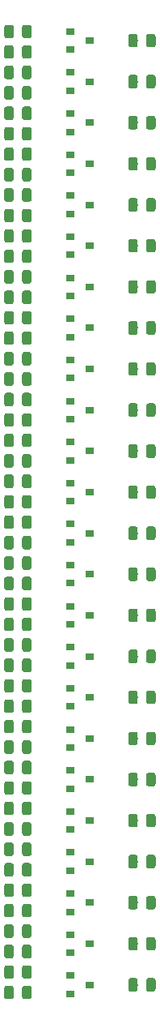
<source format=gtp>
G04 #@! TF.GenerationSoftware,KiCad,Pcbnew,5.0.2-bee76a0~70~ubuntu18.04.1*
G04 #@! TF.CreationDate,2019-06-17T19:26:50-05:00*
G04 #@! TF.ProjectId,ADAPTER_BOARD,41444150-5445-4525-9f42-4f4152442e6b,rev?*
G04 #@! TF.SameCoordinates,Original*
G04 #@! TF.FileFunction,Paste,Top*
G04 #@! TF.FilePolarity,Positive*
%FSLAX46Y46*%
G04 Gerber Fmt 4.6, Leading zero omitted, Abs format (unit mm)*
G04 Created by KiCad (PCBNEW 5.0.2-bee76a0~70~ubuntu18.04.1) date Mon 17 Jun 2019 07:26:50 PM CDT*
%MOMM*%
%LPD*%
G01*
G04 APERTURE LIST*
%ADD10R,0.900000X0.800000*%
%ADD11C,0.100000*%
%ADD12C,0.975000*%
G04 APERTURE END LIST*
D10*
G04 #@! TO.C,Q1*
X146450000Y-31600000D03*
X144450000Y-32550000D03*
X144450000Y-30650000D03*
G04 #@! TD*
G04 #@! TO.C,Q2*
X144450000Y-34936956D03*
X144450000Y-36836956D03*
X146450000Y-35886956D03*
G04 #@! TD*
G04 #@! TO.C,Q3*
X144450000Y-39223912D03*
X144450000Y-41123912D03*
X146450000Y-40173912D03*
G04 #@! TD*
G04 #@! TO.C,Q4*
X144450000Y-43510868D03*
X144450000Y-45410868D03*
X146450000Y-44460868D03*
G04 #@! TD*
G04 #@! TO.C,Q5*
X146450000Y-48747824D03*
X144450000Y-49697824D03*
X144450000Y-47797824D03*
G04 #@! TD*
G04 #@! TO.C,Q6*
X146450000Y-53034780D03*
X144450000Y-53984780D03*
X144450000Y-52084780D03*
G04 #@! TD*
G04 #@! TO.C,Q7*
X144450000Y-56371736D03*
X144450000Y-58271736D03*
X146450000Y-57321736D03*
G04 #@! TD*
G04 #@! TO.C,Q8*
X144450000Y-60658692D03*
X144450000Y-62558692D03*
X146450000Y-61608692D03*
G04 #@! TD*
G04 #@! TO.C,Q9*
X144450000Y-64945648D03*
X144450000Y-66845648D03*
X146450000Y-65895648D03*
G04 #@! TD*
G04 #@! TO.C,Q10*
X146450000Y-70182604D03*
X144450000Y-71132604D03*
X144450000Y-69232604D03*
G04 #@! TD*
G04 #@! TO.C,Q11*
X146450000Y-74469560D03*
X144450000Y-75419560D03*
X144450000Y-73519560D03*
G04 #@! TD*
G04 #@! TO.C,Q12*
X144450000Y-77806516D03*
X144450000Y-79706516D03*
X146450000Y-78756516D03*
G04 #@! TD*
G04 #@! TO.C,Q13*
X146450000Y-83043472D03*
X144450000Y-83993472D03*
X144450000Y-82093472D03*
G04 #@! TD*
G04 #@! TO.C,Q14*
X146450000Y-87330428D03*
X144450000Y-88280428D03*
X144450000Y-86380428D03*
G04 #@! TD*
G04 #@! TO.C,Q15*
X146450000Y-91617384D03*
X144450000Y-92567384D03*
X144450000Y-90667384D03*
G04 #@! TD*
G04 #@! TO.C,Q16*
X146450000Y-95904340D03*
X144450000Y-96854340D03*
X144450000Y-94954340D03*
G04 #@! TD*
G04 #@! TO.C,Q17*
X144450000Y-99241296D03*
X144450000Y-101141296D03*
X146450000Y-100191296D03*
G04 #@! TD*
G04 #@! TO.C,Q18*
X144450000Y-103528252D03*
X144450000Y-105428252D03*
X146450000Y-104478252D03*
G04 #@! TD*
G04 #@! TO.C,Q19*
X144450000Y-107815208D03*
X144450000Y-109715208D03*
X146450000Y-108765208D03*
G04 #@! TD*
G04 #@! TO.C,Q20*
X146450000Y-113052164D03*
X144450000Y-114002164D03*
X144450000Y-112102164D03*
G04 #@! TD*
G04 #@! TO.C,Q21*
X144450000Y-116389120D03*
X144450000Y-118289120D03*
X146450000Y-117339120D03*
G04 #@! TD*
G04 #@! TO.C,Q22*
X144450000Y-120676076D03*
X144450000Y-122576076D03*
X146450000Y-121626076D03*
G04 #@! TD*
G04 #@! TO.C,Q23*
X146450000Y-125913032D03*
X144450000Y-126863032D03*
X144450000Y-124963032D03*
G04 #@! TD*
G04 #@! TO.C,Q24*
X146450000Y-130200000D03*
X144450000Y-131150000D03*
X144450000Y-129250000D03*
G04 #@! TD*
D11*
G04 #@! TO.C,R1*
G36*
X138280142Y-32086280D02*
X138303803Y-32089790D01*
X138327007Y-32095602D01*
X138349529Y-32103660D01*
X138371153Y-32113888D01*
X138391670Y-32126185D01*
X138410883Y-32140435D01*
X138428607Y-32156499D01*
X138444671Y-32174223D01*
X138458921Y-32193436D01*
X138471218Y-32213953D01*
X138481446Y-32235577D01*
X138489504Y-32258099D01*
X138495316Y-32281303D01*
X138498826Y-32304964D01*
X138500000Y-32328856D01*
X138500000Y-33241356D01*
X138498826Y-33265248D01*
X138495316Y-33288909D01*
X138489504Y-33312113D01*
X138481446Y-33334635D01*
X138471218Y-33356259D01*
X138458921Y-33376776D01*
X138444671Y-33395989D01*
X138428607Y-33413713D01*
X138410883Y-33429777D01*
X138391670Y-33444027D01*
X138371153Y-33456324D01*
X138349529Y-33466552D01*
X138327007Y-33474610D01*
X138303803Y-33480422D01*
X138280142Y-33483932D01*
X138256250Y-33485106D01*
X137768750Y-33485106D01*
X137744858Y-33483932D01*
X137721197Y-33480422D01*
X137697993Y-33474610D01*
X137675471Y-33466552D01*
X137653847Y-33456324D01*
X137633330Y-33444027D01*
X137614117Y-33429777D01*
X137596393Y-33413713D01*
X137580329Y-33395989D01*
X137566079Y-33376776D01*
X137553782Y-33356259D01*
X137543554Y-33334635D01*
X137535496Y-33312113D01*
X137529684Y-33288909D01*
X137526174Y-33265248D01*
X137525000Y-33241356D01*
X137525000Y-32328856D01*
X137526174Y-32304964D01*
X137529684Y-32281303D01*
X137535496Y-32258099D01*
X137543554Y-32235577D01*
X137553782Y-32213953D01*
X137566079Y-32193436D01*
X137580329Y-32174223D01*
X137596393Y-32156499D01*
X137614117Y-32140435D01*
X137633330Y-32126185D01*
X137653847Y-32113888D01*
X137675471Y-32103660D01*
X137697993Y-32095602D01*
X137721197Y-32089790D01*
X137744858Y-32086280D01*
X137768750Y-32085106D01*
X138256250Y-32085106D01*
X138280142Y-32086280D01*
X138280142Y-32086280D01*
G37*
D12*
X138012500Y-32785106D03*
D11*
G36*
X140155142Y-32086280D02*
X140178803Y-32089790D01*
X140202007Y-32095602D01*
X140224529Y-32103660D01*
X140246153Y-32113888D01*
X140266670Y-32126185D01*
X140285883Y-32140435D01*
X140303607Y-32156499D01*
X140319671Y-32174223D01*
X140333921Y-32193436D01*
X140346218Y-32213953D01*
X140356446Y-32235577D01*
X140364504Y-32258099D01*
X140370316Y-32281303D01*
X140373826Y-32304964D01*
X140375000Y-32328856D01*
X140375000Y-33241356D01*
X140373826Y-33265248D01*
X140370316Y-33288909D01*
X140364504Y-33312113D01*
X140356446Y-33334635D01*
X140346218Y-33356259D01*
X140333921Y-33376776D01*
X140319671Y-33395989D01*
X140303607Y-33413713D01*
X140285883Y-33429777D01*
X140266670Y-33444027D01*
X140246153Y-33456324D01*
X140224529Y-33466552D01*
X140202007Y-33474610D01*
X140178803Y-33480422D01*
X140155142Y-33483932D01*
X140131250Y-33485106D01*
X139643750Y-33485106D01*
X139619858Y-33483932D01*
X139596197Y-33480422D01*
X139572993Y-33474610D01*
X139550471Y-33466552D01*
X139528847Y-33456324D01*
X139508330Y-33444027D01*
X139489117Y-33429777D01*
X139471393Y-33413713D01*
X139455329Y-33395989D01*
X139441079Y-33376776D01*
X139428782Y-33356259D01*
X139418554Y-33334635D01*
X139410496Y-33312113D01*
X139404684Y-33288909D01*
X139401174Y-33265248D01*
X139400000Y-33241356D01*
X139400000Y-32328856D01*
X139401174Y-32304964D01*
X139404684Y-32281303D01*
X139410496Y-32258099D01*
X139418554Y-32235577D01*
X139428782Y-32213953D01*
X139441079Y-32193436D01*
X139455329Y-32174223D01*
X139471393Y-32156499D01*
X139489117Y-32140435D01*
X139508330Y-32126185D01*
X139528847Y-32113888D01*
X139550471Y-32103660D01*
X139572993Y-32095602D01*
X139596197Y-32089790D01*
X139619858Y-32086280D01*
X139643750Y-32085106D01*
X140131250Y-32085106D01*
X140155142Y-32086280D01*
X140155142Y-32086280D01*
G37*
D12*
X139887500Y-32785106D03*
G04 #@! TD*
D11*
G04 #@! TO.C,R2*
G36*
X138280142Y-29951174D02*
X138303803Y-29954684D01*
X138327007Y-29960496D01*
X138349529Y-29968554D01*
X138371153Y-29978782D01*
X138391670Y-29991079D01*
X138410883Y-30005329D01*
X138428607Y-30021393D01*
X138444671Y-30039117D01*
X138458921Y-30058330D01*
X138471218Y-30078847D01*
X138481446Y-30100471D01*
X138489504Y-30122993D01*
X138495316Y-30146197D01*
X138498826Y-30169858D01*
X138500000Y-30193750D01*
X138500000Y-31106250D01*
X138498826Y-31130142D01*
X138495316Y-31153803D01*
X138489504Y-31177007D01*
X138481446Y-31199529D01*
X138471218Y-31221153D01*
X138458921Y-31241670D01*
X138444671Y-31260883D01*
X138428607Y-31278607D01*
X138410883Y-31294671D01*
X138391670Y-31308921D01*
X138371153Y-31321218D01*
X138349529Y-31331446D01*
X138327007Y-31339504D01*
X138303803Y-31345316D01*
X138280142Y-31348826D01*
X138256250Y-31350000D01*
X137768750Y-31350000D01*
X137744858Y-31348826D01*
X137721197Y-31345316D01*
X137697993Y-31339504D01*
X137675471Y-31331446D01*
X137653847Y-31321218D01*
X137633330Y-31308921D01*
X137614117Y-31294671D01*
X137596393Y-31278607D01*
X137580329Y-31260883D01*
X137566079Y-31241670D01*
X137553782Y-31221153D01*
X137543554Y-31199529D01*
X137535496Y-31177007D01*
X137529684Y-31153803D01*
X137526174Y-31130142D01*
X137525000Y-31106250D01*
X137525000Y-30193750D01*
X137526174Y-30169858D01*
X137529684Y-30146197D01*
X137535496Y-30122993D01*
X137543554Y-30100471D01*
X137553782Y-30078847D01*
X137566079Y-30058330D01*
X137580329Y-30039117D01*
X137596393Y-30021393D01*
X137614117Y-30005329D01*
X137633330Y-29991079D01*
X137653847Y-29978782D01*
X137675471Y-29968554D01*
X137697993Y-29960496D01*
X137721197Y-29954684D01*
X137744858Y-29951174D01*
X137768750Y-29950000D01*
X138256250Y-29950000D01*
X138280142Y-29951174D01*
X138280142Y-29951174D01*
G37*
D12*
X138012500Y-30650000D03*
D11*
G36*
X140155142Y-29951174D02*
X140178803Y-29954684D01*
X140202007Y-29960496D01*
X140224529Y-29968554D01*
X140246153Y-29978782D01*
X140266670Y-29991079D01*
X140285883Y-30005329D01*
X140303607Y-30021393D01*
X140319671Y-30039117D01*
X140333921Y-30058330D01*
X140346218Y-30078847D01*
X140356446Y-30100471D01*
X140364504Y-30122993D01*
X140370316Y-30146197D01*
X140373826Y-30169858D01*
X140375000Y-30193750D01*
X140375000Y-31106250D01*
X140373826Y-31130142D01*
X140370316Y-31153803D01*
X140364504Y-31177007D01*
X140356446Y-31199529D01*
X140346218Y-31221153D01*
X140333921Y-31241670D01*
X140319671Y-31260883D01*
X140303607Y-31278607D01*
X140285883Y-31294671D01*
X140266670Y-31308921D01*
X140246153Y-31321218D01*
X140224529Y-31331446D01*
X140202007Y-31339504D01*
X140178803Y-31345316D01*
X140155142Y-31348826D01*
X140131250Y-31350000D01*
X139643750Y-31350000D01*
X139619858Y-31348826D01*
X139596197Y-31345316D01*
X139572993Y-31339504D01*
X139550471Y-31331446D01*
X139528847Y-31321218D01*
X139508330Y-31308921D01*
X139489117Y-31294671D01*
X139471393Y-31278607D01*
X139455329Y-31260883D01*
X139441079Y-31241670D01*
X139428782Y-31221153D01*
X139418554Y-31199529D01*
X139410496Y-31177007D01*
X139404684Y-31153803D01*
X139401174Y-31130142D01*
X139400000Y-31106250D01*
X139400000Y-30193750D01*
X139401174Y-30169858D01*
X139404684Y-30146197D01*
X139410496Y-30122993D01*
X139418554Y-30100471D01*
X139428782Y-30078847D01*
X139441079Y-30058330D01*
X139455329Y-30039117D01*
X139471393Y-30021393D01*
X139489117Y-30005329D01*
X139508330Y-29991079D01*
X139528847Y-29978782D01*
X139550471Y-29968554D01*
X139572993Y-29960496D01*
X139596197Y-29954684D01*
X139619858Y-29951174D01*
X139643750Y-29950000D01*
X140131250Y-29950000D01*
X140155142Y-29951174D01*
X140155142Y-29951174D01*
G37*
D12*
X139887500Y-30650000D03*
G04 #@! TD*
D11*
G04 #@! TO.C,R3*
G36*
X153155142Y-30901174D02*
X153178803Y-30904684D01*
X153202007Y-30910496D01*
X153224529Y-30918554D01*
X153246153Y-30928782D01*
X153266670Y-30941079D01*
X153285883Y-30955329D01*
X153303607Y-30971393D01*
X153319671Y-30989117D01*
X153333921Y-31008330D01*
X153346218Y-31028847D01*
X153356446Y-31050471D01*
X153364504Y-31072993D01*
X153370316Y-31096197D01*
X153373826Y-31119858D01*
X153375000Y-31143750D01*
X153375000Y-32056250D01*
X153373826Y-32080142D01*
X153370316Y-32103803D01*
X153364504Y-32127007D01*
X153356446Y-32149529D01*
X153346218Y-32171153D01*
X153333921Y-32191670D01*
X153319671Y-32210883D01*
X153303607Y-32228607D01*
X153285883Y-32244671D01*
X153266670Y-32258921D01*
X153246153Y-32271218D01*
X153224529Y-32281446D01*
X153202007Y-32289504D01*
X153178803Y-32295316D01*
X153155142Y-32298826D01*
X153131250Y-32300000D01*
X152643750Y-32300000D01*
X152619858Y-32298826D01*
X152596197Y-32295316D01*
X152572993Y-32289504D01*
X152550471Y-32281446D01*
X152528847Y-32271218D01*
X152508330Y-32258921D01*
X152489117Y-32244671D01*
X152471393Y-32228607D01*
X152455329Y-32210883D01*
X152441079Y-32191670D01*
X152428782Y-32171153D01*
X152418554Y-32149529D01*
X152410496Y-32127007D01*
X152404684Y-32103803D01*
X152401174Y-32080142D01*
X152400000Y-32056250D01*
X152400000Y-31143750D01*
X152401174Y-31119858D01*
X152404684Y-31096197D01*
X152410496Y-31072993D01*
X152418554Y-31050471D01*
X152428782Y-31028847D01*
X152441079Y-31008330D01*
X152455329Y-30989117D01*
X152471393Y-30971393D01*
X152489117Y-30955329D01*
X152508330Y-30941079D01*
X152528847Y-30928782D01*
X152550471Y-30918554D01*
X152572993Y-30910496D01*
X152596197Y-30904684D01*
X152619858Y-30901174D01*
X152643750Y-30900000D01*
X153131250Y-30900000D01*
X153155142Y-30901174D01*
X153155142Y-30901174D01*
G37*
D12*
X152887500Y-31600000D03*
D11*
G36*
X151280142Y-30901174D02*
X151303803Y-30904684D01*
X151327007Y-30910496D01*
X151349529Y-30918554D01*
X151371153Y-30928782D01*
X151391670Y-30941079D01*
X151410883Y-30955329D01*
X151428607Y-30971393D01*
X151444671Y-30989117D01*
X151458921Y-31008330D01*
X151471218Y-31028847D01*
X151481446Y-31050471D01*
X151489504Y-31072993D01*
X151495316Y-31096197D01*
X151498826Y-31119858D01*
X151500000Y-31143750D01*
X151500000Y-32056250D01*
X151498826Y-32080142D01*
X151495316Y-32103803D01*
X151489504Y-32127007D01*
X151481446Y-32149529D01*
X151471218Y-32171153D01*
X151458921Y-32191670D01*
X151444671Y-32210883D01*
X151428607Y-32228607D01*
X151410883Y-32244671D01*
X151391670Y-32258921D01*
X151371153Y-32271218D01*
X151349529Y-32281446D01*
X151327007Y-32289504D01*
X151303803Y-32295316D01*
X151280142Y-32298826D01*
X151256250Y-32300000D01*
X150768750Y-32300000D01*
X150744858Y-32298826D01*
X150721197Y-32295316D01*
X150697993Y-32289504D01*
X150675471Y-32281446D01*
X150653847Y-32271218D01*
X150633330Y-32258921D01*
X150614117Y-32244671D01*
X150596393Y-32228607D01*
X150580329Y-32210883D01*
X150566079Y-32191670D01*
X150553782Y-32171153D01*
X150543554Y-32149529D01*
X150535496Y-32127007D01*
X150529684Y-32103803D01*
X150526174Y-32080142D01*
X150525000Y-32056250D01*
X150525000Y-31143750D01*
X150526174Y-31119858D01*
X150529684Y-31096197D01*
X150535496Y-31072993D01*
X150543554Y-31050471D01*
X150553782Y-31028847D01*
X150566079Y-31008330D01*
X150580329Y-30989117D01*
X150596393Y-30971393D01*
X150614117Y-30955329D01*
X150633330Y-30941079D01*
X150653847Y-30928782D01*
X150675471Y-30918554D01*
X150697993Y-30910496D01*
X150721197Y-30904684D01*
X150744858Y-30901174D01*
X150768750Y-30900000D01*
X151256250Y-30900000D01*
X151280142Y-30901174D01*
X151280142Y-30901174D01*
G37*
D12*
X151012500Y-31600000D03*
G04 #@! TD*
D11*
G04 #@! TO.C,R4*
G36*
X138280142Y-36356492D02*
X138303803Y-36360002D01*
X138327007Y-36365814D01*
X138349529Y-36373872D01*
X138371153Y-36384100D01*
X138391670Y-36396397D01*
X138410883Y-36410647D01*
X138428607Y-36426711D01*
X138444671Y-36444435D01*
X138458921Y-36463648D01*
X138471218Y-36484165D01*
X138481446Y-36505789D01*
X138489504Y-36528311D01*
X138495316Y-36551515D01*
X138498826Y-36575176D01*
X138500000Y-36599068D01*
X138500000Y-37511568D01*
X138498826Y-37535460D01*
X138495316Y-37559121D01*
X138489504Y-37582325D01*
X138481446Y-37604847D01*
X138471218Y-37626471D01*
X138458921Y-37646988D01*
X138444671Y-37666201D01*
X138428607Y-37683925D01*
X138410883Y-37699989D01*
X138391670Y-37714239D01*
X138371153Y-37726536D01*
X138349529Y-37736764D01*
X138327007Y-37744822D01*
X138303803Y-37750634D01*
X138280142Y-37754144D01*
X138256250Y-37755318D01*
X137768750Y-37755318D01*
X137744858Y-37754144D01*
X137721197Y-37750634D01*
X137697993Y-37744822D01*
X137675471Y-37736764D01*
X137653847Y-37726536D01*
X137633330Y-37714239D01*
X137614117Y-37699989D01*
X137596393Y-37683925D01*
X137580329Y-37666201D01*
X137566079Y-37646988D01*
X137553782Y-37626471D01*
X137543554Y-37604847D01*
X137535496Y-37582325D01*
X137529684Y-37559121D01*
X137526174Y-37535460D01*
X137525000Y-37511568D01*
X137525000Y-36599068D01*
X137526174Y-36575176D01*
X137529684Y-36551515D01*
X137535496Y-36528311D01*
X137543554Y-36505789D01*
X137553782Y-36484165D01*
X137566079Y-36463648D01*
X137580329Y-36444435D01*
X137596393Y-36426711D01*
X137614117Y-36410647D01*
X137633330Y-36396397D01*
X137653847Y-36384100D01*
X137675471Y-36373872D01*
X137697993Y-36365814D01*
X137721197Y-36360002D01*
X137744858Y-36356492D01*
X137768750Y-36355318D01*
X138256250Y-36355318D01*
X138280142Y-36356492D01*
X138280142Y-36356492D01*
G37*
D12*
X138012500Y-37055318D03*
D11*
G36*
X140155142Y-36356492D02*
X140178803Y-36360002D01*
X140202007Y-36365814D01*
X140224529Y-36373872D01*
X140246153Y-36384100D01*
X140266670Y-36396397D01*
X140285883Y-36410647D01*
X140303607Y-36426711D01*
X140319671Y-36444435D01*
X140333921Y-36463648D01*
X140346218Y-36484165D01*
X140356446Y-36505789D01*
X140364504Y-36528311D01*
X140370316Y-36551515D01*
X140373826Y-36575176D01*
X140375000Y-36599068D01*
X140375000Y-37511568D01*
X140373826Y-37535460D01*
X140370316Y-37559121D01*
X140364504Y-37582325D01*
X140356446Y-37604847D01*
X140346218Y-37626471D01*
X140333921Y-37646988D01*
X140319671Y-37666201D01*
X140303607Y-37683925D01*
X140285883Y-37699989D01*
X140266670Y-37714239D01*
X140246153Y-37726536D01*
X140224529Y-37736764D01*
X140202007Y-37744822D01*
X140178803Y-37750634D01*
X140155142Y-37754144D01*
X140131250Y-37755318D01*
X139643750Y-37755318D01*
X139619858Y-37754144D01*
X139596197Y-37750634D01*
X139572993Y-37744822D01*
X139550471Y-37736764D01*
X139528847Y-37726536D01*
X139508330Y-37714239D01*
X139489117Y-37699989D01*
X139471393Y-37683925D01*
X139455329Y-37666201D01*
X139441079Y-37646988D01*
X139428782Y-37626471D01*
X139418554Y-37604847D01*
X139410496Y-37582325D01*
X139404684Y-37559121D01*
X139401174Y-37535460D01*
X139400000Y-37511568D01*
X139400000Y-36599068D01*
X139401174Y-36575176D01*
X139404684Y-36551515D01*
X139410496Y-36528311D01*
X139418554Y-36505789D01*
X139428782Y-36484165D01*
X139441079Y-36463648D01*
X139455329Y-36444435D01*
X139471393Y-36426711D01*
X139489117Y-36410647D01*
X139508330Y-36396397D01*
X139528847Y-36384100D01*
X139550471Y-36373872D01*
X139572993Y-36365814D01*
X139596197Y-36360002D01*
X139619858Y-36356492D01*
X139643750Y-36355318D01*
X140131250Y-36355318D01*
X140155142Y-36356492D01*
X140155142Y-36356492D01*
G37*
D12*
X139887500Y-37055318D03*
G04 #@! TD*
D11*
G04 #@! TO.C,R5*
G36*
X140155142Y-34221386D02*
X140178803Y-34224896D01*
X140202007Y-34230708D01*
X140224529Y-34238766D01*
X140246153Y-34248994D01*
X140266670Y-34261291D01*
X140285883Y-34275541D01*
X140303607Y-34291605D01*
X140319671Y-34309329D01*
X140333921Y-34328542D01*
X140346218Y-34349059D01*
X140356446Y-34370683D01*
X140364504Y-34393205D01*
X140370316Y-34416409D01*
X140373826Y-34440070D01*
X140375000Y-34463962D01*
X140375000Y-35376462D01*
X140373826Y-35400354D01*
X140370316Y-35424015D01*
X140364504Y-35447219D01*
X140356446Y-35469741D01*
X140346218Y-35491365D01*
X140333921Y-35511882D01*
X140319671Y-35531095D01*
X140303607Y-35548819D01*
X140285883Y-35564883D01*
X140266670Y-35579133D01*
X140246153Y-35591430D01*
X140224529Y-35601658D01*
X140202007Y-35609716D01*
X140178803Y-35615528D01*
X140155142Y-35619038D01*
X140131250Y-35620212D01*
X139643750Y-35620212D01*
X139619858Y-35619038D01*
X139596197Y-35615528D01*
X139572993Y-35609716D01*
X139550471Y-35601658D01*
X139528847Y-35591430D01*
X139508330Y-35579133D01*
X139489117Y-35564883D01*
X139471393Y-35548819D01*
X139455329Y-35531095D01*
X139441079Y-35511882D01*
X139428782Y-35491365D01*
X139418554Y-35469741D01*
X139410496Y-35447219D01*
X139404684Y-35424015D01*
X139401174Y-35400354D01*
X139400000Y-35376462D01*
X139400000Y-34463962D01*
X139401174Y-34440070D01*
X139404684Y-34416409D01*
X139410496Y-34393205D01*
X139418554Y-34370683D01*
X139428782Y-34349059D01*
X139441079Y-34328542D01*
X139455329Y-34309329D01*
X139471393Y-34291605D01*
X139489117Y-34275541D01*
X139508330Y-34261291D01*
X139528847Y-34248994D01*
X139550471Y-34238766D01*
X139572993Y-34230708D01*
X139596197Y-34224896D01*
X139619858Y-34221386D01*
X139643750Y-34220212D01*
X140131250Y-34220212D01*
X140155142Y-34221386D01*
X140155142Y-34221386D01*
G37*
D12*
X139887500Y-34920212D03*
D11*
G36*
X138280142Y-34221386D02*
X138303803Y-34224896D01*
X138327007Y-34230708D01*
X138349529Y-34238766D01*
X138371153Y-34248994D01*
X138391670Y-34261291D01*
X138410883Y-34275541D01*
X138428607Y-34291605D01*
X138444671Y-34309329D01*
X138458921Y-34328542D01*
X138471218Y-34349059D01*
X138481446Y-34370683D01*
X138489504Y-34393205D01*
X138495316Y-34416409D01*
X138498826Y-34440070D01*
X138500000Y-34463962D01*
X138500000Y-35376462D01*
X138498826Y-35400354D01*
X138495316Y-35424015D01*
X138489504Y-35447219D01*
X138481446Y-35469741D01*
X138471218Y-35491365D01*
X138458921Y-35511882D01*
X138444671Y-35531095D01*
X138428607Y-35548819D01*
X138410883Y-35564883D01*
X138391670Y-35579133D01*
X138371153Y-35591430D01*
X138349529Y-35601658D01*
X138327007Y-35609716D01*
X138303803Y-35615528D01*
X138280142Y-35619038D01*
X138256250Y-35620212D01*
X137768750Y-35620212D01*
X137744858Y-35619038D01*
X137721197Y-35615528D01*
X137697993Y-35609716D01*
X137675471Y-35601658D01*
X137653847Y-35591430D01*
X137633330Y-35579133D01*
X137614117Y-35564883D01*
X137596393Y-35548819D01*
X137580329Y-35531095D01*
X137566079Y-35511882D01*
X137553782Y-35491365D01*
X137543554Y-35469741D01*
X137535496Y-35447219D01*
X137529684Y-35424015D01*
X137526174Y-35400354D01*
X137525000Y-35376462D01*
X137525000Y-34463962D01*
X137526174Y-34440070D01*
X137529684Y-34416409D01*
X137535496Y-34393205D01*
X137543554Y-34370683D01*
X137553782Y-34349059D01*
X137566079Y-34328542D01*
X137580329Y-34309329D01*
X137596393Y-34291605D01*
X137614117Y-34275541D01*
X137633330Y-34261291D01*
X137653847Y-34248994D01*
X137675471Y-34238766D01*
X137697993Y-34230708D01*
X137721197Y-34224896D01*
X137744858Y-34221386D01*
X137768750Y-34220212D01*
X138256250Y-34220212D01*
X138280142Y-34221386D01*
X138280142Y-34221386D01*
G37*
D12*
X138012500Y-34920212D03*
G04 #@! TD*
D11*
G04 #@! TO.C,R6*
G36*
X151280142Y-35188130D02*
X151303803Y-35191640D01*
X151327007Y-35197452D01*
X151349529Y-35205510D01*
X151371153Y-35215738D01*
X151391670Y-35228035D01*
X151410883Y-35242285D01*
X151428607Y-35258349D01*
X151444671Y-35276073D01*
X151458921Y-35295286D01*
X151471218Y-35315803D01*
X151481446Y-35337427D01*
X151489504Y-35359949D01*
X151495316Y-35383153D01*
X151498826Y-35406814D01*
X151500000Y-35430706D01*
X151500000Y-36343206D01*
X151498826Y-36367098D01*
X151495316Y-36390759D01*
X151489504Y-36413963D01*
X151481446Y-36436485D01*
X151471218Y-36458109D01*
X151458921Y-36478626D01*
X151444671Y-36497839D01*
X151428607Y-36515563D01*
X151410883Y-36531627D01*
X151391670Y-36545877D01*
X151371153Y-36558174D01*
X151349529Y-36568402D01*
X151327007Y-36576460D01*
X151303803Y-36582272D01*
X151280142Y-36585782D01*
X151256250Y-36586956D01*
X150768750Y-36586956D01*
X150744858Y-36585782D01*
X150721197Y-36582272D01*
X150697993Y-36576460D01*
X150675471Y-36568402D01*
X150653847Y-36558174D01*
X150633330Y-36545877D01*
X150614117Y-36531627D01*
X150596393Y-36515563D01*
X150580329Y-36497839D01*
X150566079Y-36478626D01*
X150553782Y-36458109D01*
X150543554Y-36436485D01*
X150535496Y-36413963D01*
X150529684Y-36390759D01*
X150526174Y-36367098D01*
X150525000Y-36343206D01*
X150525000Y-35430706D01*
X150526174Y-35406814D01*
X150529684Y-35383153D01*
X150535496Y-35359949D01*
X150543554Y-35337427D01*
X150553782Y-35315803D01*
X150566079Y-35295286D01*
X150580329Y-35276073D01*
X150596393Y-35258349D01*
X150614117Y-35242285D01*
X150633330Y-35228035D01*
X150653847Y-35215738D01*
X150675471Y-35205510D01*
X150697993Y-35197452D01*
X150721197Y-35191640D01*
X150744858Y-35188130D01*
X150768750Y-35186956D01*
X151256250Y-35186956D01*
X151280142Y-35188130D01*
X151280142Y-35188130D01*
G37*
D12*
X151012500Y-35886956D03*
D11*
G36*
X153155142Y-35188130D02*
X153178803Y-35191640D01*
X153202007Y-35197452D01*
X153224529Y-35205510D01*
X153246153Y-35215738D01*
X153266670Y-35228035D01*
X153285883Y-35242285D01*
X153303607Y-35258349D01*
X153319671Y-35276073D01*
X153333921Y-35295286D01*
X153346218Y-35315803D01*
X153356446Y-35337427D01*
X153364504Y-35359949D01*
X153370316Y-35383153D01*
X153373826Y-35406814D01*
X153375000Y-35430706D01*
X153375000Y-36343206D01*
X153373826Y-36367098D01*
X153370316Y-36390759D01*
X153364504Y-36413963D01*
X153356446Y-36436485D01*
X153346218Y-36458109D01*
X153333921Y-36478626D01*
X153319671Y-36497839D01*
X153303607Y-36515563D01*
X153285883Y-36531627D01*
X153266670Y-36545877D01*
X153246153Y-36558174D01*
X153224529Y-36568402D01*
X153202007Y-36576460D01*
X153178803Y-36582272D01*
X153155142Y-36585782D01*
X153131250Y-36586956D01*
X152643750Y-36586956D01*
X152619858Y-36585782D01*
X152596197Y-36582272D01*
X152572993Y-36576460D01*
X152550471Y-36568402D01*
X152528847Y-36558174D01*
X152508330Y-36545877D01*
X152489117Y-36531627D01*
X152471393Y-36515563D01*
X152455329Y-36497839D01*
X152441079Y-36478626D01*
X152428782Y-36458109D01*
X152418554Y-36436485D01*
X152410496Y-36413963D01*
X152404684Y-36390759D01*
X152401174Y-36367098D01*
X152400000Y-36343206D01*
X152400000Y-35430706D01*
X152401174Y-35406814D01*
X152404684Y-35383153D01*
X152410496Y-35359949D01*
X152418554Y-35337427D01*
X152428782Y-35315803D01*
X152441079Y-35295286D01*
X152455329Y-35276073D01*
X152471393Y-35258349D01*
X152489117Y-35242285D01*
X152508330Y-35228035D01*
X152528847Y-35215738D01*
X152550471Y-35205510D01*
X152572993Y-35197452D01*
X152596197Y-35191640D01*
X152619858Y-35188130D01*
X152643750Y-35186956D01*
X153131250Y-35186956D01*
X153155142Y-35188130D01*
X153155142Y-35188130D01*
G37*
D12*
X152887500Y-35886956D03*
G04 #@! TD*
D11*
G04 #@! TO.C,R7*
G36*
X140155142Y-40626704D02*
X140178803Y-40630214D01*
X140202007Y-40636026D01*
X140224529Y-40644084D01*
X140246153Y-40654312D01*
X140266670Y-40666609D01*
X140285883Y-40680859D01*
X140303607Y-40696923D01*
X140319671Y-40714647D01*
X140333921Y-40733860D01*
X140346218Y-40754377D01*
X140356446Y-40776001D01*
X140364504Y-40798523D01*
X140370316Y-40821727D01*
X140373826Y-40845388D01*
X140375000Y-40869280D01*
X140375000Y-41781780D01*
X140373826Y-41805672D01*
X140370316Y-41829333D01*
X140364504Y-41852537D01*
X140356446Y-41875059D01*
X140346218Y-41896683D01*
X140333921Y-41917200D01*
X140319671Y-41936413D01*
X140303607Y-41954137D01*
X140285883Y-41970201D01*
X140266670Y-41984451D01*
X140246153Y-41996748D01*
X140224529Y-42006976D01*
X140202007Y-42015034D01*
X140178803Y-42020846D01*
X140155142Y-42024356D01*
X140131250Y-42025530D01*
X139643750Y-42025530D01*
X139619858Y-42024356D01*
X139596197Y-42020846D01*
X139572993Y-42015034D01*
X139550471Y-42006976D01*
X139528847Y-41996748D01*
X139508330Y-41984451D01*
X139489117Y-41970201D01*
X139471393Y-41954137D01*
X139455329Y-41936413D01*
X139441079Y-41917200D01*
X139428782Y-41896683D01*
X139418554Y-41875059D01*
X139410496Y-41852537D01*
X139404684Y-41829333D01*
X139401174Y-41805672D01*
X139400000Y-41781780D01*
X139400000Y-40869280D01*
X139401174Y-40845388D01*
X139404684Y-40821727D01*
X139410496Y-40798523D01*
X139418554Y-40776001D01*
X139428782Y-40754377D01*
X139441079Y-40733860D01*
X139455329Y-40714647D01*
X139471393Y-40696923D01*
X139489117Y-40680859D01*
X139508330Y-40666609D01*
X139528847Y-40654312D01*
X139550471Y-40644084D01*
X139572993Y-40636026D01*
X139596197Y-40630214D01*
X139619858Y-40626704D01*
X139643750Y-40625530D01*
X140131250Y-40625530D01*
X140155142Y-40626704D01*
X140155142Y-40626704D01*
G37*
D12*
X139887500Y-41325530D03*
D11*
G36*
X138280142Y-40626704D02*
X138303803Y-40630214D01*
X138327007Y-40636026D01*
X138349529Y-40644084D01*
X138371153Y-40654312D01*
X138391670Y-40666609D01*
X138410883Y-40680859D01*
X138428607Y-40696923D01*
X138444671Y-40714647D01*
X138458921Y-40733860D01*
X138471218Y-40754377D01*
X138481446Y-40776001D01*
X138489504Y-40798523D01*
X138495316Y-40821727D01*
X138498826Y-40845388D01*
X138500000Y-40869280D01*
X138500000Y-41781780D01*
X138498826Y-41805672D01*
X138495316Y-41829333D01*
X138489504Y-41852537D01*
X138481446Y-41875059D01*
X138471218Y-41896683D01*
X138458921Y-41917200D01*
X138444671Y-41936413D01*
X138428607Y-41954137D01*
X138410883Y-41970201D01*
X138391670Y-41984451D01*
X138371153Y-41996748D01*
X138349529Y-42006976D01*
X138327007Y-42015034D01*
X138303803Y-42020846D01*
X138280142Y-42024356D01*
X138256250Y-42025530D01*
X137768750Y-42025530D01*
X137744858Y-42024356D01*
X137721197Y-42020846D01*
X137697993Y-42015034D01*
X137675471Y-42006976D01*
X137653847Y-41996748D01*
X137633330Y-41984451D01*
X137614117Y-41970201D01*
X137596393Y-41954137D01*
X137580329Y-41936413D01*
X137566079Y-41917200D01*
X137553782Y-41896683D01*
X137543554Y-41875059D01*
X137535496Y-41852537D01*
X137529684Y-41829333D01*
X137526174Y-41805672D01*
X137525000Y-41781780D01*
X137525000Y-40869280D01*
X137526174Y-40845388D01*
X137529684Y-40821727D01*
X137535496Y-40798523D01*
X137543554Y-40776001D01*
X137553782Y-40754377D01*
X137566079Y-40733860D01*
X137580329Y-40714647D01*
X137596393Y-40696923D01*
X137614117Y-40680859D01*
X137633330Y-40666609D01*
X137653847Y-40654312D01*
X137675471Y-40644084D01*
X137697993Y-40636026D01*
X137721197Y-40630214D01*
X137744858Y-40626704D01*
X137768750Y-40625530D01*
X138256250Y-40625530D01*
X138280142Y-40626704D01*
X138280142Y-40626704D01*
G37*
D12*
X138012500Y-41325530D03*
G04 #@! TD*
D11*
G04 #@! TO.C,R8*
G36*
X140155142Y-38491598D02*
X140178803Y-38495108D01*
X140202007Y-38500920D01*
X140224529Y-38508978D01*
X140246153Y-38519206D01*
X140266670Y-38531503D01*
X140285883Y-38545753D01*
X140303607Y-38561817D01*
X140319671Y-38579541D01*
X140333921Y-38598754D01*
X140346218Y-38619271D01*
X140356446Y-38640895D01*
X140364504Y-38663417D01*
X140370316Y-38686621D01*
X140373826Y-38710282D01*
X140375000Y-38734174D01*
X140375000Y-39646674D01*
X140373826Y-39670566D01*
X140370316Y-39694227D01*
X140364504Y-39717431D01*
X140356446Y-39739953D01*
X140346218Y-39761577D01*
X140333921Y-39782094D01*
X140319671Y-39801307D01*
X140303607Y-39819031D01*
X140285883Y-39835095D01*
X140266670Y-39849345D01*
X140246153Y-39861642D01*
X140224529Y-39871870D01*
X140202007Y-39879928D01*
X140178803Y-39885740D01*
X140155142Y-39889250D01*
X140131250Y-39890424D01*
X139643750Y-39890424D01*
X139619858Y-39889250D01*
X139596197Y-39885740D01*
X139572993Y-39879928D01*
X139550471Y-39871870D01*
X139528847Y-39861642D01*
X139508330Y-39849345D01*
X139489117Y-39835095D01*
X139471393Y-39819031D01*
X139455329Y-39801307D01*
X139441079Y-39782094D01*
X139428782Y-39761577D01*
X139418554Y-39739953D01*
X139410496Y-39717431D01*
X139404684Y-39694227D01*
X139401174Y-39670566D01*
X139400000Y-39646674D01*
X139400000Y-38734174D01*
X139401174Y-38710282D01*
X139404684Y-38686621D01*
X139410496Y-38663417D01*
X139418554Y-38640895D01*
X139428782Y-38619271D01*
X139441079Y-38598754D01*
X139455329Y-38579541D01*
X139471393Y-38561817D01*
X139489117Y-38545753D01*
X139508330Y-38531503D01*
X139528847Y-38519206D01*
X139550471Y-38508978D01*
X139572993Y-38500920D01*
X139596197Y-38495108D01*
X139619858Y-38491598D01*
X139643750Y-38490424D01*
X140131250Y-38490424D01*
X140155142Y-38491598D01*
X140155142Y-38491598D01*
G37*
D12*
X139887500Y-39190424D03*
D11*
G36*
X138280142Y-38491598D02*
X138303803Y-38495108D01*
X138327007Y-38500920D01*
X138349529Y-38508978D01*
X138371153Y-38519206D01*
X138391670Y-38531503D01*
X138410883Y-38545753D01*
X138428607Y-38561817D01*
X138444671Y-38579541D01*
X138458921Y-38598754D01*
X138471218Y-38619271D01*
X138481446Y-38640895D01*
X138489504Y-38663417D01*
X138495316Y-38686621D01*
X138498826Y-38710282D01*
X138500000Y-38734174D01*
X138500000Y-39646674D01*
X138498826Y-39670566D01*
X138495316Y-39694227D01*
X138489504Y-39717431D01*
X138481446Y-39739953D01*
X138471218Y-39761577D01*
X138458921Y-39782094D01*
X138444671Y-39801307D01*
X138428607Y-39819031D01*
X138410883Y-39835095D01*
X138391670Y-39849345D01*
X138371153Y-39861642D01*
X138349529Y-39871870D01*
X138327007Y-39879928D01*
X138303803Y-39885740D01*
X138280142Y-39889250D01*
X138256250Y-39890424D01*
X137768750Y-39890424D01*
X137744858Y-39889250D01*
X137721197Y-39885740D01*
X137697993Y-39879928D01*
X137675471Y-39871870D01*
X137653847Y-39861642D01*
X137633330Y-39849345D01*
X137614117Y-39835095D01*
X137596393Y-39819031D01*
X137580329Y-39801307D01*
X137566079Y-39782094D01*
X137553782Y-39761577D01*
X137543554Y-39739953D01*
X137535496Y-39717431D01*
X137529684Y-39694227D01*
X137526174Y-39670566D01*
X137525000Y-39646674D01*
X137525000Y-38734174D01*
X137526174Y-38710282D01*
X137529684Y-38686621D01*
X137535496Y-38663417D01*
X137543554Y-38640895D01*
X137553782Y-38619271D01*
X137566079Y-38598754D01*
X137580329Y-38579541D01*
X137596393Y-38561817D01*
X137614117Y-38545753D01*
X137633330Y-38531503D01*
X137653847Y-38519206D01*
X137675471Y-38508978D01*
X137697993Y-38500920D01*
X137721197Y-38495108D01*
X137744858Y-38491598D01*
X137768750Y-38490424D01*
X138256250Y-38490424D01*
X138280142Y-38491598D01*
X138280142Y-38491598D01*
G37*
D12*
X138012500Y-39190424D03*
G04 #@! TD*
D11*
G04 #@! TO.C,R9*
G36*
X153155142Y-39475086D02*
X153178803Y-39478596D01*
X153202007Y-39484408D01*
X153224529Y-39492466D01*
X153246153Y-39502694D01*
X153266670Y-39514991D01*
X153285883Y-39529241D01*
X153303607Y-39545305D01*
X153319671Y-39563029D01*
X153333921Y-39582242D01*
X153346218Y-39602759D01*
X153356446Y-39624383D01*
X153364504Y-39646905D01*
X153370316Y-39670109D01*
X153373826Y-39693770D01*
X153375000Y-39717662D01*
X153375000Y-40630162D01*
X153373826Y-40654054D01*
X153370316Y-40677715D01*
X153364504Y-40700919D01*
X153356446Y-40723441D01*
X153346218Y-40745065D01*
X153333921Y-40765582D01*
X153319671Y-40784795D01*
X153303607Y-40802519D01*
X153285883Y-40818583D01*
X153266670Y-40832833D01*
X153246153Y-40845130D01*
X153224529Y-40855358D01*
X153202007Y-40863416D01*
X153178803Y-40869228D01*
X153155142Y-40872738D01*
X153131250Y-40873912D01*
X152643750Y-40873912D01*
X152619858Y-40872738D01*
X152596197Y-40869228D01*
X152572993Y-40863416D01*
X152550471Y-40855358D01*
X152528847Y-40845130D01*
X152508330Y-40832833D01*
X152489117Y-40818583D01*
X152471393Y-40802519D01*
X152455329Y-40784795D01*
X152441079Y-40765582D01*
X152428782Y-40745065D01*
X152418554Y-40723441D01*
X152410496Y-40700919D01*
X152404684Y-40677715D01*
X152401174Y-40654054D01*
X152400000Y-40630162D01*
X152400000Y-39717662D01*
X152401174Y-39693770D01*
X152404684Y-39670109D01*
X152410496Y-39646905D01*
X152418554Y-39624383D01*
X152428782Y-39602759D01*
X152441079Y-39582242D01*
X152455329Y-39563029D01*
X152471393Y-39545305D01*
X152489117Y-39529241D01*
X152508330Y-39514991D01*
X152528847Y-39502694D01*
X152550471Y-39492466D01*
X152572993Y-39484408D01*
X152596197Y-39478596D01*
X152619858Y-39475086D01*
X152643750Y-39473912D01*
X153131250Y-39473912D01*
X153155142Y-39475086D01*
X153155142Y-39475086D01*
G37*
D12*
X152887500Y-40173912D03*
D11*
G36*
X151280142Y-39475086D02*
X151303803Y-39478596D01*
X151327007Y-39484408D01*
X151349529Y-39492466D01*
X151371153Y-39502694D01*
X151391670Y-39514991D01*
X151410883Y-39529241D01*
X151428607Y-39545305D01*
X151444671Y-39563029D01*
X151458921Y-39582242D01*
X151471218Y-39602759D01*
X151481446Y-39624383D01*
X151489504Y-39646905D01*
X151495316Y-39670109D01*
X151498826Y-39693770D01*
X151500000Y-39717662D01*
X151500000Y-40630162D01*
X151498826Y-40654054D01*
X151495316Y-40677715D01*
X151489504Y-40700919D01*
X151481446Y-40723441D01*
X151471218Y-40745065D01*
X151458921Y-40765582D01*
X151444671Y-40784795D01*
X151428607Y-40802519D01*
X151410883Y-40818583D01*
X151391670Y-40832833D01*
X151371153Y-40845130D01*
X151349529Y-40855358D01*
X151327007Y-40863416D01*
X151303803Y-40869228D01*
X151280142Y-40872738D01*
X151256250Y-40873912D01*
X150768750Y-40873912D01*
X150744858Y-40872738D01*
X150721197Y-40869228D01*
X150697993Y-40863416D01*
X150675471Y-40855358D01*
X150653847Y-40845130D01*
X150633330Y-40832833D01*
X150614117Y-40818583D01*
X150596393Y-40802519D01*
X150580329Y-40784795D01*
X150566079Y-40765582D01*
X150553782Y-40745065D01*
X150543554Y-40723441D01*
X150535496Y-40700919D01*
X150529684Y-40677715D01*
X150526174Y-40654054D01*
X150525000Y-40630162D01*
X150525000Y-39717662D01*
X150526174Y-39693770D01*
X150529684Y-39670109D01*
X150535496Y-39646905D01*
X150543554Y-39624383D01*
X150553782Y-39602759D01*
X150566079Y-39582242D01*
X150580329Y-39563029D01*
X150596393Y-39545305D01*
X150614117Y-39529241D01*
X150633330Y-39514991D01*
X150653847Y-39502694D01*
X150675471Y-39492466D01*
X150697993Y-39484408D01*
X150721197Y-39478596D01*
X150744858Y-39475086D01*
X150768750Y-39473912D01*
X151256250Y-39473912D01*
X151280142Y-39475086D01*
X151280142Y-39475086D01*
G37*
D12*
X151012500Y-40173912D03*
G04 #@! TD*
D11*
G04 #@! TO.C,R10*
G36*
X140155142Y-44896916D02*
X140178803Y-44900426D01*
X140202007Y-44906238D01*
X140224529Y-44914296D01*
X140246153Y-44924524D01*
X140266670Y-44936821D01*
X140285883Y-44951071D01*
X140303607Y-44967135D01*
X140319671Y-44984859D01*
X140333921Y-45004072D01*
X140346218Y-45024589D01*
X140356446Y-45046213D01*
X140364504Y-45068735D01*
X140370316Y-45091939D01*
X140373826Y-45115600D01*
X140375000Y-45139492D01*
X140375000Y-46051992D01*
X140373826Y-46075884D01*
X140370316Y-46099545D01*
X140364504Y-46122749D01*
X140356446Y-46145271D01*
X140346218Y-46166895D01*
X140333921Y-46187412D01*
X140319671Y-46206625D01*
X140303607Y-46224349D01*
X140285883Y-46240413D01*
X140266670Y-46254663D01*
X140246153Y-46266960D01*
X140224529Y-46277188D01*
X140202007Y-46285246D01*
X140178803Y-46291058D01*
X140155142Y-46294568D01*
X140131250Y-46295742D01*
X139643750Y-46295742D01*
X139619858Y-46294568D01*
X139596197Y-46291058D01*
X139572993Y-46285246D01*
X139550471Y-46277188D01*
X139528847Y-46266960D01*
X139508330Y-46254663D01*
X139489117Y-46240413D01*
X139471393Y-46224349D01*
X139455329Y-46206625D01*
X139441079Y-46187412D01*
X139428782Y-46166895D01*
X139418554Y-46145271D01*
X139410496Y-46122749D01*
X139404684Y-46099545D01*
X139401174Y-46075884D01*
X139400000Y-46051992D01*
X139400000Y-45139492D01*
X139401174Y-45115600D01*
X139404684Y-45091939D01*
X139410496Y-45068735D01*
X139418554Y-45046213D01*
X139428782Y-45024589D01*
X139441079Y-45004072D01*
X139455329Y-44984859D01*
X139471393Y-44967135D01*
X139489117Y-44951071D01*
X139508330Y-44936821D01*
X139528847Y-44924524D01*
X139550471Y-44914296D01*
X139572993Y-44906238D01*
X139596197Y-44900426D01*
X139619858Y-44896916D01*
X139643750Y-44895742D01*
X140131250Y-44895742D01*
X140155142Y-44896916D01*
X140155142Y-44896916D01*
G37*
D12*
X139887500Y-45595742D03*
D11*
G36*
X138280142Y-44896916D02*
X138303803Y-44900426D01*
X138327007Y-44906238D01*
X138349529Y-44914296D01*
X138371153Y-44924524D01*
X138391670Y-44936821D01*
X138410883Y-44951071D01*
X138428607Y-44967135D01*
X138444671Y-44984859D01*
X138458921Y-45004072D01*
X138471218Y-45024589D01*
X138481446Y-45046213D01*
X138489504Y-45068735D01*
X138495316Y-45091939D01*
X138498826Y-45115600D01*
X138500000Y-45139492D01*
X138500000Y-46051992D01*
X138498826Y-46075884D01*
X138495316Y-46099545D01*
X138489504Y-46122749D01*
X138481446Y-46145271D01*
X138471218Y-46166895D01*
X138458921Y-46187412D01*
X138444671Y-46206625D01*
X138428607Y-46224349D01*
X138410883Y-46240413D01*
X138391670Y-46254663D01*
X138371153Y-46266960D01*
X138349529Y-46277188D01*
X138327007Y-46285246D01*
X138303803Y-46291058D01*
X138280142Y-46294568D01*
X138256250Y-46295742D01*
X137768750Y-46295742D01*
X137744858Y-46294568D01*
X137721197Y-46291058D01*
X137697993Y-46285246D01*
X137675471Y-46277188D01*
X137653847Y-46266960D01*
X137633330Y-46254663D01*
X137614117Y-46240413D01*
X137596393Y-46224349D01*
X137580329Y-46206625D01*
X137566079Y-46187412D01*
X137553782Y-46166895D01*
X137543554Y-46145271D01*
X137535496Y-46122749D01*
X137529684Y-46099545D01*
X137526174Y-46075884D01*
X137525000Y-46051992D01*
X137525000Y-45139492D01*
X137526174Y-45115600D01*
X137529684Y-45091939D01*
X137535496Y-45068735D01*
X137543554Y-45046213D01*
X137553782Y-45024589D01*
X137566079Y-45004072D01*
X137580329Y-44984859D01*
X137596393Y-44967135D01*
X137614117Y-44951071D01*
X137633330Y-44936821D01*
X137653847Y-44924524D01*
X137675471Y-44914296D01*
X137697993Y-44906238D01*
X137721197Y-44900426D01*
X137744858Y-44896916D01*
X137768750Y-44895742D01*
X138256250Y-44895742D01*
X138280142Y-44896916D01*
X138280142Y-44896916D01*
G37*
D12*
X138012500Y-45595742D03*
G04 #@! TD*
D11*
G04 #@! TO.C,R11*
G36*
X140155142Y-42761810D02*
X140178803Y-42765320D01*
X140202007Y-42771132D01*
X140224529Y-42779190D01*
X140246153Y-42789418D01*
X140266670Y-42801715D01*
X140285883Y-42815965D01*
X140303607Y-42832029D01*
X140319671Y-42849753D01*
X140333921Y-42868966D01*
X140346218Y-42889483D01*
X140356446Y-42911107D01*
X140364504Y-42933629D01*
X140370316Y-42956833D01*
X140373826Y-42980494D01*
X140375000Y-43004386D01*
X140375000Y-43916886D01*
X140373826Y-43940778D01*
X140370316Y-43964439D01*
X140364504Y-43987643D01*
X140356446Y-44010165D01*
X140346218Y-44031789D01*
X140333921Y-44052306D01*
X140319671Y-44071519D01*
X140303607Y-44089243D01*
X140285883Y-44105307D01*
X140266670Y-44119557D01*
X140246153Y-44131854D01*
X140224529Y-44142082D01*
X140202007Y-44150140D01*
X140178803Y-44155952D01*
X140155142Y-44159462D01*
X140131250Y-44160636D01*
X139643750Y-44160636D01*
X139619858Y-44159462D01*
X139596197Y-44155952D01*
X139572993Y-44150140D01*
X139550471Y-44142082D01*
X139528847Y-44131854D01*
X139508330Y-44119557D01*
X139489117Y-44105307D01*
X139471393Y-44089243D01*
X139455329Y-44071519D01*
X139441079Y-44052306D01*
X139428782Y-44031789D01*
X139418554Y-44010165D01*
X139410496Y-43987643D01*
X139404684Y-43964439D01*
X139401174Y-43940778D01*
X139400000Y-43916886D01*
X139400000Y-43004386D01*
X139401174Y-42980494D01*
X139404684Y-42956833D01*
X139410496Y-42933629D01*
X139418554Y-42911107D01*
X139428782Y-42889483D01*
X139441079Y-42868966D01*
X139455329Y-42849753D01*
X139471393Y-42832029D01*
X139489117Y-42815965D01*
X139508330Y-42801715D01*
X139528847Y-42789418D01*
X139550471Y-42779190D01*
X139572993Y-42771132D01*
X139596197Y-42765320D01*
X139619858Y-42761810D01*
X139643750Y-42760636D01*
X140131250Y-42760636D01*
X140155142Y-42761810D01*
X140155142Y-42761810D01*
G37*
D12*
X139887500Y-43460636D03*
D11*
G36*
X138280142Y-42761810D02*
X138303803Y-42765320D01*
X138327007Y-42771132D01*
X138349529Y-42779190D01*
X138371153Y-42789418D01*
X138391670Y-42801715D01*
X138410883Y-42815965D01*
X138428607Y-42832029D01*
X138444671Y-42849753D01*
X138458921Y-42868966D01*
X138471218Y-42889483D01*
X138481446Y-42911107D01*
X138489504Y-42933629D01*
X138495316Y-42956833D01*
X138498826Y-42980494D01*
X138500000Y-43004386D01*
X138500000Y-43916886D01*
X138498826Y-43940778D01*
X138495316Y-43964439D01*
X138489504Y-43987643D01*
X138481446Y-44010165D01*
X138471218Y-44031789D01*
X138458921Y-44052306D01*
X138444671Y-44071519D01*
X138428607Y-44089243D01*
X138410883Y-44105307D01*
X138391670Y-44119557D01*
X138371153Y-44131854D01*
X138349529Y-44142082D01*
X138327007Y-44150140D01*
X138303803Y-44155952D01*
X138280142Y-44159462D01*
X138256250Y-44160636D01*
X137768750Y-44160636D01*
X137744858Y-44159462D01*
X137721197Y-44155952D01*
X137697993Y-44150140D01*
X137675471Y-44142082D01*
X137653847Y-44131854D01*
X137633330Y-44119557D01*
X137614117Y-44105307D01*
X137596393Y-44089243D01*
X137580329Y-44071519D01*
X137566079Y-44052306D01*
X137553782Y-44031789D01*
X137543554Y-44010165D01*
X137535496Y-43987643D01*
X137529684Y-43964439D01*
X137526174Y-43940778D01*
X137525000Y-43916886D01*
X137525000Y-43004386D01*
X137526174Y-42980494D01*
X137529684Y-42956833D01*
X137535496Y-42933629D01*
X137543554Y-42911107D01*
X137553782Y-42889483D01*
X137566079Y-42868966D01*
X137580329Y-42849753D01*
X137596393Y-42832029D01*
X137614117Y-42815965D01*
X137633330Y-42801715D01*
X137653847Y-42789418D01*
X137675471Y-42779190D01*
X137697993Y-42771132D01*
X137721197Y-42765320D01*
X137744858Y-42761810D01*
X137768750Y-42760636D01*
X138256250Y-42760636D01*
X138280142Y-42761810D01*
X138280142Y-42761810D01*
G37*
D12*
X138012500Y-43460636D03*
G04 #@! TD*
D11*
G04 #@! TO.C,R12*
G36*
X151280142Y-43762042D02*
X151303803Y-43765552D01*
X151327007Y-43771364D01*
X151349529Y-43779422D01*
X151371153Y-43789650D01*
X151391670Y-43801947D01*
X151410883Y-43816197D01*
X151428607Y-43832261D01*
X151444671Y-43849985D01*
X151458921Y-43869198D01*
X151471218Y-43889715D01*
X151481446Y-43911339D01*
X151489504Y-43933861D01*
X151495316Y-43957065D01*
X151498826Y-43980726D01*
X151500000Y-44004618D01*
X151500000Y-44917118D01*
X151498826Y-44941010D01*
X151495316Y-44964671D01*
X151489504Y-44987875D01*
X151481446Y-45010397D01*
X151471218Y-45032021D01*
X151458921Y-45052538D01*
X151444671Y-45071751D01*
X151428607Y-45089475D01*
X151410883Y-45105539D01*
X151391670Y-45119789D01*
X151371153Y-45132086D01*
X151349529Y-45142314D01*
X151327007Y-45150372D01*
X151303803Y-45156184D01*
X151280142Y-45159694D01*
X151256250Y-45160868D01*
X150768750Y-45160868D01*
X150744858Y-45159694D01*
X150721197Y-45156184D01*
X150697993Y-45150372D01*
X150675471Y-45142314D01*
X150653847Y-45132086D01*
X150633330Y-45119789D01*
X150614117Y-45105539D01*
X150596393Y-45089475D01*
X150580329Y-45071751D01*
X150566079Y-45052538D01*
X150553782Y-45032021D01*
X150543554Y-45010397D01*
X150535496Y-44987875D01*
X150529684Y-44964671D01*
X150526174Y-44941010D01*
X150525000Y-44917118D01*
X150525000Y-44004618D01*
X150526174Y-43980726D01*
X150529684Y-43957065D01*
X150535496Y-43933861D01*
X150543554Y-43911339D01*
X150553782Y-43889715D01*
X150566079Y-43869198D01*
X150580329Y-43849985D01*
X150596393Y-43832261D01*
X150614117Y-43816197D01*
X150633330Y-43801947D01*
X150653847Y-43789650D01*
X150675471Y-43779422D01*
X150697993Y-43771364D01*
X150721197Y-43765552D01*
X150744858Y-43762042D01*
X150768750Y-43760868D01*
X151256250Y-43760868D01*
X151280142Y-43762042D01*
X151280142Y-43762042D01*
G37*
D12*
X151012500Y-44460868D03*
D11*
G36*
X153155142Y-43762042D02*
X153178803Y-43765552D01*
X153202007Y-43771364D01*
X153224529Y-43779422D01*
X153246153Y-43789650D01*
X153266670Y-43801947D01*
X153285883Y-43816197D01*
X153303607Y-43832261D01*
X153319671Y-43849985D01*
X153333921Y-43869198D01*
X153346218Y-43889715D01*
X153356446Y-43911339D01*
X153364504Y-43933861D01*
X153370316Y-43957065D01*
X153373826Y-43980726D01*
X153375000Y-44004618D01*
X153375000Y-44917118D01*
X153373826Y-44941010D01*
X153370316Y-44964671D01*
X153364504Y-44987875D01*
X153356446Y-45010397D01*
X153346218Y-45032021D01*
X153333921Y-45052538D01*
X153319671Y-45071751D01*
X153303607Y-45089475D01*
X153285883Y-45105539D01*
X153266670Y-45119789D01*
X153246153Y-45132086D01*
X153224529Y-45142314D01*
X153202007Y-45150372D01*
X153178803Y-45156184D01*
X153155142Y-45159694D01*
X153131250Y-45160868D01*
X152643750Y-45160868D01*
X152619858Y-45159694D01*
X152596197Y-45156184D01*
X152572993Y-45150372D01*
X152550471Y-45142314D01*
X152528847Y-45132086D01*
X152508330Y-45119789D01*
X152489117Y-45105539D01*
X152471393Y-45089475D01*
X152455329Y-45071751D01*
X152441079Y-45052538D01*
X152428782Y-45032021D01*
X152418554Y-45010397D01*
X152410496Y-44987875D01*
X152404684Y-44964671D01*
X152401174Y-44941010D01*
X152400000Y-44917118D01*
X152400000Y-44004618D01*
X152401174Y-43980726D01*
X152404684Y-43957065D01*
X152410496Y-43933861D01*
X152418554Y-43911339D01*
X152428782Y-43889715D01*
X152441079Y-43869198D01*
X152455329Y-43849985D01*
X152471393Y-43832261D01*
X152489117Y-43816197D01*
X152508330Y-43801947D01*
X152528847Y-43789650D01*
X152550471Y-43779422D01*
X152572993Y-43771364D01*
X152596197Y-43765552D01*
X152619858Y-43762042D01*
X152643750Y-43760868D01*
X153131250Y-43760868D01*
X153155142Y-43762042D01*
X153155142Y-43762042D01*
G37*
D12*
X152887500Y-44460868D03*
G04 #@! TD*
D11*
G04 #@! TO.C,R13*
G36*
X138280142Y-49167128D02*
X138303803Y-49170638D01*
X138327007Y-49176450D01*
X138349529Y-49184508D01*
X138371153Y-49194736D01*
X138391670Y-49207033D01*
X138410883Y-49221283D01*
X138428607Y-49237347D01*
X138444671Y-49255071D01*
X138458921Y-49274284D01*
X138471218Y-49294801D01*
X138481446Y-49316425D01*
X138489504Y-49338947D01*
X138495316Y-49362151D01*
X138498826Y-49385812D01*
X138500000Y-49409704D01*
X138500000Y-50322204D01*
X138498826Y-50346096D01*
X138495316Y-50369757D01*
X138489504Y-50392961D01*
X138481446Y-50415483D01*
X138471218Y-50437107D01*
X138458921Y-50457624D01*
X138444671Y-50476837D01*
X138428607Y-50494561D01*
X138410883Y-50510625D01*
X138391670Y-50524875D01*
X138371153Y-50537172D01*
X138349529Y-50547400D01*
X138327007Y-50555458D01*
X138303803Y-50561270D01*
X138280142Y-50564780D01*
X138256250Y-50565954D01*
X137768750Y-50565954D01*
X137744858Y-50564780D01*
X137721197Y-50561270D01*
X137697993Y-50555458D01*
X137675471Y-50547400D01*
X137653847Y-50537172D01*
X137633330Y-50524875D01*
X137614117Y-50510625D01*
X137596393Y-50494561D01*
X137580329Y-50476837D01*
X137566079Y-50457624D01*
X137553782Y-50437107D01*
X137543554Y-50415483D01*
X137535496Y-50392961D01*
X137529684Y-50369757D01*
X137526174Y-50346096D01*
X137525000Y-50322204D01*
X137525000Y-49409704D01*
X137526174Y-49385812D01*
X137529684Y-49362151D01*
X137535496Y-49338947D01*
X137543554Y-49316425D01*
X137553782Y-49294801D01*
X137566079Y-49274284D01*
X137580329Y-49255071D01*
X137596393Y-49237347D01*
X137614117Y-49221283D01*
X137633330Y-49207033D01*
X137653847Y-49194736D01*
X137675471Y-49184508D01*
X137697993Y-49176450D01*
X137721197Y-49170638D01*
X137744858Y-49167128D01*
X137768750Y-49165954D01*
X138256250Y-49165954D01*
X138280142Y-49167128D01*
X138280142Y-49167128D01*
G37*
D12*
X138012500Y-49865954D03*
D11*
G36*
X140155142Y-49167128D02*
X140178803Y-49170638D01*
X140202007Y-49176450D01*
X140224529Y-49184508D01*
X140246153Y-49194736D01*
X140266670Y-49207033D01*
X140285883Y-49221283D01*
X140303607Y-49237347D01*
X140319671Y-49255071D01*
X140333921Y-49274284D01*
X140346218Y-49294801D01*
X140356446Y-49316425D01*
X140364504Y-49338947D01*
X140370316Y-49362151D01*
X140373826Y-49385812D01*
X140375000Y-49409704D01*
X140375000Y-50322204D01*
X140373826Y-50346096D01*
X140370316Y-50369757D01*
X140364504Y-50392961D01*
X140356446Y-50415483D01*
X140346218Y-50437107D01*
X140333921Y-50457624D01*
X140319671Y-50476837D01*
X140303607Y-50494561D01*
X140285883Y-50510625D01*
X140266670Y-50524875D01*
X140246153Y-50537172D01*
X140224529Y-50547400D01*
X140202007Y-50555458D01*
X140178803Y-50561270D01*
X140155142Y-50564780D01*
X140131250Y-50565954D01*
X139643750Y-50565954D01*
X139619858Y-50564780D01*
X139596197Y-50561270D01*
X139572993Y-50555458D01*
X139550471Y-50547400D01*
X139528847Y-50537172D01*
X139508330Y-50524875D01*
X139489117Y-50510625D01*
X139471393Y-50494561D01*
X139455329Y-50476837D01*
X139441079Y-50457624D01*
X139428782Y-50437107D01*
X139418554Y-50415483D01*
X139410496Y-50392961D01*
X139404684Y-50369757D01*
X139401174Y-50346096D01*
X139400000Y-50322204D01*
X139400000Y-49409704D01*
X139401174Y-49385812D01*
X139404684Y-49362151D01*
X139410496Y-49338947D01*
X139418554Y-49316425D01*
X139428782Y-49294801D01*
X139441079Y-49274284D01*
X139455329Y-49255071D01*
X139471393Y-49237347D01*
X139489117Y-49221283D01*
X139508330Y-49207033D01*
X139528847Y-49194736D01*
X139550471Y-49184508D01*
X139572993Y-49176450D01*
X139596197Y-49170638D01*
X139619858Y-49167128D01*
X139643750Y-49165954D01*
X140131250Y-49165954D01*
X140155142Y-49167128D01*
X140155142Y-49167128D01*
G37*
D12*
X139887500Y-49865954D03*
G04 #@! TD*
D11*
G04 #@! TO.C,R14*
G36*
X140155142Y-47032022D02*
X140178803Y-47035532D01*
X140202007Y-47041344D01*
X140224529Y-47049402D01*
X140246153Y-47059630D01*
X140266670Y-47071927D01*
X140285883Y-47086177D01*
X140303607Y-47102241D01*
X140319671Y-47119965D01*
X140333921Y-47139178D01*
X140346218Y-47159695D01*
X140356446Y-47181319D01*
X140364504Y-47203841D01*
X140370316Y-47227045D01*
X140373826Y-47250706D01*
X140375000Y-47274598D01*
X140375000Y-48187098D01*
X140373826Y-48210990D01*
X140370316Y-48234651D01*
X140364504Y-48257855D01*
X140356446Y-48280377D01*
X140346218Y-48302001D01*
X140333921Y-48322518D01*
X140319671Y-48341731D01*
X140303607Y-48359455D01*
X140285883Y-48375519D01*
X140266670Y-48389769D01*
X140246153Y-48402066D01*
X140224529Y-48412294D01*
X140202007Y-48420352D01*
X140178803Y-48426164D01*
X140155142Y-48429674D01*
X140131250Y-48430848D01*
X139643750Y-48430848D01*
X139619858Y-48429674D01*
X139596197Y-48426164D01*
X139572993Y-48420352D01*
X139550471Y-48412294D01*
X139528847Y-48402066D01*
X139508330Y-48389769D01*
X139489117Y-48375519D01*
X139471393Y-48359455D01*
X139455329Y-48341731D01*
X139441079Y-48322518D01*
X139428782Y-48302001D01*
X139418554Y-48280377D01*
X139410496Y-48257855D01*
X139404684Y-48234651D01*
X139401174Y-48210990D01*
X139400000Y-48187098D01*
X139400000Y-47274598D01*
X139401174Y-47250706D01*
X139404684Y-47227045D01*
X139410496Y-47203841D01*
X139418554Y-47181319D01*
X139428782Y-47159695D01*
X139441079Y-47139178D01*
X139455329Y-47119965D01*
X139471393Y-47102241D01*
X139489117Y-47086177D01*
X139508330Y-47071927D01*
X139528847Y-47059630D01*
X139550471Y-47049402D01*
X139572993Y-47041344D01*
X139596197Y-47035532D01*
X139619858Y-47032022D01*
X139643750Y-47030848D01*
X140131250Y-47030848D01*
X140155142Y-47032022D01*
X140155142Y-47032022D01*
G37*
D12*
X139887500Y-47730848D03*
D11*
G36*
X138280142Y-47032022D02*
X138303803Y-47035532D01*
X138327007Y-47041344D01*
X138349529Y-47049402D01*
X138371153Y-47059630D01*
X138391670Y-47071927D01*
X138410883Y-47086177D01*
X138428607Y-47102241D01*
X138444671Y-47119965D01*
X138458921Y-47139178D01*
X138471218Y-47159695D01*
X138481446Y-47181319D01*
X138489504Y-47203841D01*
X138495316Y-47227045D01*
X138498826Y-47250706D01*
X138500000Y-47274598D01*
X138500000Y-48187098D01*
X138498826Y-48210990D01*
X138495316Y-48234651D01*
X138489504Y-48257855D01*
X138481446Y-48280377D01*
X138471218Y-48302001D01*
X138458921Y-48322518D01*
X138444671Y-48341731D01*
X138428607Y-48359455D01*
X138410883Y-48375519D01*
X138391670Y-48389769D01*
X138371153Y-48402066D01*
X138349529Y-48412294D01*
X138327007Y-48420352D01*
X138303803Y-48426164D01*
X138280142Y-48429674D01*
X138256250Y-48430848D01*
X137768750Y-48430848D01*
X137744858Y-48429674D01*
X137721197Y-48426164D01*
X137697993Y-48420352D01*
X137675471Y-48412294D01*
X137653847Y-48402066D01*
X137633330Y-48389769D01*
X137614117Y-48375519D01*
X137596393Y-48359455D01*
X137580329Y-48341731D01*
X137566079Y-48322518D01*
X137553782Y-48302001D01*
X137543554Y-48280377D01*
X137535496Y-48257855D01*
X137529684Y-48234651D01*
X137526174Y-48210990D01*
X137525000Y-48187098D01*
X137525000Y-47274598D01*
X137526174Y-47250706D01*
X137529684Y-47227045D01*
X137535496Y-47203841D01*
X137543554Y-47181319D01*
X137553782Y-47159695D01*
X137566079Y-47139178D01*
X137580329Y-47119965D01*
X137596393Y-47102241D01*
X137614117Y-47086177D01*
X137633330Y-47071927D01*
X137653847Y-47059630D01*
X137675471Y-47049402D01*
X137697993Y-47041344D01*
X137721197Y-47035532D01*
X137744858Y-47032022D01*
X137768750Y-47030848D01*
X138256250Y-47030848D01*
X138280142Y-47032022D01*
X138280142Y-47032022D01*
G37*
D12*
X138012500Y-47730848D03*
G04 #@! TD*
D11*
G04 #@! TO.C,R15*
G36*
X153155142Y-48048998D02*
X153178803Y-48052508D01*
X153202007Y-48058320D01*
X153224529Y-48066378D01*
X153246153Y-48076606D01*
X153266670Y-48088903D01*
X153285883Y-48103153D01*
X153303607Y-48119217D01*
X153319671Y-48136941D01*
X153333921Y-48156154D01*
X153346218Y-48176671D01*
X153356446Y-48198295D01*
X153364504Y-48220817D01*
X153370316Y-48244021D01*
X153373826Y-48267682D01*
X153375000Y-48291574D01*
X153375000Y-49204074D01*
X153373826Y-49227966D01*
X153370316Y-49251627D01*
X153364504Y-49274831D01*
X153356446Y-49297353D01*
X153346218Y-49318977D01*
X153333921Y-49339494D01*
X153319671Y-49358707D01*
X153303607Y-49376431D01*
X153285883Y-49392495D01*
X153266670Y-49406745D01*
X153246153Y-49419042D01*
X153224529Y-49429270D01*
X153202007Y-49437328D01*
X153178803Y-49443140D01*
X153155142Y-49446650D01*
X153131250Y-49447824D01*
X152643750Y-49447824D01*
X152619858Y-49446650D01*
X152596197Y-49443140D01*
X152572993Y-49437328D01*
X152550471Y-49429270D01*
X152528847Y-49419042D01*
X152508330Y-49406745D01*
X152489117Y-49392495D01*
X152471393Y-49376431D01*
X152455329Y-49358707D01*
X152441079Y-49339494D01*
X152428782Y-49318977D01*
X152418554Y-49297353D01*
X152410496Y-49274831D01*
X152404684Y-49251627D01*
X152401174Y-49227966D01*
X152400000Y-49204074D01*
X152400000Y-48291574D01*
X152401174Y-48267682D01*
X152404684Y-48244021D01*
X152410496Y-48220817D01*
X152418554Y-48198295D01*
X152428782Y-48176671D01*
X152441079Y-48156154D01*
X152455329Y-48136941D01*
X152471393Y-48119217D01*
X152489117Y-48103153D01*
X152508330Y-48088903D01*
X152528847Y-48076606D01*
X152550471Y-48066378D01*
X152572993Y-48058320D01*
X152596197Y-48052508D01*
X152619858Y-48048998D01*
X152643750Y-48047824D01*
X153131250Y-48047824D01*
X153155142Y-48048998D01*
X153155142Y-48048998D01*
G37*
D12*
X152887500Y-48747824D03*
D11*
G36*
X151280142Y-48048998D02*
X151303803Y-48052508D01*
X151327007Y-48058320D01*
X151349529Y-48066378D01*
X151371153Y-48076606D01*
X151391670Y-48088903D01*
X151410883Y-48103153D01*
X151428607Y-48119217D01*
X151444671Y-48136941D01*
X151458921Y-48156154D01*
X151471218Y-48176671D01*
X151481446Y-48198295D01*
X151489504Y-48220817D01*
X151495316Y-48244021D01*
X151498826Y-48267682D01*
X151500000Y-48291574D01*
X151500000Y-49204074D01*
X151498826Y-49227966D01*
X151495316Y-49251627D01*
X151489504Y-49274831D01*
X151481446Y-49297353D01*
X151471218Y-49318977D01*
X151458921Y-49339494D01*
X151444671Y-49358707D01*
X151428607Y-49376431D01*
X151410883Y-49392495D01*
X151391670Y-49406745D01*
X151371153Y-49419042D01*
X151349529Y-49429270D01*
X151327007Y-49437328D01*
X151303803Y-49443140D01*
X151280142Y-49446650D01*
X151256250Y-49447824D01*
X150768750Y-49447824D01*
X150744858Y-49446650D01*
X150721197Y-49443140D01*
X150697993Y-49437328D01*
X150675471Y-49429270D01*
X150653847Y-49419042D01*
X150633330Y-49406745D01*
X150614117Y-49392495D01*
X150596393Y-49376431D01*
X150580329Y-49358707D01*
X150566079Y-49339494D01*
X150553782Y-49318977D01*
X150543554Y-49297353D01*
X150535496Y-49274831D01*
X150529684Y-49251627D01*
X150526174Y-49227966D01*
X150525000Y-49204074D01*
X150525000Y-48291574D01*
X150526174Y-48267682D01*
X150529684Y-48244021D01*
X150535496Y-48220817D01*
X150543554Y-48198295D01*
X150553782Y-48176671D01*
X150566079Y-48156154D01*
X150580329Y-48136941D01*
X150596393Y-48119217D01*
X150614117Y-48103153D01*
X150633330Y-48088903D01*
X150653847Y-48076606D01*
X150675471Y-48066378D01*
X150697993Y-48058320D01*
X150721197Y-48052508D01*
X150744858Y-48048998D01*
X150768750Y-48047824D01*
X151256250Y-48047824D01*
X151280142Y-48048998D01*
X151280142Y-48048998D01*
G37*
D12*
X151012500Y-48747824D03*
G04 #@! TD*
D11*
G04 #@! TO.C,R16*
G36*
X138280142Y-53437340D02*
X138303803Y-53440850D01*
X138327007Y-53446662D01*
X138349529Y-53454720D01*
X138371153Y-53464948D01*
X138391670Y-53477245D01*
X138410883Y-53491495D01*
X138428607Y-53507559D01*
X138444671Y-53525283D01*
X138458921Y-53544496D01*
X138471218Y-53565013D01*
X138481446Y-53586637D01*
X138489504Y-53609159D01*
X138495316Y-53632363D01*
X138498826Y-53656024D01*
X138500000Y-53679916D01*
X138500000Y-54592416D01*
X138498826Y-54616308D01*
X138495316Y-54639969D01*
X138489504Y-54663173D01*
X138481446Y-54685695D01*
X138471218Y-54707319D01*
X138458921Y-54727836D01*
X138444671Y-54747049D01*
X138428607Y-54764773D01*
X138410883Y-54780837D01*
X138391670Y-54795087D01*
X138371153Y-54807384D01*
X138349529Y-54817612D01*
X138327007Y-54825670D01*
X138303803Y-54831482D01*
X138280142Y-54834992D01*
X138256250Y-54836166D01*
X137768750Y-54836166D01*
X137744858Y-54834992D01*
X137721197Y-54831482D01*
X137697993Y-54825670D01*
X137675471Y-54817612D01*
X137653847Y-54807384D01*
X137633330Y-54795087D01*
X137614117Y-54780837D01*
X137596393Y-54764773D01*
X137580329Y-54747049D01*
X137566079Y-54727836D01*
X137553782Y-54707319D01*
X137543554Y-54685695D01*
X137535496Y-54663173D01*
X137529684Y-54639969D01*
X137526174Y-54616308D01*
X137525000Y-54592416D01*
X137525000Y-53679916D01*
X137526174Y-53656024D01*
X137529684Y-53632363D01*
X137535496Y-53609159D01*
X137543554Y-53586637D01*
X137553782Y-53565013D01*
X137566079Y-53544496D01*
X137580329Y-53525283D01*
X137596393Y-53507559D01*
X137614117Y-53491495D01*
X137633330Y-53477245D01*
X137653847Y-53464948D01*
X137675471Y-53454720D01*
X137697993Y-53446662D01*
X137721197Y-53440850D01*
X137744858Y-53437340D01*
X137768750Y-53436166D01*
X138256250Y-53436166D01*
X138280142Y-53437340D01*
X138280142Y-53437340D01*
G37*
D12*
X138012500Y-54136166D03*
D11*
G36*
X140155142Y-53437340D02*
X140178803Y-53440850D01*
X140202007Y-53446662D01*
X140224529Y-53454720D01*
X140246153Y-53464948D01*
X140266670Y-53477245D01*
X140285883Y-53491495D01*
X140303607Y-53507559D01*
X140319671Y-53525283D01*
X140333921Y-53544496D01*
X140346218Y-53565013D01*
X140356446Y-53586637D01*
X140364504Y-53609159D01*
X140370316Y-53632363D01*
X140373826Y-53656024D01*
X140375000Y-53679916D01*
X140375000Y-54592416D01*
X140373826Y-54616308D01*
X140370316Y-54639969D01*
X140364504Y-54663173D01*
X140356446Y-54685695D01*
X140346218Y-54707319D01*
X140333921Y-54727836D01*
X140319671Y-54747049D01*
X140303607Y-54764773D01*
X140285883Y-54780837D01*
X140266670Y-54795087D01*
X140246153Y-54807384D01*
X140224529Y-54817612D01*
X140202007Y-54825670D01*
X140178803Y-54831482D01*
X140155142Y-54834992D01*
X140131250Y-54836166D01*
X139643750Y-54836166D01*
X139619858Y-54834992D01*
X139596197Y-54831482D01*
X139572993Y-54825670D01*
X139550471Y-54817612D01*
X139528847Y-54807384D01*
X139508330Y-54795087D01*
X139489117Y-54780837D01*
X139471393Y-54764773D01*
X139455329Y-54747049D01*
X139441079Y-54727836D01*
X139428782Y-54707319D01*
X139418554Y-54685695D01*
X139410496Y-54663173D01*
X139404684Y-54639969D01*
X139401174Y-54616308D01*
X139400000Y-54592416D01*
X139400000Y-53679916D01*
X139401174Y-53656024D01*
X139404684Y-53632363D01*
X139410496Y-53609159D01*
X139418554Y-53586637D01*
X139428782Y-53565013D01*
X139441079Y-53544496D01*
X139455329Y-53525283D01*
X139471393Y-53507559D01*
X139489117Y-53491495D01*
X139508330Y-53477245D01*
X139528847Y-53464948D01*
X139550471Y-53454720D01*
X139572993Y-53446662D01*
X139596197Y-53440850D01*
X139619858Y-53437340D01*
X139643750Y-53436166D01*
X140131250Y-53436166D01*
X140155142Y-53437340D01*
X140155142Y-53437340D01*
G37*
D12*
X139887500Y-54136166D03*
G04 #@! TD*
D11*
G04 #@! TO.C,R17*
G36*
X138280142Y-51302234D02*
X138303803Y-51305744D01*
X138327007Y-51311556D01*
X138349529Y-51319614D01*
X138371153Y-51329842D01*
X138391670Y-51342139D01*
X138410883Y-51356389D01*
X138428607Y-51372453D01*
X138444671Y-51390177D01*
X138458921Y-51409390D01*
X138471218Y-51429907D01*
X138481446Y-51451531D01*
X138489504Y-51474053D01*
X138495316Y-51497257D01*
X138498826Y-51520918D01*
X138500000Y-51544810D01*
X138500000Y-52457310D01*
X138498826Y-52481202D01*
X138495316Y-52504863D01*
X138489504Y-52528067D01*
X138481446Y-52550589D01*
X138471218Y-52572213D01*
X138458921Y-52592730D01*
X138444671Y-52611943D01*
X138428607Y-52629667D01*
X138410883Y-52645731D01*
X138391670Y-52659981D01*
X138371153Y-52672278D01*
X138349529Y-52682506D01*
X138327007Y-52690564D01*
X138303803Y-52696376D01*
X138280142Y-52699886D01*
X138256250Y-52701060D01*
X137768750Y-52701060D01*
X137744858Y-52699886D01*
X137721197Y-52696376D01*
X137697993Y-52690564D01*
X137675471Y-52682506D01*
X137653847Y-52672278D01*
X137633330Y-52659981D01*
X137614117Y-52645731D01*
X137596393Y-52629667D01*
X137580329Y-52611943D01*
X137566079Y-52592730D01*
X137553782Y-52572213D01*
X137543554Y-52550589D01*
X137535496Y-52528067D01*
X137529684Y-52504863D01*
X137526174Y-52481202D01*
X137525000Y-52457310D01*
X137525000Y-51544810D01*
X137526174Y-51520918D01*
X137529684Y-51497257D01*
X137535496Y-51474053D01*
X137543554Y-51451531D01*
X137553782Y-51429907D01*
X137566079Y-51409390D01*
X137580329Y-51390177D01*
X137596393Y-51372453D01*
X137614117Y-51356389D01*
X137633330Y-51342139D01*
X137653847Y-51329842D01*
X137675471Y-51319614D01*
X137697993Y-51311556D01*
X137721197Y-51305744D01*
X137744858Y-51302234D01*
X137768750Y-51301060D01*
X138256250Y-51301060D01*
X138280142Y-51302234D01*
X138280142Y-51302234D01*
G37*
D12*
X138012500Y-52001060D03*
D11*
G36*
X140155142Y-51302234D02*
X140178803Y-51305744D01*
X140202007Y-51311556D01*
X140224529Y-51319614D01*
X140246153Y-51329842D01*
X140266670Y-51342139D01*
X140285883Y-51356389D01*
X140303607Y-51372453D01*
X140319671Y-51390177D01*
X140333921Y-51409390D01*
X140346218Y-51429907D01*
X140356446Y-51451531D01*
X140364504Y-51474053D01*
X140370316Y-51497257D01*
X140373826Y-51520918D01*
X140375000Y-51544810D01*
X140375000Y-52457310D01*
X140373826Y-52481202D01*
X140370316Y-52504863D01*
X140364504Y-52528067D01*
X140356446Y-52550589D01*
X140346218Y-52572213D01*
X140333921Y-52592730D01*
X140319671Y-52611943D01*
X140303607Y-52629667D01*
X140285883Y-52645731D01*
X140266670Y-52659981D01*
X140246153Y-52672278D01*
X140224529Y-52682506D01*
X140202007Y-52690564D01*
X140178803Y-52696376D01*
X140155142Y-52699886D01*
X140131250Y-52701060D01*
X139643750Y-52701060D01*
X139619858Y-52699886D01*
X139596197Y-52696376D01*
X139572993Y-52690564D01*
X139550471Y-52682506D01*
X139528847Y-52672278D01*
X139508330Y-52659981D01*
X139489117Y-52645731D01*
X139471393Y-52629667D01*
X139455329Y-52611943D01*
X139441079Y-52592730D01*
X139428782Y-52572213D01*
X139418554Y-52550589D01*
X139410496Y-52528067D01*
X139404684Y-52504863D01*
X139401174Y-52481202D01*
X139400000Y-52457310D01*
X139400000Y-51544810D01*
X139401174Y-51520918D01*
X139404684Y-51497257D01*
X139410496Y-51474053D01*
X139418554Y-51451531D01*
X139428782Y-51429907D01*
X139441079Y-51409390D01*
X139455329Y-51390177D01*
X139471393Y-51372453D01*
X139489117Y-51356389D01*
X139508330Y-51342139D01*
X139528847Y-51329842D01*
X139550471Y-51319614D01*
X139572993Y-51311556D01*
X139596197Y-51305744D01*
X139619858Y-51302234D01*
X139643750Y-51301060D01*
X140131250Y-51301060D01*
X140155142Y-51302234D01*
X140155142Y-51302234D01*
G37*
D12*
X139887500Y-52001060D03*
G04 #@! TD*
D11*
G04 #@! TO.C,R18*
G36*
X151280142Y-52335954D02*
X151303803Y-52339464D01*
X151327007Y-52345276D01*
X151349529Y-52353334D01*
X151371153Y-52363562D01*
X151391670Y-52375859D01*
X151410883Y-52390109D01*
X151428607Y-52406173D01*
X151444671Y-52423897D01*
X151458921Y-52443110D01*
X151471218Y-52463627D01*
X151481446Y-52485251D01*
X151489504Y-52507773D01*
X151495316Y-52530977D01*
X151498826Y-52554638D01*
X151500000Y-52578530D01*
X151500000Y-53491030D01*
X151498826Y-53514922D01*
X151495316Y-53538583D01*
X151489504Y-53561787D01*
X151481446Y-53584309D01*
X151471218Y-53605933D01*
X151458921Y-53626450D01*
X151444671Y-53645663D01*
X151428607Y-53663387D01*
X151410883Y-53679451D01*
X151391670Y-53693701D01*
X151371153Y-53705998D01*
X151349529Y-53716226D01*
X151327007Y-53724284D01*
X151303803Y-53730096D01*
X151280142Y-53733606D01*
X151256250Y-53734780D01*
X150768750Y-53734780D01*
X150744858Y-53733606D01*
X150721197Y-53730096D01*
X150697993Y-53724284D01*
X150675471Y-53716226D01*
X150653847Y-53705998D01*
X150633330Y-53693701D01*
X150614117Y-53679451D01*
X150596393Y-53663387D01*
X150580329Y-53645663D01*
X150566079Y-53626450D01*
X150553782Y-53605933D01*
X150543554Y-53584309D01*
X150535496Y-53561787D01*
X150529684Y-53538583D01*
X150526174Y-53514922D01*
X150525000Y-53491030D01*
X150525000Y-52578530D01*
X150526174Y-52554638D01*
X150529684Y-52530977D01*
X150535496Y-52507773D01*
X150543554Y-52485251D01*
X150553782Y-52463627D01*
X150566079Y-52443110D01*
X150580329Y-52423897D01*
X150596393Y-52406173D01*
X150614117Y-52390109D01*
X150633330Y-52375859D01*
X150653847Y-52363562D01*
X150675471Y-52353334D01*
X150697993Y-52345276D01*
X150721197Y-52339464D01*
X150744858Y-52335954D01*
X150768750Y-52334780D01*
X151256250Y-52334780D01*
X151280142Y-52335954D01*
X151280142Y-52335954D01*
G37*
D12*
X151012500Y-53034780D03*
D11*
G36*
X153155142Y-52335954D02*
X153178803Y-52339464D01*
X153202007Y-52345276D01*
X153224529Y-52353334D01*
X153246153Y-52363562D01*
X153266670Y-52375859D01*
X153285883Y-52390109D01*
X153303607Y-52406173D01*
X153319671Y-52423897D01*
X153333921Y-52443110D01*
X153346218Y-52463627D01*
X153356446Y-52485251D01*
X153364504Y-52507773D01*
X153370316Y-52530977D01*
X153373826Y-52554638D01*
X153375000Y-52578530D01*
X153375000Y-53491030D01*
X153373826Y-53514922D01*
X153370316Y-53538583D01*
X153364504Y-53561787D01*
X153356446Y-53584309D01*
X153346218Y-53605933D01*
X153333921Y-53626450D01*
X153319671Y-53645663D01*
X153303607Y-53663387D01*
X153285883Y-53679451D01*
X153266670Y-53693701D01*
X153246153Y-53705998D01*
X153224529Y-53716226D01*
X153202007Y-53724284D01*
X153178803Y-53730096D01*
X153155142Y-53733606D01*
X153131250Y-53734780D01*
X152643750Y-53734780D01*
X152619858Y-53733606D01*
X152596197Y-53730096D01*
X152572993Y-53724284D01*
X152550471Y-53716226D01*
X152528847Y-53705998D01*
X152508330Y-53693701D01*
X152489117Y-53679451D01*
X152471393Y-53663387D01*
X152455329Y-53645663D01*
X152441079Y-53626450D01*
X152428782Y-53605933D01*
X152418554Y-53584309D01*
X152410496Y-53561787D01*
X152404684Y-53538583D01*
X152401174Y-53514922D01*
X152400000Y-53491030D01*
X152400000Y-52578530D01*
X152401174Y-52554638D01*
X152404684Y-52530977D01*
X152410496Y-52507773D01*
X152418554Y-52485251D01*
X152428782Y-52463627D01*
X152441079Y-52443110D01*
X152455329Y-52423897D01*
X152471393Y-52406173D01*
X152489117Y-52390109D01*
X152508330Y-52375859D01*
X152528847Y-52363562D01*
X152550471Y-52353334D01*
X152572993Y-52345276D01*
X152596197Y-52339464D01*
X152619858Y-52335954D01*
X152643750Y-52334780D01*
X153131250Y-52334780D01*
X153155142Y-52335954D01*
X153155142Y-52335954D01*
G37*
D12*
X152887500Y-53034780D03*
G04 #@! TD*
D11*
G04 #@! TO.C,R19*
G36*
X140155142Y-57707552D02*
X140178803Y-57711062D01*
X140202007Y-57716874D01*
X140224529Y-57724932D01*
X140246153Y-57735160D01*
X140266670Y-57747457D01*
X140285883Y-57761707D01*
X140303607Y-57777771D01*
X140319671Y-57795495D01*
X140333921Y-57814708D01*
X140346218Y-57835225D01*
X140356446Y-57856849D01*
X140364504Y-57879371D01*
X140370316Y-57902575D01*
X140373826Y-57926236D01*
X140375000Y-57950128D01*
X140375000Y-58862628D01*
X140373826Y-58886520D01*
X140370316Y-58910181D01*
X140364504Y-58933385D01*
X140356446Y-58955907D01*
X140346218Y-58977531D01*
X140333921Y-58998048D01*
X140319671Y-59017261D01*
X140303607Y-59034985D01*
X140285883Y-59051049D01*
X140266670Y-59065299D01*
X140246153Y-59077596D01*
X140224529Y-59087824D01*
X140202007Y-59095882D01*
X140178803Y-59101694D01*
X140155142Y-59105204D01*
X140131250Y-59106378D01*
X139643750Y-59106378D01*
X139619858Y-59105204D01*
X139596197Y-59101694D01*
X139572993Y-59095882D01*
X139550471Y-59087824D01*
X139528847Y-59077596D01*
X139508330Y-59065299D01*
X139489117Y-59051049D01*
X139471393Y-59034985D01*
X139455329Y-59017261D01*
X139441079Y-58998048D01*
X139428782Y-58977531D01*
X139418554Y-58955907D01*
X139410496Y-58933385D01*
X139404684Y-58910181D01*
X139401174Y-58886520D01*
X139400000Y-58862628D01*
X139400000Y-57950128D01*
X139401174Y-57926236D01*
X139404684Y-57902575D01*
X139410496Y-57879371D01*
X139418554Y-57856849D01*
X139428782Y-57835225D01*
X139441079Y-57814708D01*
X139455329Y-57795495D01*
X139471393Y-57777771D01*
X139489117Y-57761707D01*
X139508330Y-57747457D01*
X139528847Y-57735160D01*
X139550471Y-57724932D01*
X139572993Y-57716874D01*
X139596197Y-57711062D01*
X139619858Y-57707552D01*
X139643750Y-57706378D01*
X140131250Y-57706378D01*
X140155142Y-57707552D01*
X140155142Y-57707552D01*
G37*
D12*
X139887500Y-58406378D03*
D11*
G36*
X138280142Y-57707552D02*
X138303803Y-57711062D01*
X138327007Y-57716874D01*
X138349529Y-57724932D01*
X138371153Y-57735160D01*
X138391670Y-57747457D01*
X138410883Y-57761707D01*
X138428607Y-57777771D01*
X138444671Y-57795495D01*
X138458921Y-57814708D01*
X138471218Y-57835225D01*
X138481446Y-57856849D01*
X138489504Y-57879371D01*
X138495316Y-57902575D01*
X138498826Y-57926236D01*
X138500000Y-57950128D01*
X138500000Y-58862628D01*
X138498826Y-58886520D01*
X138495316Y-58910181D01*
X138489504Y-58933385D01*
X138481446Y-58955907D01*
X138471218Y-58977531D01*
X138458921Y-58998048D01*
X138444671Y-59017261D01*
X138428607Y-59034985D01*
X138410883Y-59051049D01*
X138391670Y-59065299D01*
X138371153Y-59077596D01*
X138349529Y-59087824D01*
X138327007Y-59095882D01*
X138303803Y-59101694D01*
X138280142Y-59105204D01*
X138256250Y-59106378D01*
X137768750Y-59106378D01*
X137744858Y-59105204D01*
X137721197Y-59101694D01*
X137697993Y-59095882D01*
X137675471Y-59087824D01*
X137653847Y-59077596D01*
X137633330Y-59065299D01*
X137614117Y-59051049D01*
X137596393Y-59034985D01*
X137580329Y-59017261D01*
X137566079Y-58998048D01*
X137553782Y-58977531D01*
X137543554Y-58955907D01*
X137535496Y-58933385D01*
X137529684Y-58910181D01*
X137526174Y-58886520D01*
X137525000Y-58862628D01*
X137525000Y-57950128D01*
X137526174Y-57926236D01*
X137529684Y-57902575D01*
X137535496Y-57879371D01*
X137543554Y-57856849D01*
X137553782Y-57835225D01*
X137566079Y-57814708D01*
X137580329Y-57795495D01*
X137596393Y-57777771D01*
X137614117Y-57761707D01*
X137633330Y-57747457D01*
X137653847Y-57735160D01*
X137675471Y-57724932D01*
X137697993Y-57716874D01*
X137721197Y-57711062D01*
X137744858Y-57707552D01*
X137768750Y-57706378D01*
X138256250Y-57706378D01*
X138280142Y-57707552D01*
X138280142Y-57707552D01*
G37*
D12*
X138012500Y-58406378D03*
G04 #@! TD*
D11*
G04 #@! TO.C,R20*
G36*
X138280142Y-55572446D02*
X138303803Y-55575956D01*
X138327007Y-55581768D01*
X138349529Y-55589826D01*
X138371153Y-55600054D01*
X138391670Y-55612351D01*
X138410883Y-55626601D01*
X138428607Y-55642665D01*
X138444671Y-55660389D01*
X138458921Y-55679602D01*
X138471218Y-55700119D01*
X138481446Y-55721743D01*
X138489504Y-55744265D01*
X138495316Y-55767469D01*
X138498826Y-55791130D01*
X138500000Y-55815022D01*
X138500000Y-56727522D01*
X138498826Y-56751414D01*
X138495316Y-56775075D01*
X138489504Y-56798279D01*
X138481446Y-56820801D01*
X138471218Y-56842425D01*
X138458921Y-56862942D01*
X138444671Y-56882155D01*
X138428607Y-56899879D01*
X138410883Y-56915943D01*
X138391670Y-56930193D01*
X138371153Y-56942490D01*
X138349529Y-56952718D01*
X138327007Y-56960776D01*
X138303803Y-56966588D01*
X138280142Y-56970098D01*
X138256250Y-56971272D01*
X137768750Y-56971272D01*
X137744858Y-56970098D01*
X137721197Y-56966588D01*
X137697993Y-56960776D01*
X137675471Y-56952718D01*
X137653847Y-56942490D01*
X137633330Y-56930193D01*
X137614117Y-56915943D01*
X137596393Y-56899879D01*
X137580329Y-56882155D01*
X137566079Y-56862942D01*
X137553782Y-56842425D01*
X137543554Y-56820801D01*
X137535496Y-56798279D01*
X137529684Y-56775075D01*
X137526174Y-56751414D01*
X137525000Y-56727522D01*
X137525000Y-55815022D01*
X137526174Y-55791130D01*
X137529684Y-55767469D01*
X137535496Y-55744265D01*
X137543554Y-55721743D01*
X137553782Y-55700119D01*
X137566079Y-55679602D01*
X137580329Y-55660389D01*
X137596393Y-55642665D01*
X137614117Y-55626601D01*
X137633330Y-55612351D01*
X137653847Y-55600054D01*
X137675471Y-55589826D01*
X137697993Y-55581768D01*
X137721197Y-55575956D01*
X137744858Y-55572446D01*
X137768750Y-55571272D01*
X138256250Y-55571272D01*
X138280142Y-55572446D01*
X138280142Y-55572446D01*
G37*
D12*
X138012500Y-56271272D03*
D11*
G36*
X140155142Y-55572446D02*
X140178803Y-55575956D01*
X140202007Y-55581768D01*
X140224529Y-55589826D01*
X140246153Y-55600054D01*
X140266670Y-55612351D01*
X140285883Y-55626601D01*
X140303607Y-55642665D01*
X140319671Y-55660389D01*
X140333921Y-55679602D01*
X140346218Y-55700119D01*
X140356446Y-55721743D01*
X140364504Y-55744265D01*
X140370316Y-55767469D01*
X140373826Y-55791130D01*
X140375000Y-55815022D01*
X140375000Y-56727522D01*
X140373826Y-56751414D01*
X140370316Y-56775075D01*
X140364504Y-56798279D01*
X140356446Y-56820801D01*
X140346218Y-56842425D01*
X140333921Y-56862942D01*
X140319671Y-56882155D01*
X140303607Y-56899879D01*
X140285883Y-56915943D01*
X140266670Y-56930193D01*
X140246153Y-56942490D01*
X140224529Y-56952718D01*
X140202007Y-56960776D01*
X140178803Y-56966588D01*
X140155142Y-56970098D01*
X140131250Y-56971272D01*
X139643750Y-56971272D01*
X139619858Y-56970098D01*
X139596197Y-56966588D01*
X139572993Y-56960776D01*
X139550471Y-56952718D01*
X139528847Y-56942490D01*
X139508330Y-56930193D01*
X139489117Y-56915943D01*
X139471393Y-56899879D01*
X139455329Y-56882155D01*
X139441079Y-56862942D01*
X139428782Y-56842425D01*
X139418554Y-56820801D01*
X139410496Y-56798279D01*
X139404684Y-56775075D01*
X139401174Y-56751414D01*
X139400000Y-56727522D01*
X139400000Y-55815022D01*
X139401174Y-55791130D01*
X139404684Y-55767469D01*
X139410496Y-55744265D01*
X139418554Y-55721743D01*
X139428782Y-55700119D01*
X139441079Y-55679602D01*
X139455329Y-55660389D01*
X139471393Y-55642665D01*
X139489117Y-55626601D01*
X139508330Y-55612351D01*
X139528847Y-55600054D01*
X139550471Y-55589826D01*
X139572993Y-55581768D01*
X139596197Y-55575956D01*
X139619858Y-55572446D01*
X139643750Y-55571272D01*
X140131250Y-55571272D01*
X140155142Y-55572446D01*
X140155142Y-55572446D01*
G37*
D12*
X139887500Y-56271272D03*
G04 #@! TD*
D11*
G04 #@! TO.C,R21*
G36*
X151280142Y-56622910D02*
X151303803Y-56626420D01*
X151327007Y-56632232D01*
X151349529Y-56640290D01*
X151371153Y-56650518D01*
X151391670Y-56662815D01*
X151410883Y-56677065D01*
X151428607Y-56693129D01*
X151444671Y-56710853D01*
X151458921Y-56730066D01*
X151471218Y-56750583D01*
X151481446Y-56772207D01*
X151489504Y-56794729D01*
X151495316Y-56817933D01*
X151498826Y-56841594D01*
X151500000Y-56865486D01*
X151500000Y-57777986D01*
X151498826Y-57801878D01*
X151495316Y-57825539D01*
X151489504Y-57848743D01*
X151481446Y-57871265D01*
X151471218Y-57892889D01*
X151458921Y-57913406D01*
X151444671Y-57932619D01*
X151428607Y-57950343D01*
X151410883Y-57966407D01*
X151391670Y-57980657D01*
X151371153Y-57992954D01*
X151349529Y-58003182D01*
X151327007Y-58011240D01*
X151303803Y-58017052D01*
X151280142Y-58020562D01*
X151256250Y-58021736D01*
X150768750Y-58021736D01*
X150744858Y-58020562D01*
X150721197Y-58017052D01*
X150697993Y-58011240D01*
X150675471Y-58003182D01*
X150653847Y-57992954D01*
X150633330Y-57980657D01*
X150614117Y-57966407D01*
X150596393Y-57950343D01*
X150580329Y-57932619D01*
X150566079Y-57913406D01*
X150553782Y-57892889D01*
X150543554Y-57871265D01*
X150535496Y-57848743D01*
X150529684Y-57825539D01*
X150526174Y-57801878D01*
X150525000Y-57777986D01*
X150525000Y-56865486D01*
X150526174Y-56841594D01*
X150529684Y-56817933D01*
X150535496Y-56794729D01*
X150543554Y-56772207D01*
X150553782Y-56750583D01*
X150566079Y-56730066D01*
X150580329Y-56710853D01*
X150596393Y-56693129D01*
X150614117Y-56677065D01*
X150633330Y-56662815D01*
X150653847Y-56650518D01*
X150675471Y-56640290D01*
X150697993Y-56632232D01*
X150721197Y-56626420D01*
X150744858Y-56622910D01*
X150768750Y-56621736D01*
X151256250Y-56621736D01*
X151280142Y-56622910D01*
X151280142Y-56622910D01*
G37*
D12*
X151012500Y-57321736D03*
D11*
G36*
X153155142Y-56622910D02*
X153178803Y-56626420D01*
X153202007Y-56632232D01*
X153224529Y-56640290D01*
X153246153Y-56650518D01*
X153266670Y-56662815D01*
X153285883Y-56677065D01*
X153303607Y-56693129D01*
X153319671Y-56710853D01*
X153333921Y-56730066D01*
X153346218Y-56750583D01*
X153356446Y-56772207D01*
X153364504Y-56794729D01*
X153370316Y-56817933D01*
X153373826Y-56841594D01*
X153375000Y-56865486D01*
X153375000Y-57777986D01*
X153373826Y-57801878D01*
X153370316Y-57825539D01*
X153364504Y-57848743D01*
X153356446Y-57871265D01*
X153346218Y-57892889D01*
X153333921Y-57913406D01*
X153319671Y-57932619D01*
X153303607Y-57950343D01*
X153285883Y-57966407D01*
X153266670Y-57980657D01*
X153246153Y-57992954D01*
X153224529Y-58003182D01*
X153202007Y-58011240D01*
X153178803Y-58017052D01*
X153155142Y-58020562D01*
X153131250Y-58021736D01*
X152643750Y-58021736D01*
X152619858Y-58020562D01*
X152596197Y-58017052D01*
X152572993Y-58011240D01*
X152550471Y-58003182D01*
X152528847Y-57992954D01*
X152508330Y-57980657D01*
X152489117Y-57966407D01*
X152471393Y-57950343D01*
X152455329Y-57932619D01*
X152441079Y-57913406D01*
X152428782Y-57892889D01*
X152418554Y-57871265D01*
X152410496Y-57848743D01*
X152404684Y-57825539D01*
X152401174Y-57801878D01*
X152400000Y-57777986D01*
X152400000Y-56865486D01*
X152401174Y-56841594D01*
X152404684Y-56817933D01*
X152410496Y-56794729D01*
X152418554Y-56772207D01*
X152428782Y-56750583D01*
X152441079Y-56730066D01*
X152455329Y-56710853D01*
X152471393Y-56693129D01*
X152489117Y-56677065D01*
X152508330Y-56662815D01*
X152528847Y-56650518D01*
X152550471Y-56640290D01*
X152572993Y-56632232D01*
X152596197Y-56626420D01*
X152619858Y-56622910D01*
X152643750Y-56621736D01*
X153131250Y-56621736D01*
X153155142Y-56622910D01*
X153155142Y-56622910D01*
G37*
D12*
X152887500Y-57321736D03*
G04 #@! TD*
D11*
G04 #@! TO.C,R22*
G36*
X138280142Y-61977764D02*
X138303803Y-61981274D01*
X138327007Y-61987086D01*
X138349529Y-61995144D01*
X138371153Y-62005372D01*
X138391670Y-62017669D01*
X138410883Y-62031919D01*
X138428607Y-62047983D01*
X138444671Y-62065707D01*
X138458921Y-62084920D01*
X138471218Y-62105437D01*
X138481446Y-62127061D01*
X138489504Y-62149583D01*
X138495316Y-62172787D01*
X138498826Y-62196448D01*
X138500000Y-62220340D01*
X138500000Y-63132840D01*
X138498826Y-63156732D01*
X138495316Y-63180393D01*
X138489504Y-63203597D01*
X138481446Y-63226119D01*
X138471218Y-63247743D01*
X138458921Y-63268260D01*
X138444671Y-63287473D01*
X138428607Y-63305197D01*
X138410883Y-63321261D01*
X138391670Y-63335511D01*
X138371153Y-63347808D01*
X138349529Y-63358036D01*
X138327007Y-63366094D01*
X138303803Y-63371906D01*
X138280142Y-63375416D01*
X138256250Y-63376590D01*
X137768750Y-63376590D01*
X137744858Y-63375416D01*
X137721197Y-63371906D01*
X137697993Y-63366094D01*
X137675471Y-63358036D01*
X137653847Y-63347808D01*
X137633330Y-63335511D01*
X137614117Y-63321261D01*
X137596393Y-63305197D01*
X137580329Y-63287473D01*
X137566079Y-63268260D01*
X137553782Y-63247743D01*
X137543554Y-63226119D01*
X137535496Y-63203597D01*
X137529684Y-63180393D01*
X137526174Y-63156732D01*
X137525000Y-63132840D01*
X137525000Y-62220340D01*
X137526174Y-62196448D01*
X137529684Y-62172787D01*
X137535496Y-62149583D01*
X137543554Y-62127061D01*
X137553782Y-62105437D01*
X137566079Y-62084920D01*
X137580329Y-62065707D01*
X137596393Y-62047983D01*
X137614117Y-62031919D01*
X137633330Y-62017669D01*
X137653847Y-62005372D01*
X137675471Y-61995144D01*
X137697993Y-61987086D01*
X137721197Y-61981274D01*
X137744858Y-61977764D01*
X137768750Y-61976590D01*
X138256250Y-61976590D01*
X138280142Y-61977764D01*
X138280142Y-61977764D01*
G37*
D12*
X138012500Y-62676590D03*
D11*
G36*
X140155142Y-61977764D02*
X140178803Y-61981274D01*
X140202007Y-61987086D01*
X140224529Y-61995144D01*
X140246153Y-62005372D01*
X140266670Y-62017669D01*
X140285883Y-62031919D01*
X140303607Y-62047983D01*
X140319671Y-62065707D01*
X140333921Y-62084920D01*
X140346218Y-62105437D01*
X140356446Y-62127061D01*
X140364504Y-62149583D01*
X140370316Y-62172787D01*
X140373826Y-62196448D01*
X140375000Y-62220340D01*
X140375000Y-63132840D01*
X140373826Y-63156732D01*
X140370316Y-63180393D01*
X140364504Y-63203597D01*
X140356446Y-63226119D01*
X140346218Y-63247743D01*
X140333921Y-63268260D01*
X140319671Y-63287473D01*
X140303607Y-63305197D01*
X140285883Y-63321261D01*
X140266670Y-63335511D01*
X140246153Y-63347808D01*
X140224529Y-63358036D01*
X140202007Y-63366094D01*
X140178803Y-63371906D01*
X140155142Y-63375416D01*
X140131250Y-63376590D01*
X139643750Y-63376590D01*
X139619858Y-63375416D01*
X139596197Y-63371906D01*
X139572993Y-63366094D01*
X139550471Y-63358036D01*
X139528847Y-63347808D01*
X139508330Y-63335511D01*
X139489117Y-63321261D01*
X139471393Y-63305197D01*
X139455329Y-63287473D01*
X139441079Y-63268260D01*
X139428782Y-63247743D01*
X139418554Y-63226119D01*
X139410496Y-63203597D01*
X139404684Y-63180393D01*
X139401174Y-63156732D01*
X139400000Y-63132840D01*
X139400000Y-62220340D01*
X139401174Y-62196448D01*
X139404684Y-62172787D01*
X139410496Y-62149583D01*
X139418554Y-62127061D01*
X139428782Y-62105437D01*
X139441079Y-62084920D01*
X139455329Y-62065707D01*
X139471393Y-62047983D01*
X139489117Y-62031919D01*
X139508330Y-62017669D01*
X139528847Y-62005372D01*
X139550471Y-61995144D01*
X139572993Y-61987086D01*
X139596197Y-61981274D01*
X139619858Y-61977764D01*
X139643750Y-61976590D01*
X140131250Y-61976590D01*
X140155142Y-61977764D01*
X140155142Y-61977764D01*
G37*
D12*
X139887500Y-62676590D03*
G04 #@! TD*
D11*
G04 #@! TO.C,R23*
G36*
X138280142Y-59842658D02*
X138303803Y-59846168D01*
X138327007Y-59851980D01*
X138349529Y-59860038D01*
X138371153Y-59870266D01*
X138391670Y-59882563D01*
X138410883Y-59896813D01*
X138428607Y-59912877D01*
X138444671Y-59930601D01*
X138458921Y-59949814D01*
X138471218Y-59970331D01*
X138481446Y-59991955D01*
X138489504Y-60014477D01*
X138495316Y-60037681D01*
X138498826Y-60061342D01*
X138500000Y-60085234D01*
X138500000Y-60997734D01*
X138498826Y-61021626D01*
X138495316Y-61045287D01*
X138489504Y-61068491D01*
X138481446Y-61091013D01*
X138471218Y-61112637D01*
X138458921Y-61133154D01*
X138444671Y-61152367D01*
X138428607Y-61170091D01*
X138410883Y-61186155D01*
X138391670Y-61200405D01*
X138371153Y-61212702D01*
X138349529Y-61222930D01*
X138327007Y-61230988D01*
X138303803Y-61236800D01*
X138280142Y-61240310D01*
X138256250Y-61241484D01*
X137768750Y-61241484D01*
X137744858Y-61240310D01*
X137721197Y-61236800D01*
X137697993Y-61230988D01*
X137675471Y-61222930D01*
X137653847Y-61212702D01*
X137633330Y-61200405D01*
X137614117Y-61186155D01*
X137596393Y-61170091D01*
X137580329Y-61152367D01*
X137566079Y-61133154D01*
X137553782Y-61112637D01*
X137543554Y-61091013D01*
X137535496Y-61068491D01*
X137529684Y-61045287D01*
X137526174Y-61021626D01*
X137525000Y-60997734D01*
X137525000Y-60085234D01*
X137526174Y-60061342D01*
X137529684Y-60037681D01*
X137535496Y-60014477D01*
X137543554Y-59991955D01*
X137553782Y-59970331D01*
X137566079Y-59949814D01*
X137580329Y-59930601D01*
X137596393Y-59912877D01*
X137614117Y-59896813D01*
X137633330Y-59882563D01*
X137653847Y-59870266D01*
X137675471Y-59860038D01*
X137697993Y-59851980D01*
X137721197Y-59846168D01*
X137744858Y-59842658D01*
X137768750Y-59841484D01*
X138256250Y-59841484D01*
X138280142Y-59842658D01*
X138280142Y-59842658D01*
G37*
D12*
X138012500Y-60541484D03*
D11*
G36*
X140155142Y-59842658D02*
X140178803Y-59846168D01*
X140202007Y-59851980D01*
X140224529Y-59860038D01*
X140246153Y-59870266D01*
X140266670Y-59882563D01*
X140285883Y-59896813D01*
X140303607Y-59912877D01*
X140319671Y-59930601D01*
X140333921Y-59949814D01*
X140346218Y-59970331D01*
X140356446Y-59991955D01*
X140364504Y-60014477D01*
X140370316Y-60037681D01*
X140373826Y-60061342D01*
X140375000Y-60085234D01*
X140375000Y-60997734D01*
X140373826Y-61021626D01*
X140370316Y-61045287D01*
X140364504Y-61068491D01*
X140356446Y-61091013D01*
X140346218Y-61112637D01*
X140333921Y-61133154D01*
X140319671Y-61152367D01*
X140303607Y-61170091D01*
X140285883Y-61186155D01*
X140266670Y-61200405D01*
X140246153Y-61212702D01*
X140224529Y-61222930D01*
X140202007Y-61230988D01*
X140178803Y-61236800D01*
X140155142Y-61240310D01*
X140131250Y-61241484D01*
X139643750Y-61241484D01*
X139619858Y-61240310D01*
X139596197Y-61236800D01*
X139572993Y-61230988D01*
X139550471Y-61222930D01*
X139528847Y-61212702D01*
X139508330Y-61200405D01*
X139489117Y-61186155D01*
X139471393Y-61170091D01*
X139455329Y-61152367D01*
X139441079Y-61133154D01*
X139428782Y-61112637D01*
X139418554Y-61091013D01*
X139410496Y-61068491D01*
X139404684Y-61045287D01*
X139401174Y-61021626D01*
X139400000Y-60997734D01*
X139400000Y-60085234D01*
X139401174Y-60061342D01*
X139404684Y-60037681D01*
X139410496Y-60014477D01*
X139418554Y-59991955D01*
X139428782Y-59970331D01*
X139441079Y-59949814D01*
X139455329Y-59930601D01*
X139471393Y-59912877D01*
X139489117Y-59896813D01*
X139508330Y-59882563D01*
X139528847Y-59870266D01*
X139550471Y-59860038D01*
X139572993Y-59851980D01*
X139596197Y-59846168D01*
X139619858Y-59842658D01*
X139643750Y-59841484D01*
X140131250Y-59841484D01*
X140155142Y-59842658D01*
X140155142Y-59842658D01*
G37*
D12*
X139887500Y-60541484D03*
G04 #@! TD*
D11*
G04 #@! TO.C,R24*
G36*
X151280142Y-60909866D02*
X151303803Y-60913376D01*
X151327007Y-60919188D01*
X151349529Y-60927246D01*
X151371153Y-60937474D01*
X151391670Y-60949771D01*
X151410883Y-60964021D01*
X151428607Y-60980085D01*
X151444671Y-60997809D01*
X151458921Y-61017022D01*
X151471218Y-61037539D01*
X151481446Y-61059163D01*
X151489504Y-61081685D01*
X151495316Y-61104889D01*
X151498826Y-61128550D01*
X151500000Y-61152442D01*
X151500000Y-62064942D01*
X151498826Y-62088834D01*
X151495316Y-62112495D01*
X151489504Y-62135699D01*
X151481446Y-62158221D01*
X151471218Y-62179845D01*
X151458921Y-62200362D01*
X151444671Y-62219575D01*
X151428607Y-62237299D01*
X151410883Y-62253363D01*
X151391670Y-62267613D01*
X151371153Y-62279910D01*
X151349529Y-62290138D01*
X151327007Y-62298196D01*
X151303803Y-62304008D01*
X151280142Y-62307518D01*
X151256250Y-62308692D01*
X150768750Y-62308692D01*
X150744858Y-62307518D01*
X150721197Y-62304008D01*
X150697993Y-62298196D01*
X150675471Y-62290138D01*
X150653847Y-62279910D01*
X150633330Y-62267613D01*
X150614117Y-62253363D01*
X150596393Y-62237299D01*
X150580329Y-62219575D01*
X150566079Y-62200362D01*
X150553782Y-62179845D01*
X150543554Y-62158221D01*
X150535496Y-62135699D01*
X150529684Y-62112495D01*
X150526174Y-62088834D01*
X150525000Y-62064942D01*
X150525000Y-61152442D01*
X150526174Y-61128550D01*
X150529684Y-61104889D01*
X150535496Y-61081685D01*
X150543554Y-61059163D01*
X150553782Y-61037539D01*
X150566079Y-61017022D01*
X150580329Y-60997809D01*
X150596393Y-60980085D01*
X150614117Y-60964021D01*
X150633330Y-60949771D01*
X150653847Y-60937474D01*
X150675471Y-60927246D01*
X150697993Y-60919188D01*
X150721197Y-60913376D01*
X150744858Y-60909866D01*
X150768750Y-60908692D01*
X151256250Y-60908692D01*
X151280142Y-60909866D01*
X151280142Y-60909866D01*
G37*
D12*
X151012500Y-61608692D03*
D11*
G36*
X153155142Y-60909866D02*
X153178803Y-60913376D01*
X153202007Y-60919188D01*
X153224529Y-60927246D01*
X153246153Y-60937474D01*
X153266670Y-60949771D01*
X153285883Y-60964021D01*
X153303607Y-60980085D01*
X153319671Y-60997809D01*
X153333921Y-61017022D01*
X153346218Y-61037539D01*
X153356446Y-61059163D01*
X153364504Y-61081685D01*
X153370316Y-61104889D01*
X153373826Y-61128550D01*
X153375000Y-61152442D01*
X153375000Y-62064942D01*
X153373826Y-62088834D01*
X153370316Y-62112495D01*
X153364504Y-62135699D01*
X153356446Y-62158221D01*
X153346218Y-62179845D01*
X153333921Y-62200362D01*
X153319671Y-62219575D01*
X153303607Y-62237299D01*
X153285883Y-62253363D01*
X153266670Y-62267613D01*
X153246153Y-62279910D01*
X153224529Y-62290138D01*
X153202007Y-62298196D01*
X153178803Y-62304008D01*
X153155142Y-62307518D01*
X153131250Y-62308692D01*
X152643750Y-62308692D01*
X152619858Y-62307518D01*
X152596197Y-62304008D01*
X152572993Y-62298196D01*
X152550471Y-62290138D01*
X152528847Y-62279910D01*
X152508330Y-62267613D01*
X152489117Y-62253363D01*
X152471393Y-62237299D01*
X152455329Y-62219575D01*
X152441079Y-62200362D01*
X152428782Y-62179845D01*
X152418554Y-62158221D01*
X152410496Y-62135699D01*
X152404684Y-62112495D01*
X152401174Y-62088834D01*
X152400000Y-62064942D01*
X152400000Y-61152442D01*
X152401174Y-61128550D01*
X152404684Y-61104889D01*
X152410496Y-61081685D01*
X152418554Y-61059163D01*
X152428782Y-61037539D01*
X152441079Y-61017022D01*
X152455329Y-60997809D01*
X152471393Y-60980085D01*
X152489117Y-60964021D01*
X152508330Y-60949771D01*
X152528847Y-60937474D01*
X152550471Y-60927246D01*
X152572993Y-60919188D01*
X152596197Y-60913376D01*
X152619858Y-60909866D01*
X152643750Y-60908692D01*
X153131250Y-60908692D01*
X153155142Y-60909866D01*
X153155142Y-60909866D01*
G37*
D12*
X152887500Y-61608692D03*
G04 #@! TD*
D11*
G04 #@! TO.C,R25*
G36*
X138280142Y-66247976D02*
X138303803Y-66251486D01*
X138327007Y-66257298D01*
X138349529Y-66265356D01*
X138371153Y-66275584D01*
X138391670Y-66287881D01*
X138410883Y-66302131D01*
X138428607Y-66318195D01*
X138444671Y-66335919D01*
X138458921Y-66355132D01*
X138471218Y-66375649D01*
X138481446Y-66397273D01*
X138489504Y-66419795D01*
X138495316Y-66442999D01*
X138498826Y-66466660D01*
X138500000Y-66490552D01*
X138500000Y-67403052D01*
X138498826Y-67426944D01*
X138495316Y-67450605D01*
X138489504Y-67473809D01*
X138481446Y-67496331D01*
X138471218Y-67517955D01*
X138458921Y-67538472D01*
X138444671Y-67557685D01*
X138428607Y-67575409D01*
X138410883Y-67591473D01*
X138391670Y-67605723D01*
X138371153Y-67618020D01*
X138349529Y-67628248D01*
X138327007Y-67636306D01*
X138303803Y-67642118D01*
X138280142Y-67645628D01*
X138256250Y-67646802D01*
X137768750Y-67646802D01*
X137744858Y-67645628D01*
X137721197Y-67642118D01*
X137697993Y-67636306D01*
X137675471Y-67628248D01*
X137653847Y-67618020D01*
X137633330Y-67605723D01*
X137614117Y-67591473D01*
X137596393Y-67575409D01*
X137580329Y-67557685D01*
X137566079Y-67538472D01*
X137553782Y-67517955D01*
X137543554Y-67496331D01*
X137535496Y-67473809D01*
X137529684Y-67450605D01*
X137526174Y-67426944D01*
X137525000Y-67403052D01*
X137525000Y-66490552D01*
X137526174Y-66466660D01*
X137529684Y-66442999D01*
X137535496Y-66419795D01*
X137543554Y-66397273D01*
X137553782Y-66375649D01*
X137566079Y-66355132D01*
X137580329Y-66335919D01*
X137596393Y-66318195D01*
X137614117Y-66302131D01*
X137633330Y-66287881D01*
X137653847Y-66275584D01*
X137675471Y-66265356D01*
X137697993Y-66257298D01*
X137721197Y-66251486D01*
X137744858Y-66247976D01*
X137768750Y-66246802D01*
X138256250Y-66246802D01*
X138280142Y-66247976D01*
X138280142Y-66247976D01*
G37*
D12*
X138012500Y-66946802D03*
D11*
G36*
X140155142Y-66247976D02*
X140178803Y-66251486D01*
X140202007Y-66257298D01*
X140224529Y-66265356D01*
X140246153Y-66275584D01*
X140266670Y-66287881D01*
X140285883Y-66302131D01*
X140303607Y-66318195D01*
X140319671Y-66335919D01*
X140333921Y-66355132D01*
X140346218Y-66375649D01*
X140356446Y-66397273D01*
X140364504Y-66419795D01*
X140370316Y-66442999D01*
X140373826Y-66466660D01*
X140375000Y-66490552D01*
X140375000Y-67403052D01*
X140373826Y-67426944D01*
X140370316Y-67450605D01*
X140364504Y-67473809D01*
X140356446Y-67496331D01*
X140346218Y-67517955D01*
X140333921Y-67538472D01*
X140319671Y-67557685D01*
X140303607Y-67575409D01*
X140285883Y-67591473D01*
X140266670Y-67605723D01*
X140246153Y-67618020D01*
X140224529Y-67628248D01*
X140202007Y-67636306D01*
X140178803Y-67642118D01*
X140155142Y-67645628D01*
X140131250Y-67646802D01*
X139643750Y-67646802D01*
X139619858Y-67645628D01*
X139596197Y-67642118D01*
X139572993Y-67636306D01*
X139550471Y-67628248D01*
X139528847Y-67618020D01*
X139508330Y-67605723D01*
X139489117Y-67591473D01*
X139471393Y-67575409D01*
X139455329Y-67557685D01*
X139441079Y-67538472D01*
X139428782Y-67517955D01*
X139418554Y-67496331D01*
X139410496Y-67473809D01*
X139404684Y-67450605D01*
X139401174Y-67426944D01*
X139400000Y-67403052D01*
X139400000Y-66490552D01*
X139401174Y-66466660D01*
X139404684Y-66442999D01*
X139410496Y-66419795D01*
X139418554Y-66397273D01*
X139428782Y-66375649D01*
X139441079Y-66355132D01*
X139455329Y-66335919D01*
X139471393Y-66318195D01*
X139489117Y-66302131D01*
X139508330Y-66287881D01*
X139528847Y-66275584D01*
X139550471Y-66265356D01*
X139572993Y-66257298D01*
X139596197Y-66251486D01*
X139619858Y-66247976D01*
X139643750Y-66246802D01*
X140131250Y-66246802D01*
X140155142Y-66247976D01*
X140155142Y-66247976D01*
G37*
D12*
X139887500Y-66946802D03*
G04 #@! TD*
D11*
G04 #@! TO.C,R26*
G36*
X138280142Y-64112870D02*
X138303803Y-64116380D01*
X138327007Y-64122192D01*
X138349529Y-64130250D01*
X138371153Y-64140478D01*
X138391670Y-64152775D01*
X138410883Y-64167025D01*
X138428607Y-64183089D01*
X138444671Y-64200813D01*
X138458921Y-64220026D01*
X138471218Y-64240543D01*
X138481446Y-64262167D01*
X138489504Y-64284689D01*
X138495316Y-64307893D01*
X138498826Y-64331554D01*
X138500000Y-64355446D01*
X138500000Y-65267946D01*
X138498826Y-65291838D01*
X138495316Y-65315499D01*
X138489504Y-65338703D01*
X138481446Y-65361225D01*
X138471218Y-65382849D01*
X138458921Y-65403366D01*
X138444671Y-65422579D01*
X138428607Y-65440303D01*
X138410883Y-65456367D01*
X138391670Y-65470617D01*
X138371153Y-65482914D01*
X138349529Y-65493142D01*
X138327007Y-65501200D01*
X138303803Y-65507012D01*
X138280142Y-65510522D01*
X138256250Y-65511696D01*
X137768750Y-65511696D01*
X137744858Y-65510522D01*
X137721197Y-65507012D01*
X137697993Y-65501200D01*
X137675471Y-65493142D01*
X137653847Y-65482914D01*
X137633330Y-65470617D01*
X137614117Y-65456367D01*
X137596393Y-65440303D01*
X137580329Y-65422579D01*
X137566079Y-65403366D01*
X137553782Y-65382849D01*
X137543554Y-65361225D01*
X137535496Y-65338703D01*
X137529684Y-65315499D01*
X137526174Y-65291838D01*
X137525000Y-65267946D01*
X137525000Y-64355446D01*
X137526174Y-64331554D01*
X137529684Y-64307893D01*
X137535496Y-64284689D01*
X137543554Y-64262167D01*
X137553782Y-64240543D01*
X137566079Y-64220026D01*
X137580329Y-64200813D01*
X137596393Y-64183089D01*
X137614117Y-64167025D01*
X137633330Y-64152775D01*
X137653847Y-64140478D01*
X137675471Y-64130250D01*
X137697993Y-64122192D01*
X137721197Y-64116380D01*
X137744858Y-64112870D01*
X137768750Y-64111696D01*
X138256250Y-64111696D01*
X138280142Y-64112870D01*
X138280142Y-64112870D01*
G37*
D12*
X138012500Y-64811696D03*
D11*
G36*
X140155142Y-64112870D02*
X140178803Y-64116380D01*
X140202007Y-64122192D01*
X140224529Y-64130250D01*
X140246153Y-64140478D01*
X140266670Y-64152775D01*
X140285883Y-64167025D01*
X140303607Y-64183089D01*
X140319671Y-64200813D01*
X140333921Y-64220026D01*
X140346218Y-64240543D01*
X140356446Y-64262167D01*
X140364504Y-64284689D01*
X140370316Y-64307893D01*
X140373826Y-64331554D01*
X140375000Y-64355446D01*
X140375000Y-65267946D01*
X140373826Y-65291838D01*
X140370316Y-65315499D01*
X140364504Y-65338703D01*
X140356446Y-65361225D01*
X140346218Y-65382849D01*
X140333921Y-65403366D01*
X140319671Y-65422579D01*
X140303607Y-65440303D01*
X140285883Y-65456367D01*
X140266670Y-65470617D01*
X140246153Y-65482914D01*
X140224529Y-65493142D01*
X140202007Y-65501200D01*
X140178803Y-65507012D01*
X140155142Y-65510522D01*
X140131250Y-65511696D01*
X139643750Y-65511696D01*
X139619858Y-65510522D01*
X139596197Y-65507012D01*
X139572993Y-65501200D01*
X139550471Y-65493142D01*
X139528847Y-65482914D01*
X139508330Y-65470617D01*
X139489117Y-65456367D01*
X139471393Y-65440303D01*
X139455329Y-65422579D01*
X139441079Y-65403366D01*
X139428782Y-65382849D01*
X139418554Y-65361225D01*
X139410496Y-65338703D01*
X139404684Y-65315499D01*
X139401174Y-65291838D01*
X139400000Y-65267946D01*
X139400000Y-64355446D01*
X139401174Y-64331554D01*
X139404684Y-64307893D01*
X139410496Y-64284689D01*
X139418554Y-64262167D01*
X139428782Y-64240543D01*
X139441079Y-64220026D01*
X139455329Y-64200813D01*
X139471393Y-64183089D01*
X139489117Y-64167025D01*
X139508330Y-64152775D01*
X139528847Y-64140478D01*
X139550471Y-64130250D01*
X139572993Y-64122192D01*
X139596197Y-64116380D01*
X139619858Y-64112870D01*
X139643750Y-64111696D01*
X140131250Y-64111696D01*
X140155142Y-64112870D01*
X140155142Y-64112870D01*
G37*
D12*
X139887500Y-64811696D03*
G04 #@! TD*
D11*
G04 #@! TO.C,R27*
G36*
X151280142Y-65196822D02*
X151303803Y-65200332D01*
X151327007Y-65206144D01*
X151349529Y-65214202D01*
X151371153Y-65224430D01*
X151391670Y-65236727D01*
X151410883Y-65250977D01*
X151428607Y-65267041D01*
X151444671Y-65284765D01*
X151458921Y-65303978D01*
X151471218Y-65324495D01*
X151481446Y-65346119D01*
X151489504Y-65368641D01*
X151495316Y-65391845D01*
X151498826Y-65415506D01*
X151500000Y-65439398D01*
X151500000Y-66351898D01*
X151498826Y-66375790D01*
X151495316Y-66399451D01*
X151489504Y-66422655D01*
X151481446Y-66445177D01*
X151471218Y-66466801D01*
X151458921Y-66487318D01*
X151444671Y-66506531D01*
X151428607Y-66524255D01*
X151410883Y-66540319D01*
X151391670Y-66554569D01*
X151371153Y-66566866D01*
X151349529Y-66577094D01*
X151327007Y-66585152D01*
X151303803Y-66590964D01*
X151280142Y-66594474D01*
X151256250Y-66595648D01*
X150768750Y-66595648D01*
X150744858Y-66594474D01*
X150721197Y-66590964D01*
X150697993Y-66585152D01*
X150675471Y-66577094D01*
X150653847Y-66566866D01*
X150633330Y-66554569D01*
X150614117Y-66540319D01*
X150596393Y-66524255D01*
X150580329Y-66506531D01*
X150566079Y-66487318D01*
X150553782Y-66466801D01*
X150543554Y-66445177D01*
X150535496Y-66422655D01*
X150529684Y-66399451D01*
X150526174Y-66375790D01*
X150525000Y-66351898D01*
X150525000Y-65439398D01*
X150526174Y-65415506D01*
X150529684Y-65391845D01*
X150535496Y-65368641D01*
X150543554Y-65346119D01*
X150553782Y-65324495D01*
X150566079Y-65303978D01*
X150580329Y-65284765D01*
X150596393Y-65267041D01*
X150614117Y-65250977D01*
X150633330Y-65236727D01*
X150653847Y-65224430D01*
X150675471Y-65214202D01*
X150697993Y-65206144D01*
X150721197Y-65200332D01*
X150744858Y-65196822D01*
X150768750Y-65195648D01*
X151256250Y-65195648D01*
X151280142Y-65196822D01*
X151280142Y-65196822D01*
G37*
D12*
X151012500Y-65895648D03*
D11*
G36*
X153155142Y-65196822D02*
X153178803Y-65200332D01*
X153202007Y-65206144D01*
X153224529Y-65214202D01*
X153246153Y-65224430D01*
X153266670Y-65236727D01*
X153285883Y-65250977D01*
X153303607Y-65267041D01*
X153319671Y-65284765D01*
X153333921Y-65303978D01*
X153346218Y-65324495D01*
X153356446Y-65346119D01*
X153364504Y-65368641D01*
X153370316Y-65391845D01*
X153373826Y-65415506D01*
X153375000Y-65439398D01*
X153375000Y-66351898D01*
X153373826Y-66375790D01*
X153370316Y-66399451D01*
X153364504Y-66422655D01*
X153356446Y-66445177D01*
X153346218Y-66466801D01*
X153333921Y-66487318D01*
X153319671Y-66506531D01*
X153303607Y-66524255D01*
X153285883Y-66540319D01*
X153266670Y-66554569D01*
X153246153Y-66566866D01*
X153224529Y-66577094D01*
X153202007Y-66585152D01*
X153178803Y-66590964D01*
X153155142Y-66594474D01*
X153131250Y-66595648D01*
X152643750Y-66595648D01*
X152619858Y-66594474D01*
X152596197Y-66590964D01*
X152572993Y-66585152D01*
X152550471Y-66577094D01*
X152528847Y-66566866D01*
X152508330Y-66554569D01*
X152489117Y-66540319D01*
X152471393Y-66524255D01*
X152455329Y-66506531D01*
X152441079Y-66487318D01*
X152428782Y-66466801D01*
X152418554Y-66445177D01*
X152410496Y-66422655D01*
X152404684Y-66399451D01*
X152401174Y-66375790D01*
X152400000Y-66351898D01*
X152400000Y-65439398D01*
X152401174Y-65415506D01*
X152404684Y-65391845D01*
X152410496Y-65368641D01*
X152418554Y-65346119D01*
X152428782Y-65324495D01*
X152441079Y-65303978D01*
X152455329Y-65284765D01*
X152471393Y-65267041D01*
X152489117Y-65250977D01*
X152508330Y-65236727D01*
X152528847Y-65224430D01*
X152550471Y-65214202D01*
X152572993Y-65206144D01*
X152596197Y-65200332D01*
X152619858Y-65196822D01*
X152643750Y-65195648D01*
X153131250Y-65195648D01*
X153155142Y-65196822D01*
X153155142Y-65196822D01*
G37*
D12*
X152887500Y-65895648D03*
G04 #@! TD*
D11*
G04 #@! TO.C,R28*
G36*
X138280142Y-70518188D02*
X138303803Y-70521698D01*
X138327007Y-70527510D01*
X138349529Y-70535568D01*
X138371153Y-70545796D01*
X138391670Y-70558093D01*
X138410883Y-70572343D01*
X138428607Y-70588407D01*
X138444671Y-70606131D01*
X138458921Y-70625344D01*
X138471218Y-70645861D01*
X138481446Y-70667485D01*
X138489504Y-70690007D01*
X138495316Y-70713211D01*
X138498826Y-70736872D01*
X138500000Y-70760764D01*
X138500000Y-71673264D01*
X138498826Y-71697156D01*
X138495316Y-71720817D01*
X138489504Y-71744021D01*
X138481446Y-71766543D01*
X138471218Y-71788167D01*
X138458921Y-71808684D01*
X138444671Y-71827897D01*
X138428607Y-71845621D01*
X138410883Y-71861685D01*
X138391670Y-71875935D01*
X138371153Y-71888232D01*
X138349529Y-71898460D01*
X138327007Y-71906518D01*
X138303803Y-71912330D01*
X138280142Y-71915840D01*
X138256250Y-71917014D01*
X137768750Y-71917014D01*
X137744858Y-71915840D01*
X137721197Y-71912330D01*
X137697993Y-71906518D01*
X137675471Y-71898460D01*
X137653847Y-71888232D01*
X137633330Y-71875935D01*
X137614117Y-71861685D01*
X137596393Y-71845621D01*
X137580329Y-71827897D01*
X137566079Y-71808684D01*
X137553782Y-71788167D01*
X137543554Y-71766543D01*
X137535496Y-71744021D01*
X137529684Y-71720817D01*
X137526174Y-71697156D01*
X137525000Y-71673264D01*
X137525000Y-70760764D01*
X137526174Y-70736872D01*
X137529684Y-70713211D01*
X137535496Y-70690007D01*
X137543554Y-70667485D01*
X137553782Y-70645861D01*
X137566079Y-70625344D01*
X137580329Y-70606131D01*
X137596393Y-70588407D01*
X137614117Y-70572343D01*
X137633330Y-70558093D01*
X137653847Y-70545796D01*
X137675471Y-70535568D01*
X137697993Y-70527510D01*
X137721197Y-70521698D01*
X137744858Y-70518188D01*
X137768750Y-70517014D01*
X138256250Y-70517014D01*
X138280142Y-70518188D01*
X138280142Y-70518188D01*
G37*
D12*
X138012500Y-71217014D03*
D11*
G36*
X140155142Y-70518188D02*
X140178803Y-70521698D01*
X140202007Y-70527510D01*
X140224529Y-70535568D01*
X140246153Y-70545796D01*
X140266670Y-70558093D01*
X140285883Y-70572343D01*
X140303607Y-70588407D01*
X140319671Y-70606131D01*
X140333921Y-70625344D01*
X140346218Y-70645861D01*
X140356446Y-70667485D01*
X140364504Y-70690007D01*
X140370316Y-70713211D01*
X140373826Y-70736872D01*
X140375000Y-70760764D01*
X140375000Y-71673264D01*
X140373826Y-71697156D01*
X140370316Y-71720817D01*
X140364504Y-71744021D01*
X140356446Y-71766543D01*
X140346218Y-71788167D01*
X140333921Y-71808684D01*
X140319671Y-71827897D01*
X140303607Y-71845621D01*
X140285883Y-71861685D01*
X140266670Y-71875935D01*
X140246153Y-71888232D01*
X140224529Y-71898460D01*
X140202007Y-71906518D01*
X140178803Y-71912330D01*
X140155142Y-71915840D01*
X140131250Y-71917014D01*
X139643750Y-71917014D01*
X139619858Y-71915840D01*
X139596197Y-71912330D01*
X139572993Y-71906518D01*
X139550471Y-71898460D01*
X139528847Y-71888232D01*
X139508330Y-71875935D01*
X139489117Y-71861685D01*
X139471393Y-71845621D01*
X139455329Y-71827897D01*
X139441079Y-71808684D01*
X139428782Y-71788167D01*
X139418554Y-71766543D01*
X139410496Y-71744021D01*
X139404684Y-71720817D01*
X139401174Y-71697156D01*
X139400000Y-71673264D01*
X139400000Y-70760764D01*
X139401174Y-70736872D01*
X139404684Y-70713211D01*
X139410496Y-70690007D01*
X139418554Y-70667485D01*
X139428782Y-70645861D01*
X139441079Y-70625344D01*
X139455329Y-70606131D01*
X139471393Y-70588407D01*
X139489117Y-70572343D01*
X139508330Y-70558093D01*
X139528847Y-70545796D01*
X139550471Y-70535568D01*
X139572993Y-70527510D01*
X139596197Y-70521698D01*
X139619858Y-70518188D01*
X139643750Y-70517014D01*
X140131250Y-70517014D01*
X140155142Y-70518188D01*
X140155142Y-70518188D01*
G37*
D12*
X139887500Y-71217014D03*
G04 #@! TD*
D11*
G04 #@! TO.C,R29*
G36*
X138280142Y-68383082D02*
X138303803Y-68386592D01*
X138327007Y-68392404D01*
X138349529Y-68400462D01*
X138371153Y-68410690D01*
X138391670Y-68422987D01*
X138410883Y-68437237D01*
X138428607Y-68453301D01*
X138444671Y-68471025D01*
X138458921Y-68490238D01*
X138471218Y-68510755D01*
X138481446Y-68532379D01*
X138489504Y-68554901D01*
X138495316Y-68578105D01*
X138498826Y-68601766D01*
X138500000Y-68625658D01*
X138500000Y-69538158D01*
X138498826Y-69562050D01*
X138495316Y-69585711D01*
X138489504Y-69608915D01*
X138481446Y-69631437D01*
X138471218Y-69653061D01*
X138458921Y-69673578D01*
X138444671Y-69692791D01*
X138428607Y-69710515D01*
X138410883Y-69726579D01*
X138391670Y-69740829D01*
X138371153Y-69753126D01*
X138349529Y-69763354D01*
X138327007Y-69771412D01*
X138303803Y-69777224D01*
X138280142Y-69780734D01*
X138256250Y-69781908D01*
X137768750Y-69781908D01*
X137744858Y-69780734D01*
X137721197Y-69777224D01*
X137697993Y-69771412D01*
X137675471Y-69763354D01*
X137653847Y-69753126D01*
X137633330Y-69740829D01*
X137614117Y-69726579D01*
X137596393Y-69710515D01*
X137580329Y-69692791D01*
X137566079Y-69673578D01*
X137553782Y-69653061D01*
X137543554Y-69631437D01*
X137535496Y-69608915D01*
X137529684Y-69585711D01*
X137526174Y-69562050D01*
X137525000Y-69538158D01*
X137525000Y-68625658D01*
X137526174Y-68601766D01*
X137529684Y-68578105D01*
X137535496Y-68554901D01*
X137543554Y-68532379D01*
X137553782Y-68510755D01*
X137566079Y-68490238D01*
X137580329Y-68471025D01*
X137596393Y-68453301D01*
X137614117Y-68437237D01*
X137633330Y-68422987D01*
X137653847Y-68410690D01*
X137675471Y-68400462D01*
X137697993Y-68392404D01*
X137721197Y-68386592D01*
X137744858Y-68383082D01*
X137768750Y-68381908D01*
X138256250Y-68381908D01*
X138280142Y-68383082D01*
X138280142Y-68383082D01*
G37*
D12*
X138012500Y-69081908D03*
D11*
G36*
X140155142Y-68383082D02*
X140178803Y-68386592D01*
X140202007Y-68392404D01*
X140224529Y-68400462D01*
X140246153Y-68410690D01*
X140266670Y-68422987D01*
X140285883Y-68437237D01*
X140303607Y-68453301D01*
X140319671Y-68471025D01*
X140333921Y-68490238D01*
X140346218Y-68510755D01*
X140356446Y-68532379D01*
X140364504Y-68554901D01*
X140370316Y-68578105D01*
X140373826Y-68601766D01*
X140375000Y-68625658D01*
X140375000Y-69538158D01*
X140373826Y-69562050D01*
X140370316Y-69585711D01*
X140364504Y-69608915D01*
X140356446Y-69631437D01*
X140346218Y-69653061D01*
X140333921Y-69673578D01*
X140319671Y-69692791D01*
X140303607Y-69710515D01*
X140285883Y-69726579D01*
X140266670Y-69740829D01*
X140246153Y-69753126D01*
X140224529Y-69763354D01*
X140202007Y-69771412D01*
X140178803Y-69777224D01*
X140155142Y-69780734D01*
X140131250Y-69781908D01*
X139643750Y-69781908D01*
X139619858Y-69780734D01*
X139596197Y-69777224D01*
X139572993Y-69771412D01*
X139550471Y-69763354D01*
X139528847Y-69753126D01*
X139508330Y-69740829D01*
X139489117Y-69726579D01*
X139471393Y-69710515D01*
X139455329Y-69692791D01*
X139441079Y-69673578D01*
X139428782Y-69653061D01*
X139418554Y-69631437D01*
X139410496Y-69608915D01*
X139404684Y-69585711D01*
X139401174Y-69562050D01*
X139400000Y-69538158D01*
X139400000Y-68625658D01*
X139401174Y-68601766D01*
X139404684Y-68578105D01*
X139410496Y-68554901D01*
X139418554Y-68532379D01*
X139428782Y-68510755D01*
X139441079Y-68490238D01*
X139455329Y-68471025D01*
X139471393Y-68453301D01*
X139489117Y-68437237D01*
X139508330Y-68422987D01*
X139528847Y-68410690D01*
X139550471Y-68400462D01*
X139572993Y-68392404D01*
X139596197Y-68386592D01*
X139619858Y-68383082D01*
X139643750Y-68381908D01*
X140131250Y-68381908D01*
X140155142Y-68383082D01*
X140155142Y-68383082D01*
G37*
D12*
X139887500Y-69081908D03*
G04 #@! TD*
D11*
G04 #@! TO.C,R30*
G36*
X153155142Y-69483778D02*
X153178803Y-69487288D01*
X153202007Y-69493100D01*
X153224529Y-69501158D01*
X153246153Y-69511386D01*
X153266670Y-69523683D01*
X153285883Y-69537933D01*
X153303607Y-69553997D01*
X153319671Y-69571721D01*
X153333921Y-69590934D01*
X153346218Y-69611451D01*
X153356446Y-69633075D01*
X153364504Y-69655597D01*
X153370316Y-69678801D01*
X153373826Y-69702462D01*
X153375000Y-69726354D01*
X153375000Y-70638854D01*
X153373826Y-70662746D01*
X153370316Y-70686407D01*
X153364504Y-70709611D01*
X153356446Y-70732133D01*
X153346218Y-70753757D01*
X153333921Y-70774274D01*
X153319671Y-70793487D01*
X153303607Y-70811211D01*
X153285883Y-70827275D01*
X153266670Y-70841525D01*
X153246153Y-70853822D01*
X153224529Y-70864050D01*
X153202007Y-70872108D01*
X153178803Y-70877920D01*
X153155142Y-70881430D01*
X153131250Y-70882604D01*
X152643750Y-70882604D01*
X152619858Y-70881430D01*
X152596197Y-70877920D01*
X152572993Y-70872108D01*
X152550471Y-70864050D01*
X152528847Y-70853822D01*
X152508330Y-70841525D01*
X152489117Y-70827275D01*
X152471393Y-70811211D01*
X152455329Y-70793487D01*
X152441079Y-70774274D01*
X152428782Y-70753757D01*
X152418554Y-70732133D01*
X152410496Y-70709611D01*
X152404684Y-70686407D01*
X152401174Y-70662746D01*
X152400000Y-70638854D01*
X152400000Y-69726354D01*
X152401174Y-69702462D01*
X152404684Y-69678801D01*
X152410496Y-69655597D01*
X152418554Y-69633075D01*
X152428782Y-69611451D01*
X152441079Y-69590934D01*
X152455329Y-69571721D01*
X152471393Y-69553997D01*
X152489117Y-69537933D01*
X152508330Y-69523683D01*
X152528847Y-69511386D01*
X152550471Y-69501158D01*
X152572993Y-69493100D01*
X152596197Y-69487288D01*
X152619858Y-69483778D01*
X152643750Y-69482604D01*
X153131250Y-69482604D01*
X153155142Y-69483778D01*
X153155142Y-69483778D01*
G37*
D12*
X152887500Y-70182604D03*
D11*
G36*
X151280142Y-69483778D02*
X151303803Y-69487288D01*
X151327007Y-69493100D01*
X151349529Y-69501158D01*
X151371153Y-69511386D01*
X151391670Y-69523683D01*
X151410883Y-69537933D01*
X151428607Y-69553997D01*
X151444671Y-69571721D01*
X151458921Y-69590934D01*
X151471218Y-69611451D01*
X151481446Y-69633075D01*
X151489504Y-69655597D01*
X151495316Y-69678801D01*
X151498826Y-69702462D01*
X151500000Y-69726354D01*
X151500000Y-70638854D01*
X151498826Y-70662746D01*
X151495316Y-70686407D01*
X151489504Y-70709611D01*
X151481446Y-70732133D01*
X151471218Y-70753757D01*
X151458921Y-70774274D01*
X151444671Y-70793487D01*
X151428607Y-70811211D01*
X151410883Y-70827275D01*
X151391670Y-70841525D01*
X151371153Y-70853822D01*
X151349529Y-70864050D01*
X151327007Y-70872108D01*
X151303803Y-70877920D01*
X151280142Y-70881430D01*
X151256250Y-70882604D01*
X150768750Y-70882604D01*
X150744858Y-70881430D01*
X150721197Y-70877920D01*
X150697993Y-70872108D01*
X150675471Y-70864050D01*
X150653847Y-70853822D01*
X150633330Y-70841525D01*
X150614117Y-70827275D01*
X150596393Y-70811211D01*
X150580329Y-70793487D01*
X150566079Y-70774274D01*
X150553782Y-70753757D01*
X150543554Y-70732133D01*
X150535496Y-70709611D01*
X150529684Y-70686407D01*
X150526174Y-70662746D01*
X150525000Y-70638854D01*
X150525000Y-69726354D01*
X150526174Y-69702462D01*
X150529684Y-69678801D01*
X150535496Y-69655597D01*
X150543554Y-69633075D01*
X150553782Y-69611451D01*
X150566079Y-69590934D01*
X150580329Y-69571721D01*
X150596393Y-69553997D01*
X150614117Y-69537933D01*
X150633330Y-69523683D01*
X150653847Y-69511386D01*
X150675471Y-69501158D01*
X150697993Y-69493100D01*
X150721197Y-69487288D01*
X150744858Y-69483778D01*
X150768750Y-69482604D01*
X151256250Y-69482604D01*
X151280142Y-69483778D01*
X151280142Y-69483778D01*
G37*
D12*
X151012500Y-70182604D03*
G04 #@! TD*
D11*
G04 #@! TO.C,R31*
G36*
X138280142Y-74788400D02*
X138303803Y-74791910D01*
X138327007Y-74797722D01*
X138349529Y-74805780D01*
X138371153Y-74816008D01*
X138391670Y-74828305D01*
X138410883Y-74842555D01*
X138428607Y-74858619D01*
X138444671Y-74876343D01*
X138458921Y-74895556D01*
X138471218Y-74916073D01*
X138481446Y-74937697D01*
X138489504Y-74960219D01*
X138495316Y-74983423D01*
X138498826Y-75007084D01*
X138500000Y-75030976D01*
X138500000Y-75943476D01*
X138498826Y-75967368D01*
X138495316Y-75991029D01*
X138489504Y-76014233D01*
X138481446Y-76036755D01*
X138471218Y-76058379D01*
X138458921Y-76078896D01*
X138444671Y-76098109D01*
X138428607Y-76115833D01*
X138410883Y-76131897D01*
X138391670Y-76146147D01*
X138371153Y-76158444D01*
X138349529Y-76168672D01*
X138327007Y-76176730D01*
X138303803Y-76182542D01*
X138280142Y-76186052D01*
X138256250Y-76187226D01*
X137768750Y-76187226D01*
X137744858Y-76186052D01*
X137721197Y-76182542D01*
X137697993Y-76176730D01*
X137675471Y-76168672D01*
X137653847Y-76158444D01*
X137633330Y-76146147D01*
X137614117Y-76131897D01*
X137596393Y-76115833D01*
X137580329Y-76098109D01*
X137566079Y-76078896D01*
X137553782Y-76058379D01*
X137543554Y-76036755D01*
X137535496Y-76014233D01*
X137529684Y-75991029D01*
X137526174Y-75967368D01*
X137525000Y-75943476D01*
X137525000Y-75030976D01*
X137526174Y-75007084D01*
X137529684Y-74983423D01*
X137535496Y-74960219D01*
X137543554Y-74937697D01*
X137553782Y-74916073D01*
X137566079Y-74895556D01*
X137580329Y-74876343D01*
X137596393Y-74858619D01*
X137614117Y-74842555D01*
X137633330Y-74828305D01*
X137653847Y-74816008D01*
X137675471Y-74805780D01*
X137697993Y-74797722D01*
X137721197Y-74791910D01*
X137744858Y-74788400D01*
X137768750Y-74787226D01*
X138256250Y-74787226D01*
X138280142Y-74788400D01*
X138280142Y-74788400D01*
G37*
D12*
X138012500Y-75487226D03*
D11*
G36*
X140155142Y-74788400D02*
X140178803Y-74791910D01*
X140202007Y-74797722D01*
X140224529Y-74805780D01*
X140246153Y-74816008D01*
X140266670Y-74828305D01*
X140285883Y-74842555D01*
X140303607Y-74858619D01*
X140319671Y-74876343D01*
X140333921Y-74895556D01*
X140346218Y-74916073D01*
X140356446Y-74937697D01*
X140364504Y-74960219D01*
X140370316Y-74983423D01*
X140373826Y-75007084D01*
X140375000Y-75030976D01*
X140375000Y-75943476D01*
X140373826Y-75967368D01*
X140370316Y-75991029D01*
X140364504Y-76014233D01*
X140356446Y-76036755D01*
X140346218Y-76058379D01*
X140333921Y-76078896D01*
X140319671Y-76098109D01*
X140303607Y-76115833D01*
X140285883Y-76131897D01*
X140266670Y-76146147D01*
X140246153Y-76158444D01*
X140224529Y-76168672D01*
X140202007Y-76176730D01*
X140178803Y-76182542D01*
X140155142Y-76186052D01*
X140131250Y-76187226D01*
X139643750Y-76187226D01*
X139619858Y-76186052D01*
X139596197Y-76182542D01*
X139572993Y-76176730D01*
X139550471Y-76168672D01*
X139528847Y-76158444D01*
X139508330Y-76146147D01*
X139489117Y-76131897D01*
X139471393Y-76115833D01*
X139455329Y-76098109D01*
X139441079Y-76078896D01*
X139428782Y-76058379D01*
X139418554Y-76036755D01*
X139410496Y-76014233D01*
X139404684Y-75991029D01*
X139401174Y-75967368D01*
X139400000Y-75943476D01*
X139400000Y-75030976D01*
X139401174Y-75007084D01*
X139404684Y-74983423D01*
X139410496Y-74960219D01*
X139418554Y-74937697D01*
X139428782Y-74916073D01*
X139441079Y-74895556D01*
X139455329Y-74876343D01*
X139471393Y-74858619D01*
X139489117Y-74842555D01*
X139508330Y-74828305D01*
X139528847Y-74816008D01*
X139550471Y-74805780D01*
X139572993Y-74797722D01*
X139596197Y-74791910D01*
X139619858Y-74788400D01*
X139643750Y-74787226D01*
X140131250Y-74787226D01*
X140155142Y-74788400D01*
X140155142Y-74788400D01*
G37*
D12*
X139887500Y-75487226D03*
G04 #@! TD*
D11*
G04 #@! TO.C,R32*
G36*
X138280142Y-72653294D02*
X138303803Y-72656804D01*
X138327007Y-72662616D01*
X138349529Y-72670674D01*
X138371153Y-72680902D01*
X138391670Y-72693199D01*
X138410883Y-72707449D01*
X138428607Y-72723513D01*
X138444671Y-72741237D01*
X138458921Y-72760450D01*
X138471218Y-72780967D01*
X138481446Y-72802591D01*
X138489504Y-72825113D01*
X138495316Y-72848317D01*
X138498826Y-72871978D01*
X138500000Y-72895870D01*
X138500000Y-73808370D01*
X138498826Y-73832262D01*
X138495316Y-73855923D01*
X138489504Y-73879127D01*
X138481446Y-73901649D01*
X138471218Y-73923273D01*
X138458921Y-73943790D01*
X138444671Y-73963003D01*
X138428607Y-73980727D01*
X138410883Y-73996791D01*
X138391670Y-74011041D01*
X138371153Y-74023338D01*
X138349529Y-74033566D01*
X138327007Y-74041624D01*
X138303803Y-74047436D01*
X138280142Y-74050946D01*
X138256250Y-74052120D01*
X137768750Y-74052120D01*
X137744858Y-74050946D01*
X137721197Y-74047436D01*
X137697993Y-74041624D01*
X137675471Y-74033566D01*
X137653847Y-74023338D01*
X137633330Y-74011041D01*
X137614117Y-73996791D01*
X137596393Y-73980727D01*
X137580329Y-73963003D01*
X137566079Y-73943790D01*
X137553782Y-73923273D01*
X137543554Y-73901649D01*
X137535496Y-73879127D01*
X137529684Y-73855923D01*
X137526174Y-73832262D01*
X137525000Y-73808370D01*
X137525000Y-72895870D01*
X137526174Y-72871978D01*
X137529684Y-72848317D01*
X137535496Y-72825113D01*
X137543554Y-72802591D01*
X137553782Y-72780967D01*
X137566079Y-72760450D01*
X137580329Y-72741237D01*
X137596393Y-72723513D01*
X137614117Y-72707449D01*
X137633330Y-72693199D01*
X137653847Y-72680902D01*
X137675471Y-72670674D01*
X137697993Y-72662616D01*
X137721197Y-72656804D01*
X137744858Y-72653294D01*
X137768750Y-72652120D01*
X138256250Y-72652120D01*
X138280142Y-72653294D01*
X138280142Y-72653294D01*
G37*
D12*
X138012500Y-73352120D03*
D11*
G36*
X140155142Y-72653294D02*
X140178803Y-72656804D01*
X140202007Y-72662616D01*
X140224529Y-72670674D01*
X140246153Y-72680902D01*
X140266670Y-72693199D01*
X140285883Y-72707449D01*
X140303607Y-72723513D01*
X140319671Y-72741237D01*
X140333921Y-72760450D01*
X140346218Y-72780967D01*
X140356446Y-72802591D01*
X140364504Y-72825113D01*
X140370316Y-72848317D01*
X140373826Y-72871978D01*
X140375000Y-72895870D01*
X140375000Y-73808370D01*
X140373826Y-73832262D01*
X140370316Y-73855923D01*
X140364504Y-73879127D01*
X140356446Y-73901649D01*
X140346218Y-73923273D01*
X140333921Y-73943790D01*
X140319671Y-73963003D01*
X140303607Y-73980727D01*
X140285883Y-73996791D01*
X140266670Y-74011041D01*
X140246153Y-74023338D01*
X140224529Y-74033566D01*
X140202007Y-74041624D01*
X140178803Y-74047436D01*
X140155142Y-74050946D01*
X140131250Y-74052120D01*
X139643750Y-74052120D01*
X139619858Y-74050946D01*
X139596197Y-74047436D01*
X139572993Y-74041624D01*
X139550471Y-74033566D01*
X139528847Y-74023338D01*
X139508330Y-74011041D01*
X139489117Y-73996791D01*
X139471393Y-73980727D01*
X139455329Y-73963003D01*
X139441079Y-73943790D01*
X139428782Y-73923273D01*
X139418554Y-73901649D01*
X139410496Y-73879127D01*
X139404684Y-73855923D01*
X139401174Y-73832262D01*
X139400000Y-73808370D01*
X139400000Y-72895870D01*
X139401174Y-72871978D01*
X139404684Y-72848317D01*
X139410496Y-72825113D01*
X139418554Y-72802591D01*
X139428782Y-72780967D01*
X139441079Y-72760450D01*
X139455329Y-72741237D01*
X139471393Y-72723513D01*
X139489117Y-72707449D01*
X139508330Y-72693199D01*
X139528847Y-72680902D01*
X139550471Y-72670674D01*
X139572993Y-72662616D01*
X139596197Y-72656804D01*
X139619858Y-72653294D01*
X139643750Y-72652120D01*
X140131250Y-72652120D01*
X140155142Y-72653294D01*
X140155142Y-72653294D01*
G37*
D12*
X139887500Y-73352120D03*
G04 #@! TD*
D11*
G04 #@! TO.C,R33*
G36*
X151280142Y-73770734D02*
X151303803Y-73774244D01*
X151327007Y-73780056D01*
X151349529Y-73788114D01*
X151371153Y-73798342D01*
X151391670Y-73810639D01*
X151410883Y-73824889D01*
X151428607Y-73840953D01*
X151444671Y-73858677D01*
X151458921Y-73877890D01*
X151471218Y-73898407D01*
X151481446Y-73920031D01*
X151489504Y-73942553D01*
X151495316Y-73965757D01*
X151498826Y-73989418D01*
X151500000Y-74013310D01*
X151500000Y-74925810D01*
X151498826Y-74949702D01*
X151495316Y-74973363D01*
X151489504Y-74996567D01*
X151481446Y-75019089D01*
X151471218Y-75040713D01*
X151458921Y-75061230D01*
X151444671Y-75080443D01*
X151428607Y-75098167D01*
X151410883Y-75114231D01*
X151391670Y-75128481D01*
X151371153Y-75140778D01*
X151349529Y-75151006D01*
X151327007Y-75159064D01*
X151303803Y-75164876D01*
X151280142Y-75168386D01*
X151256250Y-75169560D01*
X150768750Y-75169560D01*
X150744858Y-75168386D01*
X150721197Y-75164876D01*
X150697993Y-75159064D01*
X150675471Y-75151006D01*
X150653847Y-75140778D01*
X150633330Y-75128481D01*
X150614117Y-75114231D01*
X150596393Y-75098167D01*
X150580329Y-75080443D01*
X150566079Y-75061230D01*
X150553782Y-75040713D01*
X150543554Y-75019089D01*
X150535496Y-74996567D01*
X150529684Y-74973363D01*
X150526174Y-74949702D01*
X150525000Y-74925810D01*
X150525000Y-74013310D01*
X150526174Y-73989418D01*
X150529684Y-73965757D01*
X150535496Y-73942553D01*
X150543554Y-73920031D01*
X150553782Y-73898407D01*
X150566079Y-73877890D01*
X150580329Y-73858677D01*
X150596393Y-73840953D01*
X150614117Y-73824889D01*
X150633330Y-73810639D01*
X150653847Y-73798342D01*
X150675471Y-73788114D01*
X150697993Y-73780056D01*
X150721197Y-73774244D01*
X150744858Y-73770734D01*
X150768750Y-73769560D01*
X151256250Y-73769560D01*
X151280142Y-73770734D01*
X151280142Y-73770734D01*
G37*
D12*
X151012500Y-74469560D03*
D11*
G36*
X153155142Y-73770734D02*
X153178803Y-73774244D01*
X153202007Y-73780056D01*
X153224529Y-73788114D01*
X153246153Y-73798342D01*
X153266670Y-73810639D01*
X153285883Y-73824889D01*
X153303607Y-73840953D01*
X153319671Y-73858677D01*
X153333921Y-73877890D01*
X153346218Y-73898407D01*
X153356446Y-73920031D01*
X153364504Y-73942553D01*
X153370316Y-73965757D01*
X153373826Y-73989418D01*
X153375000Y-74013310D01*
X153375000Y-74925810D01*
X153373826Y-74949702D01*
X153370316Y-74973363D01*
X153364504Y-74996567D01*
X153356446Y-75019089D01*
X153346218Y-75040713D01*
X153333921Y-75061230D01*
X153319671Y-75080443D01*
X153303607Y-75098167D01*
X153285883Y-75114231D01*
X153266670Y-75128481D01*
X153246153Y-75140778D01*
X153224529Y-75151006D01*
X153202007Y-75159064D01*
X153178803Y-75164876D01*
X153155142Y-75168386D01*
X153131250Y-75169560D01*
X152643750Y-75169560D01*
X152619858Y-75168386D01*
X152596197Y-75164876D01*
X152572993Y-75159064D01*
X152550471Y-75151006D01*
X152528847Y-75140778D01*
X152508330Y-75128481D01*
X152489117Y-75114231D01*
X152471393Y-75098167D01*
X152455329Y-75080443D01*
X152441079Y-75061230D01*
X152428782Y-75040713D01*
X152418554Y-75019089D01*
X152410496Y-74996567D01*
X152404684Y-74973363D01*
X152401174Y-74949702D01*
X152400000Y-74925810D01*
X152400000Y-74013310D01*
X152401174Y-73989418D01*
X152404684Y-73965757D01*
X152410496Y-73942553D01*
X152418554Y-73920031D01*
X152428782Y-73898407D01*
X152441079Y-73877890D01*
X152455329Y-73858677D01*
X152471393Y-73840953D01*
X152489117Y-73824889D01*
X152508330Y-73810639D01*
X152528847Y-73798342D01*
X152550471Y-73788114D01*
X152572993Y-73780056D01*
X152596197Y-73774244D01*
X152619858Y-73770734D01*
X152643750Y-73769560D01*
X153131250Y-73769560D01*
X153155142Y-73770734D01*
X153155142Y-73770734D01*
G37*
D12*
X152887500Y-74469560D03*
G04 #@! TD*
D11*
G04 #@! TO.C,R34*
G36*
X138280142Y-79058612D02*
X138303803Y-79062122D01*
X138327007Y-79067934D01*
X138349529Y-79075992D01*
X138371153Y-79086220D01*
X138391670Y-79098517D01*
X138410883Y-79112767D01*
X138428607Y-79128831D01*
X138444671Y-79146555D01*
X138458921Y-79165768D01*
X138471218Y-79186285D01*
X138481446Y-79207909D01*
X138489504Y-79230431D01*
X138495316Y-79253635D01*
X138498826Y-79277296D01*
X138500000Y-79301188D01*
X138500000Y-80213688D01*
X138498826Y-80237580D01*
X138495316Y-80261241D01*
X138489504Y-80284445D01*
X138481446Y-80306967D01*
X138471218Y-80328591D01*
X138458921Y-80349108D01*
X138444671Y-80368321D01*
X138428607Y-80386045D01*
X138410883Y-80402109D01*
X138391670Y-80416359D01*
X138371153Y-80428656D01*
X138349529Y-80438884D01*
X138327007Y-80446942D01*
X138303803Y-80452754D01*
X138280142Y-80456264D01*
X138256250Y-80457438D01*
X137768750Y-80457438D01*
X137744858Y-80456264D01*
X137721197Y-80452754D01*
X137697993Y-80446942D01*
X137675471Y-80438884D01*
X137653847Y-80428656D01*
X137633330Y-80416359D01*
X137614117Y-80402109D01*
X137596393Y-80386045D01*
X137580329Y-80368321D01*
X137566079Y-80349108D01*
X137553782Y-80328591D01*
X137543554Y-80306967D01*
X137535496Y-80284445D01*
X137529684Y-80261241D01*
X137526174Y-80237580D01*
X137525000Y-80213688D01*
X137525000Y-79301188D01*
X137526174Y-79277296D01*
X137529684Y-79253635D01*
X137535496Y-79230431D01*
X137543554Y-79207909D01*
X137553782Y-79186285D01*
X137566079Y-79165768D01*
X137580329Y-79146555D01*
X137596393Y-79128831D01*
X137614117Y-79112767D01*
X137633330Y-79098517D01*
X137653847Y-79086220D01*
X137675471Y-79075992D01*
X137697993Y-79067934D01*
X137721197Y-79062122D01*
X137744858Y-79058612D01*
X137768750Y-79057438D01*
X138256250Y-79057438D01*
X138280142Y-79058612D01*
X138280142Y-79058612D01*
G37*
D12*
X138012500Y-79757438D03*
D11*
G36*
X140155142Y-79058612D02*
X140178803Y-79062122D01*
X140202007Y-79067934D01*
X140224529Y-79075992D01*
X140246153Y-79086220D01*
X140266670Y-79098517D01*
X140285883Y-79112767D01*
X140303607Y-79128831D01*
X140319671Y-79146555D01*
X140333921Y-79165768D01*
X140346218Y-79186285D01*
X140356446Y-79207909D01*
X140364504Y-79230431D01*
X140370316Y-79253635D01*
X140373826Y-79277296D01*
X140375000Y-79301188D01*
X140375000Y-80213688D01*
X140373826Y-80237580D01*
X140370316Y-80261241D01*
X140364504Y-80284445D01*
X140356446Y-80306967D01*
X140346218Y-80328591D01*
X140333921Y-80349108D01*
X140319671Y-80368321D01*
X140303607Y-80386045D01*
X140285883Y-80402109D01*
X140266670Y-80416359D01*
X140246153Y-80428656D01*
X140224529Y-80438884D01*
X140202007Y-80446942D01*
X140178803Y-80452754D01*
X140155142Y-80456264D01*
X140131250Y-80457438D01*
X139643750Y-80457438D01*
X139619858Y-80456264D01*
X139596197Y-80452754D01*
X139572993Y-80446942D01*
X139550471Y-80438884D01*
X139528847Y-80428656D01*
X139508330Y-80416359D01*
X139489117Y-80402109D01*
X139471393Y-80386045D01*
X139455329Y-80368321D01*
X139441079Y-80349108D01*
X139428782Y-80328591D01*
X139418554Y-80306967D01*
X139410496Y-80284445D01*
X139404684Y-80261241D01*
X139401174Y-80237580D01*
X139400000Y-80213688D01*
X139400000Y-79301188D01*
X139401174Y-79277296D01*
X139404684Y-79253635D01*
X139410496Y-79230431D01*
X139418554Y-79207909D01*
X139428782Y-79186285D01*
X139441079Y-79165768D01*
X139455329Y-79146555D01*
X139471393Y-79128831D01*
X139489117Y-79112767D01*
X139508330Y-79098517D01*
X139528847Y-79086220D01*
X139550471Y-79075992D01*
X139572993Y-79067934D01*
X139596197Y-79062122D01*
X139619858Y-79058612D01*
X139643750Y-79057438D01*
X140131250Y-79057438D01*
X140155142Y-79058612D01*
X140155142Y-79058612D01*
G37*
D12*
X139887500Y-79757438D03*
G04 #@! TD*
D11*
G04 #@! TO.C,R35*
G36*
X140155142Y-76923506D02*
X140178803Y-76927016D01*
X140202007Y-76932828D01*
X140224529Y-76940886D01*
X140246153Y-76951114D01*
X140266670Y-76963411D01*
X140285883Y-76977661D01*
X140303607Y-76993725D01*
X140319671Y-77011449D01*
X140333921Y-77030662D01*
X140346218Y-77051179D01*
X140356446Y-77072803D01*
X140364504Y-77095325D01*
X140370316Y-77118529D01*
X140373826Y-77142190D01*
X140375000Y-77166082D01*
X140375000Y-78078582D01*
X140373826Y-78102474D01*
X140370316Y-78126135D01*
X140364504Y-78149339D01*
X140356446Y-78171861D01*
X140346218Y-78193485D01*
X140333921Y-78214002D01*
X140319671Y-78233215D01*
X140303607Y-78250939D01*
X140285883Y-78267003D01*
X140266670Y-78281253D01*
X140246153Y-78293550D01*
X140224529Y-78303778D01*
X140202007Y-78311836D01*
X140178803Y-78317648D01*
X140155142Y-78321158D01*
X140131250Y-78322332D01*
X139643750Y-78322332D01*
X139619858Y-78321158D01*
X139596197Y-78317648D01*
X139572993Y-78311836D01*
X139550471Y-78303778D01*
X139528847Y-78293550D01*
X139508330Y-78281253D01*
X139489117Y-78267003D01*
X139471393Y-78250939D01*
X139455329Y-78233215D01*
X139441079Y-78214002D01*
X139428782Y-78193485D01*
X139418554Y-78171861D01*
X139410496Y-78149339D01*
X139404684Y-78126135D01*
X139401174Y-78102474D01*
X139400000Y-78078582D01*
X139400000Y-77166082D01*
X139401174Y-77142190D01*
X139404684Y-77118529D01*
X139410496Y-77095325D01*
X139418554Y-77072803D01*
X139428782Y-77051179D01*
X139441079Y-77030662D01*
X139455329Y-77011449D01*
X139471393Y-76993725D01*
X139489117Y-76977661D01*
X139508330Y-76963411D01*
X139528847Y-76951114D01*
X139550471Y-76940886D01*
X139572993Y-76932828D01*
X139596197Y-76927016D01*
X139619858Y-76923506D01*
X139643750Y-76922332D01*
X140131250Y-76922332D01*
X140155142Y-76923506D01*
X140155142Y-76923506D01*
G37*
D12*
X139887500Y-77622332D03*
D11*
G36*
X138280142Y-76923506D02*
X138303803Y-76927016D01*
X138327007Y-76932828D01*
X138349529Y-76940886D01*
X138371153Y-76951114D01*
X138391670Y-76963411D01*
X138410883Y-76977661D01*
X138428607Y-76993725D01*
X138444671Y-77011449D01*
X138458921Y-77030662D01*
X138471218Y-77051179D01*
X138481446Y-77072803D01*
X138489504Y-77095325D01*
X138495316Y-77118529D01*
X138498826Y-77142190D01*
X138500000Y-77166082D01*
X138500000Y-78078582D01*
X138498826Y-78102474D01*
X138495316Y-78126135D01*
X138489504Y-78149339D01*
X138481446Y-78171861D01*
X138471218Y-78193485D01*
X138458921Y-78214002D01*
X138444671Y-78233215D01*
X138428607Y-78250939D01*
X138410883Y-78267003D01*
X138391670Y-78281253D01*
X138371153Y-78293550D01*
X138349529Y-78303778D01*
X138327007Y-78311836D01*
X138303803Y-78317648D01*
X138280142Y-78321158D01*
X138256250Y-78322332D01*
X137768750Y-78322332D01*
X137744858Y-78321158D01*
X137721197Y-78317648D01*
X137697993Y-78311836D01*
X137675471Y-78303778D01*
X137653847Y-78293550D01*
X137633330Y-78281253D01*
X137614117Y-78267003D01*
X137596393Y-78250939D01*
X137580329Y-78233215D01*
X137566079Y-78214002D01*
X137553782Y-78193485D01*
X137543554Y-78171861D01*
X137535496Y-78149339D01*
X137529684Y-78126135D01*
X137526174Y-78102474D01*
X137525000Y-78078582D01*
X137525000Y-77166082D01*
X137526174Y-77142190D01*
X137529684Y-77118529D01*
X137535496Y-77095325D01*
X137543554Y-77072803D01*
X137553782Y-77051179D01*
X137566079Y-77030662D01*
X137580329Y-77011449D01*
X137596393Y-76993725D01*
X137614117Y-76977661D01*
X137633330Y-76963411D01*
X137653847Y-76951114D01*
X137675471Y-76940886D01*
X137697993Y-76932828D01*
X137721197Y-76927016D01*
X137744858Y-76923506D01*
X137768750Y-76922332D01*
X138256250Y-76922332D01*
X138280142Y-76923506D01*
X138280142Y-76923506D01*
G37*
D12*
X138012500Y-77622332D03*
G04 #@! TD*
D11*
G04 #@! TO.C,R36*
G36*
X151280142Y-78057690D02*
X151303803Y-78061200D01*
X151327007Y-78067012D01*
X151349529Y-78075070D01*
X151371153Y-78085298D01*
X151391670Y-78097595D01*
X151410883Y-78111845D01*
X151428607Y-78127909D01*
X151444671Y-78145633D01*
X151458921Y-78164846D01*
X151471218Y-78185363D01*
X151481446Y-78206987D01*
X151489504Y-78229509D01*
X151495316Y-78252713D01*
X151498826Y-78276374D01*
X151500000Y-78300266D01*
X151500000Y-79212766D01*
X151498826Y-79236658D01*
X151495316Y-79260319D01*
X151489504Y-79283523D01*
X151481446Y-79306045D01*
X151471218Y-79327669D01*
X151458921Y-79348186D01*
X151444671Y-79367399D01*
X151428607Y-79385123D01*
X151410883Y-79401187D01*
X151391670Y-79415437D01*
X151371153Y-79427734D01*
X151349529Y-79437962D01*
X151327007Y-79446020D01*
X151303803Y-79451832D01*
X151280142Y-79455342D01*
X151256250Y-79456516D01*
X150768750Y-79456516D01*
X150744858Y-79455342D01*
X150721197Y-79451832D01*
X150697993Y-79446020D01*
X150675471Y-79437962D01*
X150653847Y-79427734D01*
X150633330Y-79415437D01*
X150614117Y-79401187D01*
X150596393Y-79385123D01*
X150580329Y-79367399D01*
X150566079Y-79348186D01*
X150553782Y-79327669D01*
X150543554Y-79306045D01*
X150535496Y-79283523D01*
X150529684Y-79260319D01*
X150526174Y-79236658D01*
X150525000Y-79212766D01*
X150525000Y-78300266D01*
X150526174Y-78276374D01*
X150529684Y-78252713D01*
X150535496Y-78229509D01*
X150543554Y-78206987D01*
X150553782Y-78185363D01*
X150566079Y-78164846D01*
X150580329Y-78145633D01*
X150596393Y-78127909D01*
X150614117Y-78111845D01*
X150633330Y-78097595D01*
X150653847Y-78085298D01*
X150675471Y-78075070D01*
X150697993Y-78067012D01*
X150721197Y-78061200D01*
X150744858Y-78057690D01*
X150768750Y-78056516D01*
X151256250Y-78056516D01*
X151280142Y-78057690D01*
X151280142Y-78057690D01*
G37*
D12*
X151012500Y-78756516D03*
D11*
G36*
X153155142Y-78057690D02*
X153178803Y-78061200D01*
X153202007Y-78067012D01*
X153224529Y-78075070D01*
X153246153Y-78085298D01*
X153266670Y-78097595D01*
X153285883Y-78111845D01*
X153303607Y-78127909D01*
X153319671Y-78145633D01*
X153333921Y-78164846D01*
X153346218Y-78185363D01*
X153356446Y-78206987D01*
X153364504Y-78229509D01*
X153370316Y-78252713D01*
X153373826Y-78276374D01*
X153375000Y-78300266D01*
X153375000Y-79212766D01*
X153373826Y-79236658D01*
X153370316Y-79260319D01*
X153364504Y-79283523D01*
X153356446Y-79306045D01*
X153346218Y-79327669D01*
X153333921Y-79348186D01*
X153319671Y-79367399D01*
X153303607Y-79385123D01*
X153285883Y-79401187D01*
X153266670Y-79415437D01*
X153246153Y-79427734D01*
X153224529Y-79437962D01*
X153202007Y-79446020D01*
X153178803Y-79451832D01*
X153155142Y-79455342D01*
X153131250Y-79456516D01*
X152643750Y-79456516D01*
X152619858Y-79455342D01*
X152596197Y-79451832D01*
X152572993Y-79446020D01*
X152550471Y-79437962D01*
X152528847Y-79427734D01*
X152508330Y-79415437D01*
X152489117Y-79401187D01*
X152471393Y-79385123D01*
X152455329Y-79367399D01*
X152441079Y-79348186D01*
X152428782Y-79327669D01*
X152418554Y-79306045D01*
X152410496Y-79283523D01*
X152404684Y-79260319D01*
X152401174Y-79236658D01*
X152400000Y-79212766D01*
X152400000Y-78300266D01*
X152401174Y-78276374D01*
X152404684Y-78252713D01*
X152410496Y-78229509D01*
X152418554Y-78206987D01*
X152428782Y-78185363D01*
X152441079Y-78164846D01*
X152455329Y-78145633D01*
X152471393Y-78127909D01*
X152489117Y-78111845D01*
X152508330Y-78097595D01*
X152528847Y-78085298D01*
X152550471Y-78075070D01*
X152572993Y-78067012D01*
X152596197Y-78061200D01*
X152619858Y-78057690D01*
X152643750Y-78056516D01*
X153131250Y-78056516D01*
X153155142Y-78057690D01*
X153155142Y-78057690D01*
G37*
D12*
X152887500Y-78756516D03*
G04 #@! TD*
D11*
G04 #@! TO.C,R37*
G36*
X140155142Y-83328824D02*
X140178803Y-83332334D01*
X140202007Y-83338146D01*
X140224529Y-83346204D01*
X140246153Y-83356432D01*
X140266670Y-83368729D01*
X140285883Y-83382979D01*
X140303607Y-83399043D01*
X140319671Y-83416767D01*
X140333921Y-83435980D01*
X140346218Y-83456497D01*
X140356446Y-83478121D01*
X140364504Y-83500643D01*
X140370316Y-83523847D01*
X140373826Y-83547508D01*
X140375000Y-83571400D01*
X140375000Y-84483900D01*
X140373826Y-84507792D01*
X140370316Y-84531453D01*
X140364504Y-84554657D01*
X140356446Y-84577179D01*
X140346218Y-84598803D01*
X140333921Y-84619320D01*
X140319671Y-84638533D01*
X140303607Y-84656257D01*
X140285883Y-84672321D01*
X140266670Y-84686571D01*
X140246153Y-84698868D01*
X140224529Y-84709096D01*
X140202007Y-84717154D01*
X140178803Y-84722966D01*
X140155142Y-84726476D01*
X140131250Y-84727650D01*
X139643750Y-84727650D01*
X139619858Y-84726476D01*
X139596197Y-84722966D01*
X139572993Y-84717154D01*
X139550471Y-84709096D01*
X139528847Y-84698868D01*
X139508330Y-84686571D01*
X139489117Y-84672321D01*
X139471393Y-84656257D01*
X139455329Y-84638533D01*
X139441079Y-84619320D01*
X139428782Y-84598803D01*
X139418554Y-84577179D01*
X139410496Y-84554657D01*
X139404684Y-84531453D01*
X139401174Y-84507792D01*
X139400000Y-84483900D01*
X139400000Y-83571400D01*
X139401174Y-83547508D01*
X139404684Y-83523847D01*
X139410496Y-83500643D01*
X139418554Y-83478121D01*
X139428782Y-83456497D01*
X139441079Y-83435980D01*
X139455329Y-83416767D01*
X139471393Y-83399043D01*
X139489117Y-83382979D01*
X139508330Y-83368729D01*
X139528847Y-83356432D01*
X139550471Y-83346204D01*
X139572993Y-83338146D01*
X139596197Y-83332334D01*
X139619858Y-83328824D01*
X139643750Y-83327650D01*
X140131250Y-83327650D01*
X140155142Y-83328824D01*
X140155142Y-83328824D01*
G37*
D12*
X139887500Y-84027650D03*
D11*
G36*
X138280142Y-83328824D02*
X138303803Y-83332334D01*
X138327007Y-83338146D01*
X138349529Y-83346204D01*
X138371153Y-83356432D01*
X138391670Y-83368729D01*
X138410883Y-83382979D01*
X138428607Y-83399043D01*
X138444671Y-83416767D01*
X138458921Y-83435980D01*
X138471218Y-83456497D01*
X138481446Y-83478121D01*
X138489504Y-83500643D01*
X138495316Y-83523847D01*
X138498826Y-83547508D01*
X138500000Y-83571400D01*
X138500000Y-84483900D01*
X138498826Y-84507792D01*
X138495316Y-84531453D01*
X138489504Y-84554657D01*
X138481446Y-84577179D01*
X138471218Y-84598803D01*
X138458921Y-84619320D01*
X138444671Y-84638533D01*
X138428607Y-84656257D01*
X138410883Y-84672321D01*
X138391670Y-84686571D01*
X138371153Y-84698868D01*
X138349529Y-84709096D01*
X138327007Y-84717154D01*
X138303803Y-84722966D01*
X138280142Y-84726476D01*
X138256250Y-84727650D01*
X137768750Y-84727650D01*
X137744858Y-84726476D01*
X137721197Y-84722966D01*
X137697993Y-84717154D01*
X137675471Y-84709096D01*
X137653847Y-84698868D01*
X137633330Y-84686571D01*
X137614117Y-84672321D01*
X137596393Y-84656257D01*
X137580329Y-84638533D01*
X137566079Y-84619320D01*
X137553782Y-84598803D01*
X137543554Y-84577179D01*
X137535496Y-84554657D01*
X137529684Y-84531453D01*
X137526174Y-84507792D01*
X137525000Y-84483900D01*
X137525000Y-83571400D01*
X137526174Y-83547508D01*
X137529684Y-83523847D01*
X137535496Y-83500643D01*
X137543554Y-83478121D01*
X137553782Y-83456497D01*
X137566079Y-83435980D01*
X137580329Y-83416767D01*
X137596393Y-83399043D01*
X137614117Y-83382979D01*
X137633330Y-83368729D01*
X137653847Y-83356432D01*
X137675471Y-83346204D01*
X137697993Y-83338146D01*
X137721197Y-83332334D01*
X137744858Y-83328824D01*
X137768750Y-83327650D01*
X138256250Y-83327650D01*
X138280142Y-83328824D01*
X138280142Y-83328824D01*
G37*
D12*
X138012500Y-84027650D03*
G04 #@! TD*
D11*
G04 #@! TO.C,R38*
G36*
X140155142Y-81193718D02*
X140178803Y-81197228D01*
X140202007Y-81203040D01*
X140224529Y-81211098D01*
X140246153Y-81221326D01*
X140266670Y-81233623D01*
X140285883Y-81247873D01*
X140303607Y-81263937D01*
X140319671Y-81281661D01*
X140333921Y-81300874D01*
X140346218Y-81321391D01*
X140356446Y-81343015D01*
X140364504Y-81365537D01*
X140370316Y-81388741D01*
X140373826Y-81412402D01*
X140375000Y-81436294D01*
X140375000Y-82348794D01*
X140373826Y-82372686D01*
X140370316Y-82396347D01*
X140364504Y-82419551D01*
X140356446Y-82442073D01*
X140346218Y-82463697D01*
X140333921Y-82484214D01*
X140319671Y-82503427D01*
X140303607Y-82521151D01*
X140285883Y-82537215D01*
X140266670Y-82551465D01*
X140246153Y-82563762D01*
X140224529Y-82573990D01*
X140202007Y-82582048D01*
X140178803Y-82587860D01*
X140155142Y-82591370D01*
X140131250Y-82592544D01*
X139643750Y-82592544D01*
X139619858Y-82591370D01*
X139596197Y-82587860D01*
X139572993Y-82582048D01*
X139550471Y-82573990D01*
X139528847Y-82563762D01*
X139508330Y-82551465D01*
X139489117Y-82537215D01*
X139471393Y-82521151D01*
X139455329Y-82503427D01*
X139441079Y-82484214D01*
X139428782Y-82463697D01*
X139418554Y-82442073D01*
X139410496Y-82419551D01*
X139404684Y-82396347D01*
X139401174Y-82372686D01*
X139400000Y-82348794D01*
X139400000Y-81436294D01*
X139401174Y-81412402D01*
X139404684Y-81388741D01*
X139410496Y-81365537D01*
X139418554Y-81343015D01*
X139428782Y-81321391D01*
X139441079Y-81300874D01*
X139455329Y-81281661D01*
X139471393Y-81263937D01*
X139489117Y-81247873D01*
X139508330Y-81233623D01*
X139528847Y-81221326D01*
X139550471Y-81211098D01*
X139572993Y-81203040D01*
X139596197Y-81197228D01*
X139619858Y-81193718D01*
X139643750Y-81192544D01*
X140131250Y-81192544D01*
X140155142Y-81193718D01*
X140155142Y-81193718D01*
G37*
D12*
X139887500Y-81892544D03*
D11*
G36*
X138280142Y-81193718D02*
X138303803Y-81197228D01*
X138327007Y-81203040D01*
X138349529Y-81211098D01*
X138371153Y-81221326D01*
X138391670Y-81233623D01*
X138410883Y-81247873D01*
X138428607Y-81263937D01*
X138444671Y-81281661D01*
X138458921Y-81300874D01*
X138471218Y-81321391D01*
X138481446Y-81343015D01*
X138489504Y-81365537D01*
X138495316Y-81388741D01*
X138498826Y-81412402D01*
X138500000Y-81436294D01*
X138500000Y-82348794D01*
X138498826Y-82372686D01*
X138495316Y-82396347D01*
X138489504Y-82419551D01*
X138481446Y-82442073D01*
X138471218Y-82463697D01*
X138458921Y-82484214D01*
X138444671Y-82503427D01*
X138428607Y-82521151D01*
X138410883Y-82537215D01*
X138391670Y-82551465D01*
X138371153Y-82563762D01*
X138349529Y-82573990D01*
X138327007Y-82582048D01*
X138303803Y-82587860D01*
X138280142Y-82591370D01*
X138256250Y-82592544D01*
X137768750Y-82592544D01*
X137744858Y-82591370D01*
X137721197Y-82587860D01*
X137697993Y-82582048D01*
X137675471Y-82573990D01*
X137653847Y-82563762D01*
X137633330Y-82551465D01*
X137614117Y-82537215D01*
X137596393Y-82521151D01*
X137580329Y-82503427D01*
X137566079Y-82484214D01*
X137553782Y-82463697D01*
X137543554Y-82442073D01*
X137535496Y-82419551D01*
X137529684Y-82396347D01*
X137526174Y-82372686D01*
X137525000Y-82348794D01*
X137525000Y-81436294D01*
X137526174Y-81412402D01*
X137529684Y-81388741D01*
X137535496Y-81365537D01*
X137543554Y-81343015D01*
X137553782Y-81321391D01*
X137566079Y-81300874D01*
X137580329Y-81281661D01*
X137596393Y-81263937D01*
X137614117Y-81247873D01*
X137633330Y-81233623D01*
X137653847Y-81221326D01*
X137675471Y-81211098D01*
X137697993Y-81203040D01*
X137721197Y-81197228D01*
X137744858Y-81193718D01*
X137768750Y-81192544D01*
X138256250Y-81192544D01*
X138280142Y-81193718D01*
X138280142Y-81193718D01*
G37*
D12*
X138012500Y-81892544D03*
G04 #@! TD*
D11*
G04 #@! TO.C,R39*
G36*
X153155142Y-82344646D02*
X153178803Y-82348156D01*
X153202007Y-82353968D01*
X153224529Y-82362026D01*
X153246153Y-82372254D01*
X153266670Y-82384551D01*
X153285883Y-82398801D01*
X153303607Y-82414865D01*
X153319671Y-82432589D01*
X153333921Y-82451802D01*
X153346218Y-82472319D01*
X153356446Y-82493943D01*
X153364504Y-82516465D01*
X153370316Y-82539669D01*
X153373826Y-82563330D01*
X153375000Y-82587222D01*
X153375000Y-83499722D01*
X153373826Y-83523614D01*
X153370316Y-83547275D01*
X153364504Y-83570479D01*
X153356446Y-83593001D01*
X153346218Y-83614625D01*
X153333921Y-83635142D01*
X153319671Y-83654355D01*
X153303607Y-83672079D01*
X153285883Y-83688143D01*
X153266670Y-83702393D01*
X153246153Y-83714690D01*
X153224529Y-83724918D01*
X153202007Y-83732976D01*
X153178803Y-83738788D01*
X153155142Y-83742298D01*
X153131250Y-83743472D01*
X152643750Y-83743472D01*
X152619858Y-83742298D01*
X152596197Y-83738788D01*
X152572993Y-83732976D01*
X152550471Y-83724918D01*
X152528847Y-83714690D01*
X152508330Y-83702393D01*
X152489117Y-83688143D01*
X152471393Y-83672079D01*
X152455329Y-83654355D01*
X152441079Y-83635142D01*
X152428782Y-83614625D01*
X152418554Y-83593001D01*
X152410496Y-83570479D01*
X152404684Y-83547275D01*
X152401174Y-83523614D01*
X152400000Y-83499722D01*
X152400000Y-82587222D01*
X152401174Y-82563330D01*
X152404684Y-82539669D01*
X152410496Y-82516465D01*
X152418554Y-82493943D01*
X152428782Y-82472319D01*
X152441079Y-82451802D01*
X152455329Y-82432589D01*
X152471393Y-82414865D01*
X152489117Y-82398801D01*
X152508330Y-82384551D01*
X152528847Y-82372254D01*
X152550471Y-82362026D01*
X152572993Y-82353968D01*
X152596197Y-82348156D01*
X152619858Y-82344646D01*
X152643750Y-82343472D01*
X153131250Y-82343472D01*
X153155142Y-82344646D01*
X153155142Y-82344646D01*
G37*
D12*
X152887500Y-83043472D03*
D11*
G36*
X151280142Y-82344646D02*
X151303803Y-82348156D01*
X151327007Y-82353968D01*
X151349529Y-82362026D01*
X151371153Y-82372254D01*
X151391670Y-82384551D01*
X151410883Y-82398801D01*
X151428607Y-82414865D01*
X151444671Y-82432589D01*
X151458921Y-82451802D01*
X151471218Y-82472319D01*
X151481446Y-82493943D01*
X151489504Y-82516465D01*
X151495316Y-82539669D01*
X151498826Y-82563330D01*
X151500000Y-82587222D01*
X151500000Y-83499722D01*
X151498826Y-83523614D01*
X151495316Y-83547275D01*
X151489504Y-83570479D01*
X151481446Y-83593001D01*
X151471218Y-83614625D01*
X151458921Y-83635142D01*
X151444671Y-83654355D01*
X151428607Y-83672079D01*
X151410883Y-83688143D01*
X151391670Y-83702393D01*
X151371153Y-83714690D01*
X151349529Y-83724918D01*
X151327007Y-83732976D01*
X151303803Y-83738788D01*
X151280142Y-83742298D01*
X151256250Y-83743472D01*
X150768750Y-83743472D01*
X150744858Y-83742298D01*
X150721197Y-83738788D01*
X150697993Y-83732976D01*
X150675471Y-83724918D01*
X150653847Y-83714690D01*
X150633330Y-83702393D01*
X150614117Y-83688143D01*
X150596393Y-83672079D01*
X150580329Y-83654355D01*
X150566079Y-83635142D01*
X150553782Y-83614625D01*
X150543554Y-83593001D01*
X150535496Y-83570479D01*
X150529684Y-83547275D01*
X150526174Y-83523614D01*
X150525000Y-83499722D01*
X150525000Y-82587222D01*
X150526174Y-82563330D01*
X150529684Y-82539669D01*
X150535496Y-82516465D01*
X150543554Y-82493943D01*
X150553782Y-82472319D01*
X150566079Y-82451802D01*
X150580329Y-82432589D01*
X150596393Y-82414865D01*
X150614117Y-82398801D01*
X150633330Y-82384551D01*
X150653847Y-82372254D01*
X150675471Y-82362026D01*
X150697993Y-82353968D01*
X150721197Y-82348156D01*
X150744858Y-82344646D01*
X150768750Y-82343472D01*
X151256250Y-82343472D01*
X151280142Y-82344646D01*
X151280142Y-82344646D01*
G37*
D12*
X151012500Y-83043472D03*
G04 #@! TD*
D11*
G04 #@! TO.C,R40*
G36*
X138280142Y-87599036D02*
X138303803Y-87602546D01*
X138327007Y-87608358D01*
X138349529Y-87616416D01*
X138371153Y-87626644D01*
X138391670Y-87638941D01*
X138410883Y-87653191D01*
X138428607Y-87669255D01*
X138444671Y-87686979D01*
X138458921Y-87706192D01*
X138471218Y-87726709D01*
X138481446Y-87748333D01*
X138489504Y-87770855D01*
X138495316Y-87794059D01*
X138498826Y-87817720D01*
X138500000Y-87841612D01*
X138500000Y-88754112D01*
X138498826Y-88778004D01*
X138495316Y-88801665D01*
X138489504Y-88824869D01*
X138481446Y-88847391D01*
X138471218Y-88869015D01*
X138458921Y-88889532D01*
X138444671Y-88908745D01*
X138428607Y-88926469D01*
X138410883Y-88942533D01*
X138391670Y-88956783D01*
X138371153Y-88969080D01*
X138349529Y-88979308D01*
X138327007Y-88987366D01*
X138303803Y-88993178D01*
X138280142Y-88996688D01*
X138256250Y-88997862D01*
X137768750Y-88997862D01*
X137744858Y-88996688D01*
X137721197Y-88993178D01*
X137697993Y-88987366D01*
X137675471Y-88979308D01*
X137653847Y-88969080D01*
X137633330Y-88956783D01*
X137614117Y-88942533D01*
X137596393Y-88926469D01*
X137580329Y-88908745D01*
X137566079Y-88889532D01*
X137553782Y-88869015D01*
X137543554Y-88847391D01*
X137535496Y-88824869D01*
X137529684Y-88801665D01*
X137526174Y-88778004D01*
X137525000Y-88754112D01*
X137525000Y-87841612D01*
X137526174Y-87817720D01*
X137529684Y-87794059D01*
X137535496Y-87770855D01*
X137543554Y-87748333D01*
X137553782Y-87726709D01*
X137566079Y-87706192D01*
X137580329Y-87686979D01*
X137596393Y-87669255D01*
X137614117Y-87653191D01*
X137633330Y-87638941D01*
X137653847Y-87626644D01*
X137675471Y-87616416D01*
X137697993Y-87608358D01*
X137721197Y-87602546D01*
X137744858Y-87599036D01*
X137768750Y-87597862D01*
X138256250Y-87597862D01*
X138280142Y-87599036D01*
X138280142Y-87599036D01*
G37*
D12*
X138012500Y-88297862D03*
D11*
G36*
X140155142Y-87599036D02*
X140178803Y-87602546D01*
X140202007Y-87608358D01*
X140224529Y-87616416D01*
X140246153Y-87626644D01*
X140266670Y-87638941D01*
X140285883Y-87653191D01*
X140303607Y-87669255D01*
X140319671Y-87686979D01*
X140333921Y-87706192D01*
X140346218Y-87726709D01*
X140356446Y-87748333D01*
X140364504Y-87770855D01*
X140370316Y-87794059D01*
X140373826Y-87817720D01*
X140375000Y-87841612D01*
X140375000Y-88754112D01*
X140373826Y-88778004D01*
X140370316Y-88801665D01*
X140364504Y-88824869D01*
X140356446Y-88847391D01*
X140346218Y-88869015D01*
X140333921Y-88889532D01*
X140319671Y-88908745D01*
X140303607Y-88926469D01*
X140285883Y-88942533D01*
X140266670Y-88956783D01*
X140246153Y-88969080D01*
X140224529Y-88979308D01*
X140202007Y-88987366D01*
X140178803Y-88993178D01*
X140155142Y-88996688D01*
X140131250Y-88997862D01*
X139643750Y-88997862D01*
X139619858Y-88996688D01*
X139596197Y-88993178D01*
X139572993Y-88987366D01*
X139550471Y-88979308D01*
X139528847Y-88969080D01*
X139508330Y-88956783D01*
X139489117Y-88942533D01*
X139471393Y-88926469D01*
X139455329Y-88908745D01*
X139441079Y-88889532D01*
X139428782Y-88869015D01*
X139418554Y-88847391D01*
X139410496Y-88824869D01*
X139404684Y-88801665D01*
X139401174Y-88778004D01*
X139400000Y-88754112D01*
X139400000Y-87841612D01*
X139401174Y-87817720D01*
X139404684Y-87794059D01*
X139410496Y-87770855D01*
X139418554Y-87748333D01*
X139428782Y-87726709D01*
X139441079Y-87706192D01*
X139455329Y-87686979D01*
X139471393Y-87669255D01*
X139489117Y-87653191D01*
X139508330Y-87638941D01*
X139528847Y-87626644D01*
X139550471Y-87616416D01*
X139572993Y-87608358D01*
X139596197Y-87602546D01*
X139619858Y-87599036D01*
X139643750Y-87597862D01*
X140131250Y-87597862D01*
X140155142Y-87599036D01*
X140155142Y-87599036D01*
G37*
D12*
X139887500Y-88297862D03*
G04 #@! TD*
D11*
G04 #@! TO.C,R41*
G36*
X140155142Y-85463930D02*
X140178803Y-85467440D01*
X140202007Y-85473252D01*
X140224529Y-85481310D01*
X140246153Y-85491538D01*
X140266670Y-85503835D01*
X140285883Y-85518085D01*
X140303607Y-85534149D01*
X140319671Y-85551873D01*
X140333921Y-85571086D01*
X140346218Y-85591603D01*
X140356446Y-85613227D01*
X140364504Y-85635749D01*
X140370316Y-85658953D01*
X140373826Y-85682614D01*
X140375000Y-85706506D01*
X140375000Y-86619006D01*
X140373826Y-86642898D01*
X140370316Y-86666559D01*
X140364504Y-86689763D01*
X140356446Y-86712285D01*
X140346218Y-86733909D01*
X140333921Y-86754426D01*
X140319671Y-86773639D01*
X140303607Y-86791363D01*
X140285883Y-86807427D01*
X140266670Y-86821677D01*
X140246153Y-86833974D01*
X140224529Y-86844202D01*
X140202007Y-86852260D01*
X140178803Y-86858072D01*
X140155142Y-86861582D01*
X140131250Y-86862756D01*
X139643750Y-86862756D01*
X139619858Y-86861582D01*
X139596197Y-86858072D01*
X139572993Y-86852260D01*
X139550471Y-86844202D01*
X139528847Y-86833974D01*
X139508330Y-86821677D01*
X139489117Y-86807427D01*
X139471393Y-86791363D01*
X139455329Y-86773639D01*
X139441079Y-86754426D01*
X139428782Y-86733909D01*
X139418554Y-86712285D01*
X139410496Y-86689763D01*
X139404684Y-86666559D01*
X139401174Y-86642898D01*
X139400000Y-86619006D01*
X139400000Y-85706506D01*
X139401174Y-85682614D01*
X139404684Y-85658953D01*
X139410496Y-85635749D01*
X139418554Y-85613227D01*
X139428782Y-85591603D01*
X139441079Y-85571086D01*
X139455329Y-85551873D01*
X139471393Y-85534149D01*
X139489117Y-85518085D01*
X139508330Y-85503835D01*
X139528847Y-85491538D01*
X139550471Y-85481310D01*
X139572993Y-85473252D01*
X139596197Y-85467440D01*
X139619858Y-85463930D01*
X139643750Y-85462756D01*
X140131250Y-85462756D01*
X140155142Y-85463930D01*
X140155142Y-85463930D01*
G37*
D12*
X139887500Y-86162756D03*
D11*
G36*
X138280142Y-85463930D02*
X138303803Y-85467440D01*
X138327007Y-85473252D01*
X138349529Y-85481310D01*
X138371153Y-85491538D01*
X138391670Y-85503835D01*
X138410883Y-85518085D01*
X138428607Y-85534149D01*
X138444671Y-85551873D01*
X138458921Y-85571086D01*
X138471218Y-85591603D01*
X138481446Y-85613227D01*
X138489504Y-85635749D01*
X138495316Y-85658953D01*
X138498826Y-85682614D01*
X138500000Y-85706506D01*
X138500000Y-86619006D01*
X138498826Y-86642898D01*
X138495316Y-86666559D01*
X138489504Y-86689763D01*
X138481446Y-86712285D01*
X138471218Y-86733909D01*
X138458921Y-86754426D01*
X138444671Y-86773639D01*
X138428607Y-86791363D01*
X138410883Y-86807427D01*
X138391670Y-86821677D01*
X138371153Y-86833974D01*
X138349529Y-86844202D01*
X138327007Y-86852260D01*
X138303803Y-86858072D01*
X138280142Y-86861582D01*
X138256250Y-86862756D01*
X137768750Y-86862756D01*
X137744858Y-86861582D01*
X137721197Y-86858072D01*
X137697993Y-86852260D01*
X137675471Y-86844202D01*
X137653847Y-86833974D01*
X137633330Y-86821677D01*
X137614117Y-86807427D01*
X137596393Y-86791363D01*
X137580329Y-86773639D01*
X137566079Y-86754426D01*
X137553782Y-86733909D01*
X137543554Y-86712285D01*
X137535496Y-86689763D01*
X137529684Y-86666559D01*
X137526174Y-86642898D01*
X137525000Y-86619006D01*
X137525000Y-85706506D01*
X137526174Y-85682614D01*
X137529684Y-85658953D01*
X137535496Y-85635749D01*
X137543554Y-85613227D01*
X137553782Y-85591603D01*
X137566079Y-85571086D01*
X137580329Y-85551873D01*
X137596393Y-85534149D01*
X137614117Y-85518085D01*
X137633330Y-85503835D01*
X137653847Y-85491538D01*
X137675471Y-85481310D01*
X137697993Y-85473252D01*
X137721197Y-85467440D01*
X137744858Y-85463930D01*
X137768750Y-85462756D01*
X138256250Y-85462756D01*
X138280142Y-85463930D01*
X138280142Y-85463930D01*
G37*
D12*
X138012500Y-86162756D03*
G04 #@! TD*
D11*
G04 #@! TO.C,R42*
G36*
X151280142Y-86631602D02*
X151303803Y-86635112D01*
X151327007Y-86640924D01*
X151349529Y-86648982D01*
X151371153Y-86659210D01*
X151391670Y-86671507D01*
X151410883Y-86685757D01*
X151428607Y-86701821D01*
X151444671Y-86719545D01*
X151458921Y-86738758D01*
X151471218Y-86759275D01*
X151481446Y-86780899D01*
X151489504Y-86803421D01*
X151495316Y-86826625D01*
X151498826Y-86850286D01*
X151500000Y-86874178D01*
X151500000Y-87786678D01*
X151498826Y-87810570D01*
X151495316Y-87834231D01*
X151489504Y-87857435D01*
X151481446Y-87879957D01*
X151471218Y-87901581D01*
X151458921Y-87922098D01*
X151444671Y-87941311D01*
X151428607Y-87959035D01*
X151410883Y-87975099D01*
X151391670Y-87989349D01*
X151371153Y-88001646D01*
X151349529Y-88011874D01*
X151327007Y-88019932D01*
X151303803Y-88025744D01*
X151280142Y-88029254D01*
X151256250Y-88030428D01*
X150768750Y-88030428D01*
X150744858Y-88029254D01*
X150721197Y-88025744D01*
X150697993Y-88019932D01*
X150675471Y-88011874D01*
X150653847Y-88001646D01*
X150633330Y-87989349D01*
X150614117Y-87975099D01*
X150596393Y-87959035D01*
X150580329Y-87941311D01*
X150566079Y-87922098D01*
X150553782Y-87901581D01*
X150543554Y-87879957D01*
X150535496Y-87857435D01*
X150529684Y-87834231D01*
X150526174Y-87810570D01*
X150525000Y-87786678D01*
X150525000Y-86874178D01*
X150526174Y-86850286D01*
X150529684Y-86826625D01*
X150535496Y-86803421D01*
X150543554Y-86780899D01*
X150553782Y-86759275D01*
X150566079Y-86738758D01*
X150580329Y-86719545D01*
X150596393Y-86701821D01*
X150614117Y-86685757D01*
X150633330Y-86671507D01*
X150653847Y-86659210D01*
X150675471Y-86648982D01*
X150697993Y-86640924D01*
X150721197Y-86635112D01*
X150744858Y-86631602D01*
X150768750Y-86630428D01*
X151256250Y-86630428D01*
X151280142Y-86631602D01*
X151280142Y-86631602D01*
G37*
D12*
X151012500Y-87330428D03*
D11*
G36*
X153155142Y-86631602D02*
X153178803Y-86635112D01*
X153202007Y-86640924D01*
X153224529Y-86648982D01*
X153246153Y-86659210D01*
X153266670Y-86671507D01*
X153285883Y-86685757D01*
X153303607Y-86701821D01*
X153319671Y-86719545D01*
X153333921Y-86738758D01*
X153346218Y-86759275D01*
X153356446Y-86780899D01*
X153364504Y-86803421D01*
X153370316Y-86826625D01*
X153373826Y-86850286D01*
X153375000Y-86874178D01*
X153375000Y-87786678D01*
X153373826Y-87810570D01*
X153370316Y-87834231D01*
X153364504Y-87857435D01*
X153356446Y-87879957D01*
X153346218Y-87901581D01*
X153333921Y-87922098D01*
X153319671Y-87941311D01*
X153303607Y-87959035D01*
X153285883Y-87975099D01*
X153266670Y-87989349D01*
X153246153Y-88001646D01*
X153224529Y-88011874D01*
X153202007Y-88019932D01*
X153178803Y-88025744D01*
X153155142Y-88029254D01*
X153131250Y-88030428D01*
X152643750Y-88030428D01*
X152619858Y-88029254D01*
X152596197Y-88025744D01*
X152572993Y-88019932D01*
X152550471Y-88011874D01*
X152528847Y-88001646D01*
X152508330Y-87989349D01*
X152489117Y-87975099D01*
X152471393Y-87959035D01*
X152455329Y-87941311D01*
X152441079Y-87922098D01*
X152428782Y-87901581D01*
X152418554Y-87879957D01*
X152410496Y-87857435D01*
X152404684Y-87834231D01*
X152401174Y-87810570D01*
X152400000Y-87786678D01*
X152400000Y-86874178D01*
X152401174Y-86850286D01*
X152404684Y-86826625D01*
X152410496Y-86803421D01*
X152418554Y-86780899D01*
X152428782Y-86759275D01*
X152441079Y-86738758D01*
X152455329Y-86719545D01*
X152471393Y-86701821D01*
X152489117Y-86685757D01*
X152508330Y-86671507D01*
X152528847Y-86659210D01*
X152550471Y-86648982D01*
X152572993Y-86640924D01*
X152596197Y-86635112D01*
X152619858Y-86631602D01*
X152643750Y-86630428D01*
X153131250Y-86630428D01*
X153155142Y-86631602D01*
X153155142Y-86631602D01*
G37*
D12*
X152887500Y-87330428D03*
G04 #@! TD*
D11*
G04 #@! TO.C,R43*
G36*
X140155142Y-91869248D02*
X140178803Y-91872758D01*
X140202007Y-91878570D01*
X140224529Y-91886628D01*
X140246153Y-91896856D01*
X140266670Y-91909153D01*
X140285883Y-91923403D01*
X140303607Y-91939467D01*
X140319671Y-91957191D01*
X140333921Y-91976404D01*
X140346218Y-91996921D01*
X140356446Y-92018545D01*
X140364504Y-92041067D01*
X140370316Y-92064271D01*
X140373826Y-92087932D01*
X140375000Y-92111824D01*
X140375000Y-93024324D01*
X140373826Y-93048216D01*
X140370316Y-93071877D01*
X140364504Y-93095081D01*
X140356446Y-93117603D01*
X140346218Y-93139227D01*
X140333921Y-93159744D01*
X140319671Y-93178957D01*
X140303607Y-93196681D01*
X140285883Y-93212745D01*
X140266670Y-93226995D01*
X140246153Y-93239292D01*
X140224529Y-93249520D01*
X140202007Y-93257578D01*
X140178803Y-93263390D01*
X140155142Y-93266900D01*
X140131250Y-93268074D01*
X139643750Y-93268074D01*
X139619858Y-93266900D01*
X139596197Y-93263390D01*
X139572993Y-93257578D01*
X139550471Y-93249520D01*
X139528847Y-93239292D01*
X139508330Y-93226995D01*
X139489117Y-93212745D01*
X139471393Y-93196681D01*
X139455329Y-93178957D01*
X139441079Y-93159744D01*
X139428782Y-93139227D01*
X139418554Y-93117603D01*
X139410496Y-93095081D01*
X139404684Y-93071877D01*
X139401174Y-93048216D01*
X139400000Y-93024324D01*
X139400000Y-92111824D01*
X139401174Y-92087932D01*
X139404684Y-92064271D01*
X139410496Y-92041067D01*
X139418554Y-92018545D01*
X139428782Y-91996921D01*
X139441079Y-91976404D01*
X139455329Y-91957191D01*
X139471393Y-91939467D01*
X139489117Y-91923403D01*
X139508330Y-91909153D01*
X139528847Y-91896856D01*
X139550471Y-91886628D01*
X139572993Y-91878570D01*
X139596197Y-91872758D01*
X139619858Y-91869248D01*
X139643750Y-91868074D01*
X140131250Y-91868074D01*
X140155142Y-91869248D01*
X140155142Y-91869248D01*
G37*
D12*
X139887500Y-92568074D03*
D11*
G36*
X138280142Y-91869248D02*
X138303803Y-91872758D01*
X138327007Y-91878570D01*
X138349529Y-91886628D01*
X138371153Y-91896856D01*
X138391670Y-91909153D01*
X138410883Y-91923403D01*
X138428607Y-91939467D01*
X138444671Y-91957191D01*
X138458921Y-91976404D01*
X138471218Y-91996921D01*
X138481446Y-92018545D01*
X138489504Y-92041067D01*
X138495316Y-92064271D01*
X138498826Y-92087932D01*
X138500000Y-92111824D01*
X138500000Y-93024324D01*
X138498826Y-93048216D01*
X138495316Y-93071877D01*
X138489504Y-93095081D01*
X138481446Y-93117603D01*
X138471218Y-93139227D01*
X138458921Y-93159744D01*
X138444671Y-93178957D01*
X138428607Y-93196681D01*
X138410883Y-93212745D01*
X138391670Y-93226995D01*
X138371153Y-93239292D01*
X138349529Y-93249520D01*
X138327007Y-93257578D01*
X138303803Y-93263390D01*
X138280142Y-93266900D01*
X138256250Y-93268074D01*
X137768750Y-93268074D01*
X137744858Y-93266900D01*
X137721197Y-93263390D01*
X137697993Y-93257578D01*
X137675471Y-93249520D01*
X137653847Y-93239292D01*
X137633330Y-93226995D01*
X137614117Y-93212745D01*
X137596393Y-93196681D01*
X137580329Y-93178957D01*
X137566079Y-93159744D01*
X137553782Y-93139227D01*
X137543554Y-93117603D01*
X137535496Y-93095081D01*
X137529684Y-93071877D01*
X137526174Y-93048216D01*
X137525000Y-93024324D01*
X137525000Y-92111824D01*
X137526174Y-92087932D01*
X137529684Y-92064271D01*
X137535496Y-92041067D01*
X137543554Y-92018545D01*
X137553782Y-91996921D01*
X137566079Y-91976404D01*
X137580329Y-91957191D01*
X137596393Y-91939467D01*
X137614117Y-91923403D01*
X137633330Y-91909153D01*
X137653847Y-91896856D01*
X137675471Y-91886628D01*
X137697993Y-91878570D01*
X137721197Y-91872758D01*
X137744858Y-91869248D01*
X137768750Y-91868074D01*
X138256250Y-91868074D01*
X138280142Y-91869248D01*
X138280142Y-91869248D01*
G37*
D12*
X138012500Y-92568074D03*
G04 #@! TD*
D11*
G04 #@! TO.C,R44*
G36*
X140155142Y-89734142D02*
X140178803Y-89737652D01*
X140202007Y-89743464D01*
X140224529Y-89751522D01*
X140246153Y-89761750D01*
X140266670Y-89774047D01*
X140285883Y-89788297D01*
X140303607Y-89804361D01*
X140319671Y-89822085D01*
X140333921Y-89841298D01*
X140346218Y-89861815D01*
X140356446Y-89883439D01*
X140364504Y-89905961D01*
X140370316Y-89929165D01*
X140373826Y-89952826D01*
X140375000Y-89976718D01*
X140375000Y-90889218D01*
X140373826Y-90913110D01*
X140370316Y-90936771D01*
X140364504Y-90959975D01*
X140356446Y-90982497D01*
X140346218Y-91004121D01*
X140333921Y-91024638D01*
X140319671Y-91043851D01*
X140303607Y-91061575D01*
X140285883Y-91077639D01*
X140266670Y-91091889D01*
X140246153Y-91104186D01*
X140224529Y-91114414D01*
X140202007Y-91122472D01*
X140178803Y-91128284D01*
X140155142Y-91131794D01*
X140131250Y-91132968D01*
X139643750Y-91132968D01*
X139619858Y-91131794D01*
X139596197Y-91128284D01*
X139572993Y-91122472D01*
X139550471Y-91114414D01*
X139528847Y-91104186D01*
X139508330Y-91091889D01*
X139489117Y-91077639D01*
X139471393Y-91061575D01*
X139455329Y-91043851D01*
X139441079Y-91024638D01*
X139428782Y-91004121D01*
X139418554Y-90982497D01*
X139410496Y-90959975D01*
X139404684Y-90936771D01*
X139401174Y-90913110D01*
X139400000Y-90889218D01*
X139400000Y-89976718D01*
X139401174Y-89952826D01*
X139404684Y-89929165D01*
X139410496Y-89905961D01*
X139418554Y-89883439D01*
X139428782Y-89861815D01*
X139441079Y-89841298D01*
X139455329Y-89822085D01*
X139471393Y-89804361D01*
X139489117Y-89788297D01*
X139508330Y-89774047D01*
X139528847Y-89761750D01*
X139550471Y-89751522D01*
X139572993Y-89743464D01*
X139596197Y-89737652D01*
X139619858Y-89734142D01*
X139643750Y-89732968D01*
X140131250Y-89732968D01*
X140155142Y-89734142D01*
X140155142Y-89734142D01*
G37*
D12*
X139887500Y-90432968D03*
D11*
G36*
X138280142Y-89734142D02*
X138303803Y-89737652D01*
X138327007Y-89743464D01*
X138349529Y-89751522D01*
X138371153Y-89761750D01*
X138391670Y-89774047D01*
X138410883Y-89788297D01*
X138428607Y-89804361D01*
X138444671Y-89822085D01*
X138458921Y-89841298D01*
X138471218Y-89861815D01*
X138481446Y-89883439D01*
X138489504Y-89905961D01*
X138495316Y-89929165D01*
X138498826Y-89952826D01*
X138500000Y-89976718D01*
X138500000Y-90889218D01*
X138498826Y-90913110D01*
X138495316Y-90936771D01*
X138489504Y-90959975D01*
X138481446Y-90982497D01*
X138471218Y-91004121D01*
X138458921Y-91024638D01*
X138444671Y-91043851D01*
X138428607Y-91061575D01*
X138410883Y-91077639D01*
X138391670Y-91091889D01*
X138371153Y-91104186D01*
X138349529Y-91114414D01*
X138327007Y-91122472D01*
X138303803Y-91128284D01*
X138280142Y-91131794D01*
X138256250Y-91132968D01*
X137768750Y-91132968D01*
X137744858Y-91131794D01*
X137721197Y-91128284D01*
X137697993Y-91122472D01*
X137675471Y-91114414D01*
X137653847Y-91104186D01*
X137633330Y-91091889D01*
X137614117Y-91077639D01*
X137596393Y-91061575D01*
X137580329Y-91043851D01*
X137566079Y-91024638D01*
X137553782Y-91004121D01*
X137543554Y-90982497D01*
X137535496Y-90959975D01*
X137529684Y-90936771D01*
X137526174Y-90913110D01*
X137525000Y-90889218D01*
X137525000Y-89976718D01*
X137526174Y-89952826D01*
X137529684Y-89929165D01*
X137535496Y-89905961D01*
X137543554Y-89883439D01*
X137553782Y-89861815D01*
X137566079Y-89841298D01*
X137580329Y-89822085D01*
X137596393Y-89804361D01*
X137614117Y-89788297D01*
X137633330Y-89774047D01*
X137653847Y-89761750D01*
X137675471Y-89751522D01*
X137697993Y-89743464D01*
X137721197Y-89737652D01*
X137744858Y-89734142D01*
X137768750Y-89732968D01*
X138256250Y-89732968D01*
X138280142Y-89734142D01*
X138280142Y-89734142D01*
G37*
D12*
X138012500Y-90432968D03*
G04 #@! TD*
D11*
G04 #@! TO.C,R45*
G36*
X153155142Y-90918558D02*
X153178803Y-90922068D01*
X153202007Y-90927880D01*
X153224529Y-90935938D01*
X153246153Y-90946166D01*
X153266670Y-90958463D01*
X153285883Y-90972713D01*
X153303607Y-90988777D01*
X153319671Y-91006501D01*
X153333921Y-91025714D01*
X153346218Y-91046231D01*
X153356446Y-91067855D01*
X153364504Y-91090377D01*
X153370316Y-91113581D01*
X153373826Y-91137242D01*
X153375000Y-91161134D01*
X153375000Y-92073634D01*
X153373826Y-92097526D01*
X153370316Y-92121187D01*
X153364504Y-92144391D01*
X153356446Y-92166913D01*
X153346218Y-92188537D01*
X153333921Y-92209054D01*
X153319671Y-92228267D01*
X153303607Y-92245991D01*
X153285883Y-92262055D01*
X153266670Y-92276305D01*
X153246153Y-92288602D01*
X153224529Y-92298830D01*
X153202007Y-92306888D01*
X153178803Y-92312700D01*
X153155142Y-92316210D01*
X153131250Y-92317384D01*
X152643750Y-92317384D01*
X152619858Y-92316210D01*
X152596197Y-92312700D01*
X152572993Y-92306888D01*
X152550471Y-92298830D01*
X152528847Y-92288602D01*
X152508330Y-92276305D01*
X152489117Y-92262055D01*
X152471393Y-92245991D01*
X152455329Y-92228267D01*
X152441079Y-92209054D01*
X152428782Y-92188537D01*
X152418554Y-92166913D01*
X152410496Y-92144391D01*
X152404684Y-92121187D01*
X152401174Y-92097526D01*
X152400000Y-92073634D01*
X152400000Y-91161134D01*
X152401174Y-91137242D01*
X152404684Y-91113581D01*
X152410496Y-91090377D01*
X152418554Y-91067855D01*
X152428782Y-91046231D01*
X152441079Y-91025714D01*
X152455329Y-91006501D01*
X152471393Y-90988777D01*
X152489117Y-90972713D01*
X152508330Y-90958463D01*
X152528847Y-90946166D01*
X152550471Y-90935938D01*
X152572993Y-90927880D01*
X152596197Y-90922068D01*
X152619858Y-90918558D01*
X152643750Y-90917384D01*
X153131250Y-90917384D01*
X153155142Y-90918558D01*
X153155142Y-90918558D01*
G37*
D12*
X152887500Y-91617384D03*
D11*
G36*
X151280142Y-90918558D02*
X151303803Y-90922068D01*
X151327007Y-90927880D01*
X151349529Y-90935938D01*
X151371153Y-90946166D01*
X151391670Y-90958463D01*
X151410883Y-90972713D01*
X151428607Y-90988777D01*
X151444671Y-91006501D01*
X151458921Y-91025714D01*
X151471218Y-91046231D01*
X151481446Y-91067855D01*
X151489504Y-91090377D01*
X151495316Y-91113581D01*
X151498826Y-91137242D01*
X151500000Y-91161134D01*
X151500000Y-92073634D01*
X151498826Y-92097526D01*
X151495316Y-92121187D01*
X151489504Y-92144391D01*
X151481446Y-92166913D01*
X151471218Y-92188537D01*
X151458921Y-92209054D01*
X151444671Y-92228267D01*
X151428607Y-92245991D01*
X151410883Y-92262055D01*
X151391670Y-92276305D01*
X151371153Y-92288602D01*
X151349529Y-92298830D01*
X151327007Y-92306888D01*
X151303803Y-92312700D01*
X151280142Y-92316210D01*
X151256250Y-92317384D01*
X150768750Y-92317384D01*
X150744858Y-92316210D01*
X150721197Y-92312700D01*
X150697993Y-92306888D01*
X150675471Y-92298830D01*
X150653847Y-92288602D01*
X150633330Y-92276305D01*
X150614117Y-92262055D01*
X150596393Y-92245991D01*
X150580329Y-92228267D01*
X150566079Y-92209054D01*
X150553782Y-92188537D01*
X150543554Y-92166913D01*
X150535496Y-92144391D01*
X150529684Y-92121187D01*
X150526174Y-92097526D01*
X150525000Y-92073634D01*
X150525000Y-91161134D01*
X150526174Y-91137242D01*
X150529684Y-91113581D01*
X150535496Y-91090377D01*
X150543554Y-91067855D01*
X150553782Y-91046231D01*
X150566079Y-91025714D01*
X150580329Y-91006501D01*
X150596393Y-90988777D01*
X150614117Y-90972713D01*
X150633330Y-90958463D01*
X150653847Y-90946166D01*
X150675471Y-90935938D01*
X150697993Y-90927880D01*
X150721197Y-90922068D01*
X150744858Y-90918558D01*
X150768750Y-90917384D01*
X151256250Y-90917384D01*
X151280142Y-90918558D01*
X151280142Y-90918558D01*
G37*
D12*
X151012500Y-91617384D03*
G04 #@! TD*
D11*
G04 #@! TO.C,R46*
G36*
X138280142Y-96139460D02*
X138303803Y-96142970D01*
X138327007Y-96148782D01*
X138349529Y-96156840D01*
X138371153Y-96167068D01*
X138391670Y-96179365D01*
X138410883Y-96193615D01*
X138428607Y-96209679D01*
X138444671Y-96227403D01*
X138458921Y-96246616D01*
X138471218Y-96267133D01*
X138481446Y-96288757D01*
X138489504Y-96311279D01*
X138495316Y-96334483D01*
X138498826Y-96358144D01*
X138500000Y-96382036D01*
X138500000Y-97294536D01*
X138498826Y-97318428D01*
X138495316Y-97342089D01*
X138489504Y-97365293D01*
X138481446Y-97387815D01*
X138471218Y-97409439D01*
X138458921Y-97429956D01*
X138444671Y-97449169D01*
X138428607Y-97466893D01*
X138410883Y-97482957D01*
X138391670Y-97497207D01*
X138371153Y-97509504D01*
X138349529Y-97519732D01*
X138327007Y-97527790D01*
X138303803Y-97533602D01*
X138280142Y-97537112D01*
X138256250Y-97538286D01*
X137768750Y-97538286D01*
X137744858Y-97537112D01*
X137721197Y-97533602D01*
X137697993Y-97527790D01*
X137675471Y-97519732D01*
X137653847Y-97509504D01*
X137633330Y-97497207D01*
X137614117Y-97482957D01*
X137596393Y-97466893D01*
X137580329Y-97449169D01*
X137566079Y-97429956D01*
X137553782Y-97409439D01*
X137543554Y-97387815D01*
X137535496Y-97365293D01*
X137529684Y-97342089D01*
X137526174Y-97318428D01*
X137525000Y-97294536D01*
X137525000Y-96382036D01*
X137526174Y-96358144D01*
X137529684Y-96334483D01*
X137535496Y-96311279D01*
X137543554Y-96288757D01*
X137553782Y-96267133D01*
X137566079Y-96246616D01*
X137580329Y-96227403D01*
X137596393Y-96209679D01*
X137614117Y-96193615D01*
X137633330Y-96179365D01*
X137653847Y-96167068D01*
X137675471Y-96156840D01*
X137697993Y-96148782D01*
X137721197Y-96142970D01*
X137744858Y-96139460D01*
X137768750Y-96138286D01*
X138256250Y-96138286D01*
X138280142Y-96139460D01*
X138280142Y-96139460D01*
G37*
D12*
X138012500Y-96838286D03*
D11*
G36*
X140155142Y-96139460D02*
X140178803Y-96142970D01*
X140202007Y-96148782D01*
X140224529Y-96156840D01*
X140246153Y-96167068D01*
X140266670Y-96179365D01*
X140285883Y-96193615D01*
X140303607Y-96209679D01*
X140319671Y-96227403D01*
X140333921Y-96246616D01*
X140346218Y-96267133D01*
X140356446Y-96288757D01*
X140364504Y-96311279D01*
X140370316Y-96334483D01*
X140373826Y-96358144D01*
X140375000Y-96382036D01*
X140375000Y-97294536D01*
X140373826Y-97318428D01*
X140370316Y-97342089D01*
X140364504Y-97365293D01*
X140356446Y-97387815D01*
X140346218Y-97409439D01*
X140333921Y-97429956D01*
X140319671Y-97449169D01*
X140303607Y-97466893D01*
X140285883Y-97482957D01*
X140266670Y-97497207D01*
X140246153Y-97509504D01*
X140224529Y-97519732D01*
X140202007Y-97527790D01*
X140178803Y-97533602D01*
X140155142Y-97537112D01*
X140131250Y-97538286D01*
X139643750Y-97538286D01*
X139619858Y-97537112D01*
X139596197Y-97533602D01*
X139572993Y-97527790D01*
X139550471Y-97519732D01*
X139528847Y-97509504D01*
X139508330Y-97497207D01*
X139489117Y-97482957D01*
X139471393Y-97466893D01*
X139455329Y-97449169D01*
X139441079Y-97429956D01*
X139428782Y-97409439D01*
X139418554Y-97387815D01*
X139410496Y-97365293D01*
X139404684Y-97342089D01*
X139401174Y-97318428D01*
X139400000Y-97294536D01*
X139400000Y-96382036D01*
X139401174Y-96358144D01*
X139404684Y-96334483D01*
X139410496Y-96311279D01*
X139418554Y-96288757D01*
X139428782Y-96267133D01*
X139441079Y-96246616D01*
X139455329Y-96227403D01*
X139471393Y-96209679D01*
X139489117Y-96193615D01*
X139508330Y-96179365D01*
X139528847Y-96167068D01*
X139550471Y-96156840D01*
X139572993Y-96148782D01*
X139596197Y-96142970D01*
X139619858Y-96139460D01*
X139643750Y-96138286D01*
X140131250Y-96138286D01*
X140155142Y-96139460D01*
X140155142Y-96139460D01*
G37*
D12*
X139887500Y-96838286D03*
G04 #@! TD*
D11*
G04 #@! TO.C,R47*
G36*
X138280142Y-94004354D02*
X138303803Y-94007864D01*
X138327007Y-94013676D01*
X138349529Y-94021734D01*
X138371153Y-94031962D01*
X138391670Y-94044259D01*
X138410883Y-94058509D01*
X138428607Y-94074573D01*
X138444671Y-94092297D01*
X138458921Y-94111510D01*
X138471218Y-94132027D01*
X138481446Y-94153651D01*
X138489504Y-94176173D01*
X138495316Y-94199377D01*
X138498826Y-94223038D01*
X138500000Y-94246930D01*
X138500000Y-95159430D01*
X138498826Y-95183322D01*
X138495316Y-95206983D01*
X138489504Y-95230187D01*
X138481446Y-95252709D01*
X138471218Y-95274333D01*
X138458921Y-95294850D01*
X138444671Y-95314063D01*
X138428607Y-95331787D01*
X138410883Y-95347851D01*
X138391670Y-95362101D01*
X138371153Y-95374398D01*
X138349529Y-95384626D01*
X138327007Y-95392684D01*
X138303803Y-95398496D01*
X138280142Y-95402006D01*
X138256250Y-95403180D01*
X137768750Y-95403180D01*
X137744858Y-95402006D01*
X137721197Y-95398496D01*
X137697993Y-95392684D01*
X137675471Y-95384626D01*
X137653847Y-95374398D01*
X137633330Y-95362101D01*
X137614117Y-95347851D01*
X137596393Y-95331787D01*
X137580329Y-95314063D01*
X137566079Y-95294850D01*
X137553782Y-95274333D01*
X137543554Y-95252709D01*
X137535496Y-95230187D01*
X137529684Y-95206983D01*
X137526174Y-95183322D01*
X137525000Y-95159430D01*
X137525000Y-94246930D01*
X137526174Y-94223038D01*
X137529684Y-94199377D01*
X137535496Y-94176173D01*
X137543554Y-94153651D01*
X137553782Y-94132027D01*
X137566079Y-94111510D01*
X137580329Y-94092297D01*
X137596393Y-94074573D01*
X137614117Y-94058509D01*
X137633330Y-94044259D01*
X137653847Y-94031962D01*
X137675471Y-94021734D01*
X137697993Y-94013676D01*
X137721197Y-94007864D01*
X137744858Y-94004354D01*
X137768750Y-94003180D01*
X138256250Y-94003180D01*
X138280142Y-94004354D01*
X138280142Y-94004354D01*
G37*
D12*
X138012500Y-94703180D03*
D11*
G36*
X140155142Y-94004354D02*
X140178803Y-94007864D01*
X140202007Y-94013676D01*
X140224529Y-94021734D01*
X140246153Y-94031962D01*
X140266670Y-94044259D01*
X140285883Y-94058509D01*
X140303607Y-94074573D01*
X140319671Y-94092297D01*
X140333921Y-94111510D01*
X140346218Y-94132027D01*
X140356446Y-94153651D01*
X140364504Y-94176173D01*
X140370316Y-94199377D01*
X140373826Y-94223038D01*
X140375000Y-94246930D01*
X140375000Y-95159430D01*
X140373826Y-95183322D01*
X140370316Y-95206983D01*
X140364504Y-95230187D01*
X140356446Y-95252709D01*
X140346218Y-95274333D01*
X140333921Y-95294850D01*
X140319671Y-95314063D01*
X140303607Y-95331787D01*
X140285883Y-95347851D01*
X140266670Y-95362101D01*
X140246153Y-95374398D01*
X140224529Y-95384626D01*
X140202007Y-95392684D01*
X140178803Y-95398496D01*
X140155142Y-95402006D01*
X140131250Y-95403180D01*
X139643750Y-95403180D01*
X139619858Y-95402006D01*
X139596197Y-95398496D01*
X139572993Y-95392684D01*
X139550471Y-95384626D01*
X139528847Y-95374398D01*
X139508330Y-95362101D01*
X139489117Y-95347851D01*
X139471393Y-95331787D01*
X139455329Y-95314063D01*
X139441079Y-95294850D01*
X139428782Y-95274333D01*
X139418554Y-95252709D01*
X139410496Y-95230187D01*
X139404684Y-95206983D01*
X139401174Y-95183322D01*
X139400000Y-95159430D01*
X139400000Y-94246930D01*
X139401174Y-94223038D01*
X139404684Y-94199377D01*
X139410496Y-94176173D01*
X139418554Y-94153651D01*
X139428782Y-94132027D01*
X139441079Y-94111510D01*
X139455329Y-94092297D01*
X139471393Y-94074573D01*
X139489117Y-94058509D01*
X139508330Y-94044259D01*
X139528847Y-94031962D01*
X139550471Y-94021734D01*
X139572993Y-94013676D01*
X139596197Y-94007864D01*
X139619858Y-94004354D01*
X139643750Y-94003180D01*
X140131250Y-94003180D01*
X140155142Y-94004354D01*
X140155142Y-94004354D01*
G37*
D12*
X139887500Y-94703180D03*
G04 #@! TD*
D11*
G04 #@! TO.C,R48*
G36*
X151280142Y-95205514D02*
X151303803Y-95209024D01*
X151327007Y-95214836D01*
X151349529Y-95222894D01*
X151371153Y-95233122D01*
X151391670Y-95245419D01*
X151410883Y-95259669D01*
X151428607Y-95275733D01*
X151444671Y-95293457D01*
X151458921Y-95312670D01*
X151471218Y-95333187D01*
X151481446Y-95354811D01*
X151489504Y-95377333D01*
X151495316Y-95400537D01*
X151498826Y-95424198D01*
X151500000Y-95448090D01*
X151500000Y-96360590D01*
X151498826Y-96384482D01*
X151495316Y-96408143D01*
X151489504Y-96431347D01*
X151481446Y-96453869D01*
X151471218Y-96475493D01*
X151458921Y-96496010D01*
X151444671Y-96515223D01*
X151428607Y-96532947D01*
X151410883Y-96549011D01*
X151391670Y-96563261D01*
X151371153Y-96575558D01*
X151349529Y-96585786D01*
X151327007Y-96593844D01*
X151303803Y-96599656D01*
X151280142Y-96603166D01*
X151256250Y-96604340D01*
X150768750Y-96604340D01*
X150744858Y-96603166D01*
X150721197Y-96599656D01*
X150697993Y-96593844D01*
X150675471Y-96585786D01*
X150653847Y-96575558D01*
X150633330Y-96563261D01*
X150614117Y-96549011D01*
X150596393Y-96532947D01*
X150580329Y-96515223D01*
X150566079Y-96496010D01*
X150553782Y-96475493D01*
X150543554Y-96453869D01*
X150535496Y-96431347D01*
X150529684Y-96408143D01*
X150526174Y-96384482D01*
X150525000Y-96360590D01*
X150525000Y-95448090D01*
X150526174Y-95424198D01*
X150529684Y-95400537D01*
X150535496Y-95377333D01*
X150543554Y-95354811D01*
X150553782Y-95333187D01*
X150566079Y-95312670D01*
X150580329Y-95293457D01*
X150596393Y-95275733D01*
X150614117Y-95259669D01*
X150633330Y-95245419D01*
X150653847Y-95233122D01*
X150675471Y-95222894D01*
X150697993Y-95214836D01*
X150721197Y-95209024D01*
X150744858Y-95205514D01*
X150768750Y-95204340D01*
X151256250Y-95204340D01*
X151280142Y-95205514D01*
X151280142Y-95205514D01*
G37*
D12*
X151012500Y-95904340D03*
D11*
G36*
X153155142Y-95205514D02*
X153178803Y-95209024D01*
X153202007Y-95214836D01*
X153224529Y-95222894D01*
X153246153Y-95233122D01*
X153266670Y-95245419D01*
X153285883Y-95259669D01*
X153303607Y-95275733D01*
X153319671Y-95293457D01*
X153333921Y-95312670D01*
X153346218Y-95333187D01*
X153356446Y-95354811D01*
X153364504Y-95377333D01*
X153370316Y-95400537D01*
X153373826Y-95424198D01*
X153375000Y-95448090D01*
X153375000Y-96360590D01*
X153373826Y-96384482D01*
X153370316Y-96408143D01*
X153364504Y-96431347D01*
X153356446Y-96453869D01*
X153346218Y-96475493D01*
X153333921Y-96496010D01*
X153319671Y-96515223D01*
X153303607Y-96532947D01*
X153285883Y-96549011D01*
X153266670Y-96563261D01*
X153246153Y-96575558D01*
X153224529Y-96585786D01*
X153202007Y-96593844D01*
X153178803Y-96599656D01*
X153155142Y-96603166D01*
X153131250Y-96604340D01*
X152643750Y-96604340D01*
X152619858Y-96603166D01*
X152596197Y-96599656D01*
X152572993Y-96593844D01*
X152550471Y-96585786D01*
X152528847Y-96575558D01*
X152508330Y-96563261D01*
X152489117Y-96549011D01*
X152471393Y-96532947D01*
X152455329Y-96515223D01*
X152441079Y-96496010D01*
X152428782Y-96475493D01*
X152418554Y-96453869D01*
X152410496Y-96431347D01*
X152404684Y-96408143D01*
X152401174Y-96384482D01*
X152400000Y-96360590D01*
X152400000Y-95448090D01*
X152401174Y-95424198D01*
X152404684Y-95400537D01*
X152410496Y-95377333D01*
X152418554Y-95354811D01*
X152428782Y-95333187D01*
X152441079Y-95312670D01*
X152455329Y-95293457D01*
X152471393Y-95275733D01*
X152489117Y-95259669D01*
X152508330Y-95245419D01*
X152528847Y-95233122D01*
X152550471Y-95222894D01*
X152572993Y-95214836D01*
X152596197Y-95209024D01*
X152619858Y-95205514D01*
X152643750Y-95204340D01*
X153131250Y-95204340D01*
X153155142Y-95205514D01*
X153155142Y-95205514D01*
G37*
D12*
X152887500Y-95904340D03*
G04 #@! TD*
D11*
G04 #@! TO.C,R49*
G36*
X140155142Y-100409672D02*
X140178803Y-100413182D01*
X140202007Y-100418994D01*
X140224529Y-100427052D01*
X140246153Y-100437280D01*
X140266670Y-100449577D01*
X140285883Y-100463827D01*
X140303607Y-100479891D01*
X140319671Y-100497615D01*
X140333921Y-100516828D01*
X140346218Y-100537345D01*
X140356446Y-100558969D01*
X140364504Y-100581491D01*
X140370316Y-100604695D01*
X140373826Y-100628356D01*
X140375000Y-100652248D01*
X140375000Y-101564748D01*
X140373826Y-101588640D01*
X140370316Y-101612301D01*
X140364504Y-101635505D01*
X140356446Y-101658027D01*
X140346218Y-101679651D01*
X140333921Y-101700168D01*
X140319671Y-101719381D01*
X140303607Y-101737105D01*
X140285883Y-101753169D01*
X140266670Y-101767419D01*
X140246153Y-101779716D01*
X140224529Y-101789944D01*
X140202007Y-101798002D01*
X140178803Y-101803814D01*
X140155142Y-101807324D01*
X140131250Y-101808498D01*
X139643750Y-101808498D01*
X139619858Y-101807324D01*
X139596197Y-101803814D01*
X139572993Y-101798002D01*
X139550471Y-101789944D01*
X139528847Y-101779716D01*
X139508330Y-101767419D01*
X139489117Y-101753169D01*
X139471393Y-101737105D01*
X139455329Y-101719381D01*
X139441079Y-101700168D01*
X139428782Y-101679651D01*
X139418554Y-101658027D01*
X139410496Y-101635505D01*
X139404684Y-101612301D01*
X139401174Y-101588640D01*
X139400000Y-101564748D01*
X139400000Y-100652248D01*
X139401174Y-100628356D01*
X139404684Y-100604695D01*
X139410496Y-100581491D01*
X139418554Y-100558969D01*
X139428782Y-100537345D01*
X139441079Y-100516828D01*
X139455329Y-100497615D01*
X139471393Y-100479891D01*
X139489117Y-100463827D01*
X139508330Y-100449577D01*
X139528847Y-100437280D01*
X139550471Y-100427052D01*
X139572993Y-100418994D01*
X139596197Y-100413182D01*
X139619858Y-100409672D01*
X139643750Y-100408498D01*
X140131250Y-100408498D01*
X140155142Y-100409672D01*
X140155142Y-100409672D01*
G37*
D12*
X139887500Y-101108498D03*
D11*
G36*
X138280142Y-100409672D02*
X138303803Y-100413182D01*
X138327007Y-100418994D01*
X138349529Y-100427052D01*
X138371153Y-100437280D01*
X138391670Y-100449577D01*
X138410883Y-100463827D01*
X138428607Y-100479891D01*
X138444671Y-100497615D01*
X138458921Y-100516828D01*
X138471218Y-100537345D01*
X138481446Y-100558969D01*
X138489504Y-100581491D01*
X138495316Y-100604695D01*
X138498826Y-100628356D01*
X138500000Y-100652248D01*
X138500000Y-101564748D01*
X138498826Y-101588640D01*
X138495316Y-101612301D01*
X138489504Y-101635505D01*
X138481446Y-101658027D01*
X138471218Y-101679651D01*
X138458921Y-101700168D01*
X138444671Y-101719381D01*
X138428607Y-101737105D01*
X138410883Y-101753169D01*
X138391670Y-101767419D01*
X138371153Y-101779716D01*
X138349529Y-101789944D01*
X138327007Y-101798002D01*
X138303803Y-101803814D01*
X138280142Y-101807324D01*
X138256250Y-101808498D01*
X137768750Y-101808498D01*
X137744858Y-101807324D01*
X137721197Y-101803814D01*
X137697993Y-101798002D01*
X137675471Y-101789944D01*
X137653847Y-101779716D01*
X137633330Y-101767419D01*
X137614117Y-101753169D01*
X137596393Y-101737105D01*
X137580329Y-101719381D01*
X137566079Y-101700168D01*
X137553782Y-101679651D01*
X137543554Y-101658027D01*
X137535496Y-101635505D01*
X137529684Y-101612301D01*
X137526174Y-101588640D01*
X137525000Y-101564748D01*
X137525000Y-100652248D01*
X137526174Y-100628356D01*
X137529684Y-100604695D01*
X137535496Y-100581491D01*
X137543554Y-100558969D01*
X137553782Y-100537345D01*
X137566079Y-100516828D01*
X137580329Y-100497615D01*
X137596393Y-100479891D01*
X137614117Y-100463827D01*
X137633330Y-100449577D01*
X137653847Y-100437280D01*
X137675471Y-100427052D01*
X137697993Y-100418994D01*
X137721197Y-100413182D01*
X137744858Y-100409672D01*
X137768750Y-100408498D01*
X138256250Y-100408498D01*
X138280142Y-100409672D01*
X138280142Y-100409672D01*
G37*
D12*
X138012500Y-101108498D03*
G04 #@! TD*
D11*
G04 #@! TO.C,R50*
G36*
X140155142Y-98274566D02*
X140178803Y-98278076D01*
X140202007Y-98283888D01*
X140224529Y-98291946D01*
X140246153Y-98302174D01*
X140266670Y-98314471D01*
X140285883Y-98328721D01*
X140303607Y-98344785D01*
X140319671Y-98362509D01*
X140333921Y-98381722D01*
X140346218Y-98402239D01*
X140356446Y-98423863D01*
X140364504Y-98446385D01*
X140370316Y-98469589D01*
X140373826Y-98493250D01*
X140375000Y-98517142D01*
X140375000Y-99429642D01*
X140373826Y-99453534D01*
X140370316Y-99477195D01*
X140364504Y-99500399D01*
X140356446Y-99522921D01*
X140346218Y-99544545D01*
X140333921Y-99565062D01*
X140319671Y-99584275D01*
X140303607Y-99601999D01*
X140285883Y-99618063D01*
X140266670Y-99632313D01*
X140246153Y-99644610D01*
X140224529Y-99654838D01*
X140202007Y-99662896D01*
X140178803Y-99668708D01*
X140155142Y-99672218D01*
X140131250Y-99673392D01*
X139643750Y-99673392D01*
X139619858Y-99672218D01*
X139596197Y-99668708D01*
X139572993Y-99662896D01*
X139550471Y-99654838D01*
X139528847Y-99644610D01*
X139508330Y-99632313D01*
X139489117Y-99618063D01*
X139471393Y-99601999D01*
X139455329Y-99584275D01*
X139441079Y-99565062D01*
X139428782Y-99544545D01*
X139418554Y-99522921D01*
X139410496Y-99500399D01*
X139404684Y-99477195D01*
X139401174Y-99453534D01*
X139400000Y-99429642D01*
X139400000Y-98517142D01*
X139401174Y-98493250D01*
X139404684Y-98469589D01*
X139410496Y-98446385D01*
X139418554Y-98423863D01*
X139428782Y-98402239D01*
X139441079Y-98381722D01*
X139455329Y-98362509D01*
X139471393Y-98344785D01*
X139489117Y-98328721D01*
X139508330Y-98314471D01*
X139528847Y-98302174D01*
X139550471Y-98291946D01*
X139572993Y-98283888D01*
X139596197Y-98278076D01*
X139619858Y-98274566D01*
X139643750Y-98273392D01*
X140131250Y-98273392D01*
X140155142Y-98274566D01*
X140155142Y-98274566D01*
G37*
D12*
X139887500Y-98973392D03*
D11*
G36*
X138280142Y-98274566D02*
X138303803Y-98278076D01*
X138327007Y-98283888D01*
X138349529Y-98291946D01*
X138371153Y-98302174D01*
X138391670Y-98314471D01*
X138410883Y-98328721D01*
X138428607Y-98344785D01*
X138444671Y-98362509D01*
X138458921Y-98381722D01*
X138471218Y-98402239D01*
X138481446Y-98423863D01*
X138489504Y-98446385D01*
X138495316Y-98469589D01*
X138498826Y-98493250D01*
X138500000Y-98517142D01*
X138500000Y-99429642D01*
X138498826Y-99453534D01*
X138495316Y-99477195D01*
X138489504Y-99500399D01*
X138481446Y-99522921D01*
X138471218Y-99544545D01*
X138458921Y-99565062D01*
X138444671Y-99584275D01*
X138428607Y-99601999D01*
X138410883Y-99618063D01*
X138391670Y-99632313D01*
X138371153Y-99644610D01*
X138349529Y-99654838D01*
X138327007Y-99662896D01*
X138303803Y-99668708D01*
X138280142Y-99672218D01*
X138256250Y-99673392D01*
X137768750Y-99673392D01*
X137744858Y-99672218D01*
X137721197Y-99668708D01*
X137697993Y-99662896D01*
X137675471Y-99654838D01*
X137653847Y-99644610D01*
X137633330Y-99632313D01*
X137614117Y-99618063D01*
X137596393Y-99601999D01*
X137580329Y-99584275D01*
X137566079Y-99565062D01*
X137553782Y-99544545D01*
X137543554Y-99522921D01*
X137535496Y-99500399D01*
X137529684Y-99477195D01*
X137526174Y-99453534D01*
X137525000Y-99429642D01*
X137525000Y-98517142D01*
X137526174Y-98493250D01*
X137529684Y-98469589D01*
X137535496Y-98446385D01*
X137543554Y-98423863D01*
X137553782Y-98402239D01*
X137566079Y-98381722D01*
X137580329Y-98362509D01*
X137596393Y-98344785D01*
X137614117Y-98328721D01*
X137633330Y-98314471D01*
X137653847Y-98302174D01*
X137675471Y-98291946D01*
X137697993Y-98283888D01*
X137721197Y-98278076D01*
X137744858Y-98274566D01*
X137768750Y-98273392D01*
X138256250Y-98273392D01*
X138280142Y-98274566D01*
X138280142Y-98274566D01*
G37*
D12*
X138012500Y-98973392D03*
G04 #@! TD*
D11*
G04 #@! TO.C,R51*
G36*
X151280142Y-99492470D02*
X151303803Y-99495980D01*
X151327007Y-99501792D01*
X151349529Y-99509850D01*
X151371153Y-99520078D01*
X151391670Y-99532375D01*
X151410883Y-99546625D01*
X151428607Y-99562689D01*
X151444671Y-99580413D01*
X151458921Y-99599626D01*
X151471218Y-99620143D01*
X151481446Y-99641767D01*
X151489504Y-99664289D01*
X151495316Y-99687493D01*
X151498826Y-99711154D01*
X151500000Y-99735046D01*
X151500000Y-100647546D01*
X151498826Y-100671438D01*
X151495316Y-100695099D01*
X151489504Y-100718303D01*
X151481446Y-100740825D01*
X151471218Y-100762449D01*
X151458921Y-100782966D01*
X151444671Y-100802179D01*
X151428607Y-100819903D01*
X151410883Y-100835967D01*
X151391670Y-100850217D01*
X151371153Y-100862514D01*
X151349529Y-100872742D01*
X151327007Y-100880800D01*
X151303803Y-100886612D01*
X151280142Y-100890122D01*
X151256250Y-100891296D01*
X150768750Y-100891296D01*
X150744858Y-100890122D01*
X150721197Y-100886612D01*
X150697993Y-100880800D01*
X150675471Y-100872742D01*
X150653847Y-100862514D01*
X150633330Y-100850217D01*
X150614117Y-100835967D01*
X150596393Y-100819903D01*
X150580329Y-100802179D01*
X150566079Y-100782966D01*
X150553782Y-100762449D01*
X150543554Y-100740825D01*
X150535496Y-100718303D01*
X150529684Y-100695099D01*
X150526174Y-100671438D01*
X150525000Y-100647546D01*
X150525000Y-99735046D01*
X150526174Y-99711154D01*
X150529684Y-99687493D01*
X150535496Y-99664289D01*
X150543554Y-99641767D01*
X150553782Y-99620143D01*
X150566079Y-99599626D01*
X150580329Y-99580413D01*
X150596393Y-99562689D01*
X150614117Y-99546625D01*
X150633330Y-99532375D01*
X150653847Y-99520078D01*
X150675471Y-99509850D01*
X150697993Y-99501792D01*
X150721197Y-99495980D01*
X150744858Y-99492470D01*
X150768750Y-99491296D01*
X151256250Y-99491296D01*
X151280142Y-99492470D01*
X151280142Y-99492470D01*
G37*
D12*
X151012500Y-100191296D03*
D11*
G36*
X153155142Y-99492470D02*
X153178803Y-99495980D01*
X153202007Y-99501792D01*
X153224529Y-99509850D01*
X153246153Y-99520078D01*
X153266670Y-99532375D01*
X153285883Y-99546625D01*
X153303607Y-99562689D01*
X153319671Y-99580413D01*
X153333921Y-99599626D01*
X153346218Y-99620143D01*
X153356446Y-99641767D01*
X153364504Y-99664289D01*
X153370316Y-99687493D01*
X153373826Y-99711154D01*
X153375000Y-99735046D01*
X153375000Y-100647546D01*
X153373826Y-100671438D01*
X153370316Y-100695099D01*
X153364504Y-100718303D01*
X153356446Y-100740825D01*
X153346218Y-100762449D01*
X153333921Y-100782966D01*
X153319671Y-100802179D01*
X153303607Y-100819903D01*
X153285883Y-100835967D01*
X153266670Y-100850217D01*
X153246153Y-100862514D01*
X153224529Y-100872742D01*
X153202007Y-100880800D01*
X153178803Y-100886612D01*
X153155142Y-100890122D01*
X153131250Y-100891296D01*
X152643750Y-100891296D01*
X152619858Y-100890122D01*
X152596197Y-100886612D01*
X152572993Y-100880800D01*
X152550471Y-100872742D01*
X152528847Y-100862514D01*
X152508330Y-100850217D01*
X152489117Y-100835967D01*
X152471393Y-100819903D01*
X152455329Y-100802179D01*
X152441079Y-100782966D01*
X152428782Y-100762449D01*
X152418554Y-100740825D01*
X152410496Y-100718303D01*
X152404684Y-100695099D01*
X152401174Y-100671438D01*
X152400000Y-100647546D01*
X152400000Y-99735046D01*
X152401174Y-99711154D01*
X152404684Y-99687493D01*
X152410496Y-99664289D01*
X152418554Y-99641767D01*
X152428782Y-99620143D01*
X152441079Y-99599626D01*
X152455329Y-99580413D01*
X152471393Y-99562689D01*
X152489117Y-99546625D01*
X152508330Y-99532375D01*
X152528847Y-99520078D01*
X152550471Y-99509850D01*
X152572993Y-99501792D01*
X152596197Y-99495980D01*
X152619858Y-99492470D01*
X152643750Y-99491296D01*
X153131250Y-99491296D01*
X153155142Y-99492470D01*
X153155142Y-99492470D01*
G37*
D12*
X152887500Y-100191296D03*
G04 #@! TD*
D11*
G04 #@! TO.C,R52*
G36*
X138280142Y-104679884D02*
X138303803Y-104683394D01*
X138327007Y-104689206D01*
X138349529Y-104697264D01*
X138371153Y-104707492D01*
X138391670Y-104719789D01*
X138410883Y-104734039D01*
X138428607Y-104750103D01*
X138444671Y-104767827D01*
X138458921Y-104787040D01*
X138471218Y-104807557D01*
X138481446Y-104829181D01*
X138489504Y-104851703D01*
X138495316Y-104874907D01*
X138498826Y-104898568D01*
X138500000Y-104922460D01*
X138500000Y-105834960D01*
X138498826Y-105858852D01*
X138495316Y-105882513D01*
X138489504Y-105905717D01*
X138481446Y-105928239D01*
X138471218Y-105949863D01*
X138458921Y-105970380D01*
X138444671Y-105989593D01*
X138428607Y-106007317D01*
X138410883Y-106023381D01*
X138391670Y-106037631D01*
X138371153Y-106049928D01*
X138349529Y-106060156D01*
X138327007Y-106068214D01*
X138303803Y-106074026D01*
X138280142Y-106077536D01*
X138256250Y-106078710D01*
X137768750Y-106078710D01*
X137744858Y-106077536D01*
X137721197Y-106074026D01*
X137697993Y-106068214D01*
X137675471Y-106060156D01*
X137653847Y-106049928D01*
X137633330Y-106037631D01*
X137614117Y-106023381D01*
X137596393Y-106007317D01*
X137580329Y-105989593D01*
X137566079Y-105970380D01*
X137553782Y-105949863D01*
X137543554Y-105928239D01*
X137535496Y-105905717D01*
X137529684Y-105882513D01*
X137526174Y-105858852D01*
X137525000Y-105834960D01*
X137525000Y-104922460D01*
X137526174Y-104898568D01*
X137529684Y-104874907D01*
X137535496Y-104851703D01*
X137543554Y-104829181D01*
X137553782Y-104807557D01*
X137566079Y-104787040D01*
X137580329Y-104767827D01*
X137596393Y-104750103D01*
X137614117Y-104734039D01*
X137633330Y-104719789D01*
X137653847Y-104707492D01*
X137675471Y-104697264D01*
X137697993Y-104689206D01*
X137721197Y-104683394D01*
X137744858Y-104679884D01*
X137768750Y-104678710D01*
X138256250Y-104678710D01*
X138280142Y-104679884D01*
X138280142Y-104679884D01*
G37*
D12*
X138012500Y-105378710D03*
D11*
G36*
X140155142Y-104679884D02*
X140178803Y-104683394D01*
X140202007Y-104689206D01*
X140224529Y-104697264D01*
X140246153Y-104707492D01*
X140266670Y-104719789D01*
X140285883Y-104734039D01*
X140303607Y-104750103D01*
X140319671Y-104767827D01*
X140333921Y-104787040D01*
X140346218Y-104807557D01*
X140356446Y-104829181D01*
X140364504Y-104851703D01*
X140370316Y-104874907D01*
X140373826Y-104898568D01*
X140375000Y-104922460D01*
X140375000Y-105834960D01*
X140373826Y-105858852D01*
X140370316Y-105882513D01*
X140364504Y-105905717D01*
X140356446Y-105928239D01*
X140346218Y-105949863D01*
X140333921Y-105970380D01*
X140319671Y-105989593D01*
X140303607Y-106007317D01*
X140285883Y-106023381D01*
X140266670Y-106037631D01*
X140246153Y-106049928D01*
X140224529Y-106060156D01*
X140202007Y-106068214D01*
X140178803Y-106074026D01*
X140155142Y-106077536D01*
X140131250Y-106078710D01*
X139643750Y-106078710D01*
X139619858Y-106077536D01*
X139596197Y-106074026D01*
X139572993Y-106068214D01*
X139550471Y-106060156D01*
X139528847Y-106049928D01*
X139508330Y-106037631D01*
X139489117Y-106023381D01*
X139471393Y-106007317D01*
X139455329Y-105989593D01*
X139441079Y-105970380D01*
X139428782Y-105949863D01*
X139418554Y-105928239D01*
X139410496Y-105905717D01*
X139404684Y-105882513D01*
X139401174Y-105858852D01*
X139400000Y-105834960D01*
X139400000Y-104922460D01*
X139401174Y-104898568D01*
X139404684Y-104874907D01*
X139410496Y-104851703D01*
X139418554Y-104829181D01*
X139428782Y-104807557D01*
X139441079Y-104787040D01*
X139455329Y-104767827D01*
X139471393Y-104750103D01*
X139489117Y-104734039D01*
X139508330Y-104719789D01*
X139528847Y-104707492D01*
X139550471Y-104697264D01*
X139572993Y-104689206D01*
X139596197Y-104683394D01*
X139619858Y-104679884D01*
X139643750Y-104678710D01*
X140131250Y-104678710D01*
X140155142Y-104679884D01*
X140155142Y-104679884D01*
G37*
D12*
X139887500Y-105378710D03*
G04 #@! TD*
D11*
G04 #@! TO.C,R53*
G36*
X138280142Y-102544778D02*
X138303803Y-102548288D01*
X138327007Y-102554100D01*
X138349529Y-102562158D01*
X138371153Y-102572386D01*
X138391670Y-102584683D01*
X138410883Y-102598933D01*
X138428607Y-102614997D01*
X138444671Y-102632721D01*
X138458921Y-102651934D01*
X138471218Y-102672451D01*
X138481446Y-102694075D01*
X138489504Y-102716597D01*
X138495316Y-102739801D01*
X138498826Y-102763462D01*
X138500000Y-102787354D01*
X138500000Y-103699854D01*
X138498826Y-103723746D01*
X138495316Y-103747407D01*
X138489504Y-103770611D01*
X138481446Y-103793133D01*
X138471218Y-103814757D01*
X138458921Y-103835274D01*
X138444671Y-103854487D01*
X138428607Y-103872211D01*
X138410883Y-103888275D01*
X138391670Y-103902525D01*
X138371153Y-103914822D01*
X138349529Y-103925050D01*
X138327007Y-103933108D01*
X138303803Y-103938920D01*
X138280142Y-103942430D01*
X138256250Y-103943604D01*
X137768750Y-103943604D01*
X137744858Y-103942430D01*
X137721197Y-103938920D01*
X137697993Y-103933108D01*
X137675471Y-103925050D01*
X137653847Y-103914822D01*
X137633330Y-103902525D01*
X137614117Y-103888275D01*
X137596393Y-103872211D01*
X137580329Y-103854487D01*
X137566079Y-103835274D01*
X137553782Y-103814757D01*
X137543554Y-103793133D01*
X137535496Y-103770611D01*
X137529684Y-103747407D01*
X137526174Y-103723746D01*
X137525000Y-103699854D01*
X137525000Y-102787354D01*
X137526174Y-102763462D01*
X137529684Y-102739801D01*
X137535496Y-102716597D01*
X137543554Y-102694075D01*
X137553782Y-102672451D01*
X137566079Y-102651934D01*
X137580329Y-102632721D01*
X137596393Y-102614997D01*
X137614117Y-102598933D01*
X137633330Y-102584683D01*
X137653847Y-102572386D01*
X137675471Y-102562158D01*
X137697993Y-102554100D01*
X137721197Y-102548288D01*
X137744858Y-102544778D01*
X137768750Y-102543604D01*
X138256250Y-102543604D01*
X138280142Y-102544778D01*
X138280142Y-102544778D01*
G37*
D12*
X138012500Y-103243604D03*
D11*
G36*
X140155142Y-102544778D02*
X140178803Y-102548288D01*
X140202007Y-102554100D01*
X140224529Y-102562158D01*
X140246153Y-102572386D01*
X140266670Y-102584683D01*
X140285883Y-102598933D01*
X140303607Y-102614997D01*
X140319671Y-102632721D01*
X140333921Y-102651934D01*
X140346218Y-102672451D01*
X140356446Y-102694075D01*
X140364504Y-102716597D01*
X140370316Y-102739801D01*
X140373826Y-102763462D01*
X140375000Y-102787354D01*
X140375000Y-103699854D01*
X140373826Y-103723746D01*
X140370316Y-103747407D01*
X140364504Y-103770611D01*
X140356446Y-103793133D01*
X140346218Y-103814757D01*
X140333921Y-103835274D01*
X140319671Y-103854487D01*
X140303607Y-103872211D01*
X140285883Y-103888275D01*
X140266670Y-103902525D01*
X140246153Y-103914822D01*
X140224529Y-103925050D01*
X140202007Y-103933108D01*
X140178803Y-103938920D01*
X140155142Y-103942430D01*
X140131250Y-103943604D01*
X139643750Y-103943604D01*
X139619858Y-103942430D01*
X139596197Y-103938920D01*
X139572993Y-103933108D01*
X139550471Y-103925050D01*
X139528847Y-103914822D01*
X139508330Y-103902525D01*
X139489117Y-103888275D01*
X139471393Y-103872211D01*
X139455329Y-103854487D01*
X139441079Y-103835274D01*
X139428782Y-103814757D01*
X139418554Y-103793133D01*
X139410496Y-103770611D01*
X139404684Y-103747407D01*
X139401174Y-103723746D01*
X139400000Y-103699854D01*
X139400000Y-102787354D01*
X139401174Y-102763462D01*
X139404684Y-102739801D01*
X139410496Y-102716597D01*
X139418554Y-102694075D01*
X139428782Y-102672451D01*
X139441079Y-102651934D01*
X139455329Y-102632721D01*
X139471393Y-102614997D01*
X139489117Y-102598933D01*
X139508330Y-102584683D01*
X139528847Y-102572386D01*
X139550471Y-102562158D01*
X139572993Y-102554100D01*
X139596197Y-102548288D01*
X139619858Y-102544778D01*
X139643750Y-102543604D01*
X140131250Y-102543604D01*
X140155142Y-102544778D01*
X140155142Y-102544778D01*
G37*
D12*
X139887500Y-103243604D03*
G04 #@! TD*
D11*
G04 #@! TO.C,R54*
G36*
X151280142Y-103779426D02*
X151303803Y-103782936D01*
X151327007Y-103788748D01*
X151349529Y-103796806D01*
X151371153Y-103807034D01*
X151391670Y-103819331D01*
X151410883Y-103833581D01*
X151428607Y-103849645D01*
X151444671Y-103867369D01*
X151458921Y-103886582D01*
X151471218Y-103907099D01*
X151481446Y-103928723D01*
X151489504Y-103951245D01*
X151495316Y-103974449D01*
X151498826Y-103998110D01*
X151500000Y-104022002D01*
X151500000Y-104934502D01*
X151498826Y-104958394D01*
X151495316Y-104982055D01*
X151489504Y-105005259D01*
X151481446Y-105027781D01*
X151471218Y-105049405D01*
X151458921Y-105069922D01*
X151444671Y-105089135D01*
X151428607Y-105106859D01*
X151410883Y-105122923D01*
X151391670Y-105137173D01*
X151371153Y-105149470D01*
X151349529Y-105159698D01*
X151327007Y-105167756D01*
X151303803Y-105173568D01*
X151280142Y-105177078D01*
X151256250Y-105178252D01*
X150768750Y-105178252D01*
X150744858Y-105177078D01*
X150721197Y-105173568D01*
X150697993Y-105167756D01*
X150675471Y-105159698D01*
X150653847Y-105149470D01*
X150633330Y-105137173D01*
X150614117Y-105122923D01*
X150596393Y-105106859D01*
X150580329Y-105089135D01*
X150566079Y-105069922D01*
X150553782Y-105049405D01*
X150543554Y-105027781D01*
X150535496Y-105005259D01*
X150529684Y-104982055D01*
X150526174Y-104958394D01*
X150525000Y-104934502D01*
X150525000Y-104022002D01*
X150526174Y-103998110D01*
X150529684Y-103974449D01*
X150535496Y-103951245D01*
X150543554Y-103928723D01*
X150553782Y-103907099D01*
X150566079Y-103886582D01*
X150580329Y-103867369D01*
X150596393Y-103849645D01*
X150614117Y-103833581D01*
X150633330Y-103819331D01*
X150653847Y-103807034D01*
X150675471Y-103796806D01*
X150697993Y-103788748D01*
X150721197Y-103782936D01*
X150744858Y-103779426D01*
X150768750Y-103778252D01*
X151256250Y-103778252D01*
X151280142Y-103779426D01*
X151280142Y-103779426D01*
G37*
D12*
X151012500Y-104478252D03*
D11*
G36*
X153155142Y-103779426D02*
X153178803Y-103782936D01*
X153202007Y-103788748D01*
X153224529Y-103796806D01*
X153246153Y-103807034D01*
X153266670Y-103819331D01*
X153285883Y-103833581D01*
X153303607Y-103849645D01*
X153319671Y-103867369D01*
X153333921Y-103886582D01*
X153346218Y-103907099D01*
X153356446Y-103928723D01*
X153364504Y-103951245D01*
X153370316Y-103974449D01*
X153373826Y-103998110D01*
X153375000Y-104022002D01*
X153375000Y-104934502D01*
X153373826Y-104958394D01*
X153370316Y-104982055D01*
X153364504Y-105005259D01*
X153356446Y-105027781D01*
X153346218Y-105049405D01*
X153333921Y-105069922D01*
X153319671Y-105089135D01*
X153303607Y-105106859D01*
X153285883Y-105122923D01*
X153266670Y-105137173D01*
X153246153Y-105149470D01*
X153224529Y-105159698D01*
X153202007Y-105167756D01*
X153178803Y-105173568D01*
X153155142Y-105177078D01*
X153131250Y-105178252D01*
X152643750Y-105178252D01*
X152619858Y-105177078D01*
X152596197Y-105173568D01*
X152572993Y-105167756D01*
X152550471Y-105159698D01*
X152528847Y-105149470D01*
X152508330Y-105137173D01*
X152489117Y-105122923D01*
X152471393Y-105106859D01*
X152455329Y-105089135D01*
X152441079Y-105069922D01*
X152428782Y-105049405D01*
X152418554Y-105027781D01*
X152410496Y-105005259D01*
X152404684Y-104982055D01*
X152401174Y-104958394D01*
X152400000Y-104934502D01*
X152400000Y-104022002D01*
X152401174Y-103998110D01*
X152404684Y-103974449D01*
X152410496Y-103951245D01*
X152418554Y-103928723D01*
X152428782Y-103907099D01*
X152441079Y-103886582D01*
X152455329Y-103867369D01*
X152471393Y-103849645D01*
X152489117Y-103833581D01*
X152508330Y-103819331D01*
X152528847Y-103807034D01*
X152550471Y-103796806D01*
X152572993Y-103788748D01*
X152596197Y-103782936D01*
X152619858Y-103779426D01*
X152643750Y-103778252D01*
X153131250Y-103778252D01*
X153155142Y-103779426D01*
X153155142Y-103779426D01*
G37*
D12*
X152887500Y-104478252D03*
G04 #@! TD*
D11*
G04 #@! TO.C,R55*
G36*
X140155142Y-108950096D02*
X140178803Y-108953606D01*
X140202007Y-108959418D01*
X140224529Y-108967476D01*
X140246153Y-108977704D01*
X140266670Y-108990001D01*
X140285883Y-109004251D01*
X140303607Y-109020315D01*
X140319671Y-109038039D01*
X140333921Y-109057252D01*
X140346218Y-109077769D01*
X140356446Y-109099393D01*
X140364504Y-109121915D01*
X140370316Y-109145119D01*
X140373826Y-109168780D01*
X140375000Y-109192672D01*
X140375000Y-110105172D01*
X140373826Y-110129064D01*
X140370316Y-110152725D01*
X140364504Y-110175929D01*
X140356446Y-110198451D01*
X140346218Y-110220075D01*
X140333921Y-110240592D01*
X140319671Y-110259805D01*
X140303607Y-110277529D01*
X140285883Y-110293593D01*
X140266670Y-110307843D01*
X140246
... [66984 chars truncated]
</source>
